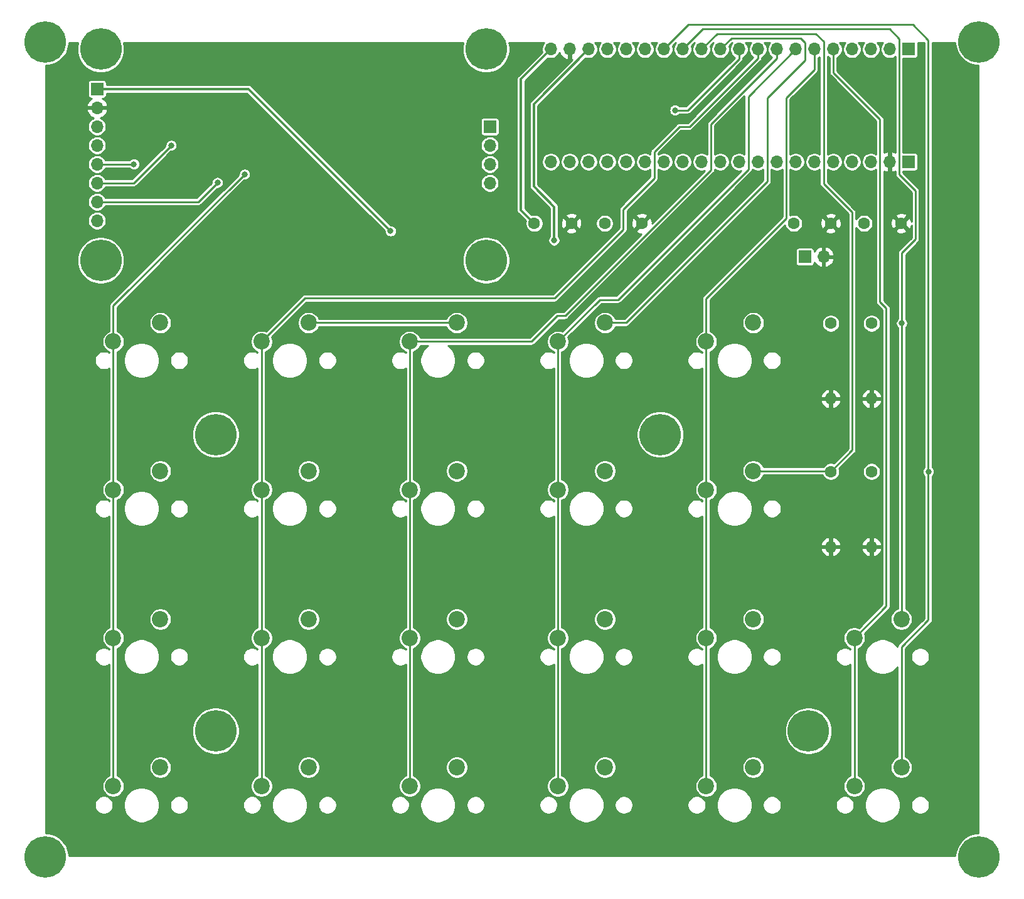
<source format=gbr>
%TF.GenerationSoftware,KiCad,Pcbnew,(5.1.6)-1*%
%TF.CreationDate,2021-09-19T20:18:01-07:00*%
%TF.ProjectId,MicroTrainer,4d696372-6f54-4726-9169-6e65722e6b69,rev?*%
%TF.SameCoordinates,Original*%
%TF.FileFunction,Copper,L2,Bot*%
%TF.FilePolarity,Positive*%
%FSLAX46Y46*%
G04 Gerber Fmt 4.6, Leading zero omitted, Abs format (unit mm)*
G04 Created by KiCad (PCBNEW (5.1.6)-1) date 2021-09-19 20:18:01*
%MOMM*%
%LPD*%
G01*
G04 APERTURE LIST*
%TA.AperFunction,ComponentPad*%
%ADD10C,5.600000*%
%TD*%
%TA.AperFunction,ComponentPad*%
%ADD11O,1.700000X1.700000*%
%TD*%
%TA.AperFunction,ComponentPad*%
%ADD12R,1.700000X1.700000*%
%TD*%
%TA.AperFunction,ComponentPad*%
%ADD13C,1.600000*%
%TD*%
%TA.AperFunction,ComponentPad*%
%ADD14C,2.200000*%
%TD*%
%TA.AperFunction,ComponentPad*%
%ADD15O,1.600000X1.600000*%
%TD*%
%TA.AperFunction,ViaPad*%
%ADD16C,0.800000*%
%TD*%
%TA.AperFunction,Conductor*%
%ADD17C,0.250000*%
%TD*%
%TA.AperFunction,Conductor*%
%ADD18C,0.350000*%
%TD*%
%TA.AperFunction,Conductor*%
%ADD19C,0.220000*%
%TD*%
G04 APERTURE END LIST*
D10*
%TO.P,REF##,1*%
%TO.N,N/C*%
X40000000Y-75000000D03*
%TD*%
%TO.P,REF##,1*%
%TO.N,N/C*%
X120000000Y-115000000D03*
%TD*%
%TO.P,REF##,1*%
%TO.N,N/C*%
X40000000Y-115000000D03*
%TD*%
%TO.P,REF##,1*%
%TO.N,N/C*%
X100000000Y-75000000D03*
%TD*%
D11*
%TO.P,J3,2*%
%TO.N,GND*%
X122050000Y-51010000D03*
D12*
%TO.P,J3,1*%
%TO.N,+5V*%
X119510000Y-51010000D03*
%TD*%
D11*
%TO.P,J5,8*%
%TO.N,+3V3*%
X24000000Y-46140000D03*
%TO.P,J5,7*%
%TO.N,/PB13SCK*%
X24000000Y-43600000D03*
%TO.P,J5,6*%
%TO.N,/PB15MOSI*%
X24000000Y-41060000D03*
%TO.P,J5,5*%
%TO.N,/PC14LCDA0*%
X24000000Y-38520000D03*
%TO.P,J5,4*%
%TO.N,/PC15LCDRST*%
X24000000Y-35980000D03*
%TO.P,J5,3*%
%TO.N,/PB9LCDCS*%
X24000000Y-33440000D03*
%TO.P,J5,2*%
%TO.N,GND*%
X24000000Y-30900000D03*
D12*
%TO.P,J5,1*%
%TO.N,+5V*%
X24000000Y-28360000D03*
%TD*%
D11*
%TO.P,J4,4*%
%TO.N,/PB13SCK*%
X77000000Y-41060000D03*
%TO.P,J4,3*%
%TO.N,/PB14MISO*%
X77000000Y-38520000D03*
%TO.P,J4,2*%
%TO.N,/PB15MOSI*%
X77000000Y-35980000D03*
D12*
%TO.P,J4,1*%
%TO.N,/PB12SDCS*%
X77000000Y-33440000D03*
%TD*%
D11*
%TO.P,J2,20*%
%TO.N,/MVB*%
X85240000Y-38200000D03*
%TO.P,J2,19*%
%TO.N,/PC13*%
X87780000Y-38200000D03*
%TO.P,J2,18*%
%TO.N,/PC14LCDA0*%
X90320000Y-38200000D03*
%TO.P,J2,17*%
%TO.N,/PC15LCDRST*%
X92860000Y-38200000D03*
%TO.P,J2,16*%
%TO.N,/NRST*%
X95400000Y-38200000D03*
%TO.P,J2,15*%
%TO.N,/PA0*%
X97940000Y-38200000D03*
%TO.P,J2,14*%
%TO.N,/PA1*%
X100480000Y-38200000D03*
%TO.P,J2,13*%
%TO.N,/PA2*%
X103020000Y-38200000D03*
%TO.P,J2,12*%
%TO.N,/PA3*%
X105560000Y-38200000D03*
%TO.P,J2,11*%
%TO.N,/PA4*%
X108100000Y-38200000D03*
%TO.P,J2,10*%
%TO.N,/PA5*%
X110640000Y-38200000D03*
%TO.P,J2,9*%
%TO.N,/PA6*%
X113180000Y-38200000D03*
%TO.P,J2,8*%
%TO.N,/PA7*%
X115720000Y-38200000D03*
%TO.P,J2,7*%
%TO.N,/PB0*%
X118260000Y-38200000D03*
%TO.P,J2,6*%
%TO.N,/PB1*%
X120800000Y-38200000D03*
%TO.P,J2,5*%
%TO.N,/PB2*%
X123340000Y-38200000D03*
%TO.P,J2,4*%
%TO.N,/PB10*%
X125880000Y-38200000D03*
%TO.P,J2,3*%
%TO.N,+3V3*%
X128420000Y-38200000D03*
%TO.P,J2,2*%
%TO.N,GND*%
X130960000Y-38200000D03*
D12*
%TO.P,J2,1*%
%TO.N,+5V*%
X133500000Y-38200000D03*
%TD*%
D11*
%TO.P,J1,20*%
%TO.N,+3V3*%
X85240000Y-23000000D03*
%TO.P,J1,19*%
%TO.N,GND*%
X87780000Y-23000000D03*
%TO.P,J1,18*%
%TO.N,+5V*%
X90320000Y-23000000D03*
%TO.P,J1,17*%
%TO.N,/PB9LCDCS*%
X92860000Y-23000000D03*
%TO.P,J1,16*%
%TO.N,/PB8*%
X95400000Y-23000000D03*
%TO.P,J1,15*%
%TO.N,/PB7*%
X97940000Y-23000000D03*
%TO.P,J1,14*%
%TO.N,/PB6*%
X100480000Y-23000000D03*
%TO.P,J1,13*%
%TO.N,/PB5*%
X103020000Y-23000000D03*
%TO.P,J1,12*%
%TO.N,/PB4*%
X105560000Y-23000000D03*
%TO.P,J1,11*%
%TO.N,/PB3*%
X108100000Y-23000000D03*
%TO.P,J1,10*%
%TO.N,/PA15*%
X110640000Y-23000000D03*
%TO.P,J1,9*%
%TO.N,/PA12*%
X113180000Y-23000000D03*
%TO.P,J1,8*%
%TO.N,/PA11*%
X115720000Y-23000000D03*
%TO.P,J1,7*%
%TO.N,/PA10*%
X118260000Y-23000000D03*
%TO.P,J1,6*%
%TO.N,/PA9*%
X120800000Y-23000000D03*
%TO.P,J1,5*%
%TO.N,/PA8*%
X123340000Y-23000000D03*
%TO.P,J1,4*%
%TO.N,/PB15MOSI*%
X125880000Y-23000000D03*
%TO.P,J1,3*%
%TO.N,/PB14MISO*%
X128420000Y-23000000D03*
%TO.P,J1,2*%
%TO.N,/PB13SCK*%
X130960000Y-23000000D03*
D12*
%TO.P,J1,1*%
%TO.N,/PB12SDCS*%
X133500000Y-23000000D03*
%TD*%
D10*
%TO.P,REF\u002A\u002A,1*%
%TO.N,N/C*%
X24500000Y-51500000D03*
%TD*%
%TO.P,REF\u002A\u002A,1*%
%TO.N,N/C*%
X76500000Y-51500000D03*
%TD*%
%TO.P,REF\u002A\u002A,1*%
%TO.N,N/C*%
X76500000Y-23000000D03*
%TD*%
%TO.P,REF\u002A\u002A,1*%
%TO.N,N/C*%
X24500000Y-23000000D03*
%TD*%
%TO.P,REF\u002A\u002A,1*%
%TO.N,N/C*%
X17000000Y-22000000D03*
%TD*%
%TO.P,REF\u002A\u002A,1*%
%TO.N,N/C*%
X143000000Y-22000000D03*
%TD*%
%TO.P,REF\u002A\u002A,1*%
%TO.N,N/C*%
X143000000Y-132000000D03*
%TD*%
%TO.P,REF##,1*%
%TO.N,N/C*%
X17000000Y-132000000D03*
%TD*%
D13*
%TO.P,C4,2*%
%TO.N,GND*%
X88000000Y-46500000D03*
%TO.P,C4,1*%
%TO.N,+3V3*%
X83000000Y-46500000D03*
%TD*%
%TO.P,C3,2*%
%TO.N,GND*%
X97500000Y-46500000D03*
%TO.P,C3,1*%
%TO.N,+3V3*%
X92500000Y-46500000D03*
%TD*%
%TO.P,C2,2*%
%TO.N,GND*%
X123000000Y-46500000D03*
%TO.P,C2,1*%
%TO.N,+5V*%
X118000000Y-46500000D03*
%TD*%
%TO.P,C1,2*%
%TO.N,GND*%
X132500000Y-46500000D03*
%TO.P,C1,1*%
%TO.N,+5V*%
X127500000Y-46500000D03*
%TD*%
D14*
%TO.P,SW24,2*%
%TO.N,/PA8*%
X126190000Y-122460000D03*
%TO.P,SW24,1*%
%TO.N,/PB6*%
X132540000Y-119920000D03*
%TD*%
%TO.P,SW23,2*%
%TO.N,/PA9*%
X106190000Y-122460000D03*
%TO.P,SW23,1*%
%TO.N,/PB6*%
X112540000Y-119920000D03*
%TD*%
%TO.P,SW22,2*%
%TO.N,/PA10*%
X86190000Y-122460000D03*
%TO.P,SW22,1*%
%TO.N,/PB6*%
X92540000Y-119920000D03*
%TD*%
%TO.P,SW21,2*%
%TO.N,/PA11*%
X66190000Y-122460000D03*
%TO.P,SW21,1*%
%TO.N,/PB6*%
X72540000Y-119920000D03*
%TD*%
%TO.P,SW20,2*%
%TO.N,/PA12*%
X46190000Y-122460000D03*
%TO.P,SW20,1*%
%TO.N,/PB6*%
X52540000Y-119920000D03*
%TD*%
%TO.P,SW19,2*%
%TO.N,/PA15*%
X26190000Y-122460000D03*
%TO.P,SW19,1*%
%TO.N,/PB6*%
X32540000Y-119920000D03*
%TD*%
%TO.P,SW18,2*%
%TO.N,/PA8*%
X126190000Y-102460000D03*
%TO.P,SW18,1*%
%TO.N,/PB5*%
X132540000Y-99920000D03*
%TD*%
%TO.P,SW17,2*%
%TO.N,/PA9*%
X106190000Y-102460000D03*
%TO.P,SW17,1*%
%TO.N,/PB5*%
X112540000Y-99920000D03*
%TD*%
%TO.P,SW16,2*%
%TO.N,/PA10*%
X86190000Y-102460000D03*
%TO.P,SW16,1*%
%TO.N,/PB5*%
X92540000Y-99920000D03*
%TD*%
%TO.P,SW15,2*%
%TO.N,/PA11*%
X66190000Y-102460000D03*
%TO.P,SW15,1*%
%TO.N,/PB5*%
X72540000Y-99920000D03*
%TD*%
%TO.P,SW14,2*%
%TO.N,/PA12*%
X46190000Y-102460000D03*
%TO.P,SW14,1*%
%TO.N,/PB5*%
X52540000Y-99920000D03*
%TD*%
%TO.P,SW13,2*%
%TO.N,/PA15*%
X26190000Y-102460000D03*
%TO.P,SW13,1*%
%TO.N,/PB5*%
X32540000Y-99920000D03*
%TD*%
%TO.P,SW11,2*%
%TO.N,/PA9*%
X106190000Y-82460000D03*
%TO.P,SW11,1*%
%TO.N,/PB4*%
X112540000Y-79920000D03*
%TD*%
%TO.P,SW10,2*%
%TO.N,/PA10*%
X86190000Y-82460000D03*
%TO.P,SW10,1*%
%TO.N,/PB4*%
X92540000Y-79920000D03*
%TD*%
%TO.P,SW9,2*%
%TO.N,/PA11*%
X66190000Y-82460000D03*
%TO.P,SW9,1*%
%TO.N,/PB4*%
X72540000Y-79920000D03*
%TD*%
%TO.P,SW8,2*%
%TO.N,/PA12*%
X46190000Y-82460000D03*
%TO.P,SW8,1*%
%TO.N,/PB4*%
X52540000Y-79920000D03*
%TD*%
%TO.P,SW7,2*%
%TO.N,/PA15*%
X26190000Y-82460000D03*
%TO.P,SW7,1*%
%TO.N,/PB4*%
X32540000Y-79920000D03*
%TD*%
%TO.P,SW5,2*%
%TO.N,/PA9*%
X106190000Y-62460000D03*
%TO.P,SW5,1*%
%TO.N,/PB3*%
X112540000Y-59920000D03*
%TD*%
%TO.P,SW4,2*%
%TO.N,/PA10*%
X86190000Y-62460000D03*
%TO.P,SW4,1*%
%TO.N,/PB3*%
X92540000Y-59920000D03*
%TD*%
%TO.P,SW3,2*%
%TO.N,/PA11*%
X66190000Y-62460000D03*
%TO.P,SW3,1*%
%TO.N,/PB3*%
X72540000Y-59920000D03*
%TD*%
%TO.P,SW2,2*%
%TO.N,/PA12*%
X46190000Y-62460000D03*
%TO.P,SW2,1*%
%TO.N,/PB3*%
X52540000Y-59920000D03*
%TD*%
%TO.P,SW1,2*%
%TO.N,/PA15*%
X26190000Y-62460000D03*
%TO.P,SW1,1*%
%TO.N,/PB3*%
X32540000Y-59920000D03*
%TD*%
D15*
%TO.P,R4,2*%
%TO.N,GND*%
X128500000Y-90160000D03*
D13*
%TO.P,R4,1*%
%TO.N,/PB6*%
X128500000Y-80000000D03*
%TD*%
D15*
%TO.P,R3,2*%
%TO.N,GND*%
X128500000Y-70160000D03*
D13*
%TO.P,R3,1*%
%TO.N,/PB5*%
X128500000Y-60000000D03*
%TD*%
D15*
%TO.P,R2,2*%
%TO.N,GND*%
X123000000Y-90160000D03*
D13*
%TO.P,R2,1*%
%TO.N,/PB4*%
X123000000Y-80000000D03*
%TD*%
D15*
%TO.P,R1,2*%
%TO.N,GND*%
X123000000Y-70160000D03*
D13*
%TO.P,R1,1*%
%TO.N,/PB3*%
X123000000Y-60000000D03*
%TD*%
D16*
%TO.N,GND*%
X97800000Y-26225000D03*
X95675000Y-34875000D03*
X81250000Y-25450000D03*
X126225000Y-34050000D03*
X139750000Y-30100000D03*
X113050000Y-45375000D03*
X102000000Y-45325000D03*
X96850000Y-51150000D03*
X106500000Y-51725000D03*
X109350000Y-43860000D03*
X101170000Y-52000000D03*
X75500000Y-90925000D03*
X95525000Y-90825000D03*
X56275000Y-90925000D03*
X36525000Y-90950000D03*
X38354000Y-32258000D03*
X57912000Y-31750000D03*
X67564000Y-37846000D03*
X48006000Y-37846000D03*
X54610000Y-24638000D03*
X49250000Y-45000000D03*
X68150000Y-44620000D03*
X79290000Y-44650000D03*
X119380000Y-34798000D03*
X109474000Y-34798000D03*
X104670000Y-35300000D03*
X75500000Y-110000000D03*
X75500000Y-70500000D03*
X54000000Y-128500000D03*
X91500000Y-128500000D03*
X115600000Y-40160000D03*
X80850000Y-46670000D03*
X87760000Y-35580000D03*
X74760000Y-128460000D03*
X134260000Y-30130000D03*
X134440000Y-56830000D03*
X134370000Y-91020000D03*
X129520000Y-113030000D03*
X137990000Y-113110000D03*
X140040000Y-91060000D03*
X139980000Y-56790000D03*
X127750000Y-56840000D03*
X118930000Y-56860000D03*
X31180000Y-47080000D03*
X27540000Y-42340000D03*
%TO.N,+5V*%
X85670000Y-48790000D03*
X63610000Y-47530000D03*
%TO.N,/PB6*%
X136180000Y-80000000D03*
%TO.N,/PB5*%
X132580000Y-60000000D03*
%TO.N,/PA15*%
X102000000Y-31225000D03*
X43910000Y-39880002D03*
%TO.N,/PB15MOSI*%
X34000000Y-36000000D03*
%TO.N,/PB13SCK*%
X40250000Y-41000000D03*
%TO.N,/PC14LCDA0*%
X28980000Y-38520000D03*
%TD*%
D17*
%TO.N,GND*%
X101025000Y-51050000D02*
X101025000Y-51335000D01*
D18*
%TO.N,+5V*%
X24000000Y-28360000D02*
X44435000Y-28360000D01*
X44435000Y-28360000D02*
X63500000Y-47425000D01*
X85670000Y-44270000D02*
X85670000Y-48790000D01*
X82920000Y-41520000D02*
X85670000Y-44270000D01*
X90320000Y-23000000D02*
X82920000Y-30400000D01*
X82920000Y-30400000D02*
X82920000Y-41520000D01*
%TO.N,+3V3*%
X81200000Y-44700000D02*
X83000000Y-46500000D01*
X85240000Y-23000000D02*
X81200000Y-27040000D01*
X81200000Y-27040000D02*
X81200000Y-44700000D01*
D17*
%TO.N,/PB6*%
X132540000Y-103669000D02*
X132540000Y-119920000D01*
X134060000Y-19700000D02*
X136160000Y-21800000D01*
X100480000Y-23000000D02*
X103780000Y-19700000D01*
X103780000Y-19700000D02*
X134060000Y-19700000D01*
X136160000Y-100049000D02*
X132540000Y-103669000D01*
X136160000Y-79980000D02*
X136180000Y-80000000D01*
X136160000Y-79980000D02*
X136160000Y-100049000D01*
X136160000Y-21800000D02*
X136160000Y-79980000D01*
%TO.N,/PB5*%
X128625001Y-59874999D02*
X128500000Y-60000000D01*
X132600000Y-50475000D02*
X132600000Y-99860000D01*
X132600000Y-99860000D02*
X132540000Y-99920000D01*
X134430000Y-48645000D02*
X132600000Y-50475000D01*
X105720000Y-20300000D02*
X130950000Y-20300000D01*
X103020000Y-23000000D02*
X105720000Y-20300000D01*
X134430000Y-42100000D02*
X134430000Y-48645000D01*
X130950000Y-20300000D02*
X132240000Y-21590000D01*
X132240000Y-21590000D02*
X132240000Y-39910000D01*
X132240000Y-39910000D02*
X134430000Y-42100000D01*
%TO.N,/PB4*%
X112540000Y-79920000D02*
X122920000Y-79920000D01*
X125900000Y-77100000D02*
X123000000Y-80000000D01*
X125900000Y-45000000D02*
X125900000Y-77100000D01*
X107660000Y-20900000D02*
X121010000Y-20900000D01*
X122050000Y-21940000D02*
X122050000Y-41150000D01*
X121010000Y-20900000D02*
X122050000Y-21940000D01*
X105560000Y-23000000D02*
X107660000Y-20900000D01*
X122050000Y-41150000D02*
X125900000Y-45000000D01*
%TO.N,/PB3*%
X52540000Y-59920000D02*
X72540000Y-59920000D01*
X114440000Y-40860000D02*
X95380000Y-59920000D01*
X114440000Y-29560000D02*
X114440000Y-40860000D01*
X109600000Y-21500000D02*
X118930000Y-21500000D01*
X108100000Y-23000000D02*
X109600000Y-21500000D01*
X95380000Y-59920000D02*
X92540000Y-59920000D01*
X118930000Y-21500000D02*
X119530000Y-22100000D01*
X119530000Y-24470000D02*
X114440000Y-29560000D01*
X119530000Y-22100000D02*
X119530000Y-24470000D01*
%TO.N,/PA8*%
X126190000Y-122460000D02*
X126190000Y-102460000D01*
%TO.N,/PA9*%
X106190000Y-122460000D02*
X106190000Y-62460000D01*
%TO.N,/PA11*%
X66190000Y-122460000D02*
X66190000Y-62460000D01*
%TO.N,/PA12*%
X46190000Y-122460000D02*
X46190000Y-62460000D01*
%TO.N,/PA15*%
X26190000Y-122460000D02*
X26190000Y-62460000D01*
X43910000Y-39890000D02*
X43910000Y-39880002D01*
X26190000Y-62460000D02*
X26190000Y-57610000D01*
X26190000Y-57610000D02*
X43910000Y-39890000D01*
X110640000Y-23000000D02*
X110640000Y-24290000D01*
X103705000Y-31225000D02*
X102000000Y-31225000D01*
X110640000Y-24290000D02*
X103705000Y-31225000D01*
%TO.N,/PA12*%
X52040000Y-56610000D02*
X46190000Y-62460000D01*
X85730000Y-56610000D02*
X52040000Y-56610000D01*
X95000000Y-47340000D02*
X85730000Y-56610000D01*
X113180000Y-24220000D02*
X103940000Y-33460000D01*
X99200000Y-36840000D02*
X99200000Y-40400000D01*
X113180000Y-23000000D02*
X113180000Y-24220000D01*
X103940000Y-33460000D02*
X102580000Y-33460000D01*
X95000000Y-44600000D02*
X95000000Y-47340000D01*
X99200000Y-40400000D02*
X95000000Y-44600000D01*
X102580000Y-33460000D02*
X99200000Y-36840000D01*
%TO.N,/PA11*%
X115720000Y-24220000D02*
X115720000Y-23000000D01*
X86100000Y-58970000D02*
X87170000Y-58970000D01*
X82610000Y-62460000D02*
X86100000Y-58970000D01*
X66190000Y-62460000D02*
X82610000Y-62460000D01*
X106850000Y-33090000D02*
X115720000Y-24220000D01*
X87170000Y-58970000D02*
X106850000Y-39290000D01*
X106850000Y-39290000D02*
X106850000Y-33090000D01*
%TO.N,/PA10*%
X86190000Y-122460000D02*
X86190000Y-62460000D01*
X91850000Y-56800000D02*
X86190000Y-62460000D01*
X94300000Y-56800000D02*
X91850000Y-56800000D01*
X111900000Y-39200000D02*
X94300000Y-56800000D01*
X118260000Y-23000000D02*
X111900000Y-29360000D01*
X111900000Y-29360000D02*
X111900000Y-39200000D01*
%TO.N,/PA9*%
X106190000Y-56644998D02*
X106190000Y-62460000D01*
X117000000Y-29550000D02*
X117000000Y-45834998D01*
X117000000Y-45834998D02*
X106190000Y-56644998D01*
X120800000Y-23000000D02*
X120800000Y-25750000D01*
X120800000Y-25750000D02*
X117000000Y-29550000D01*
%TO.N,/PA8*%
X130500000Y-98150000D02*
X126190000Y-102460000D01*
X123340000Y-26165000D02*
X129650000Y-32475000D01*
X123340000Y-23000000D02*
X123340000Y-26165000D01*
X129650000Y-32475000D02*
X129650000Y-57125000D01*
X130500000Y-57975000D02*
X130500000Y-98150000D01*
X129650000Y-57125000D02*
X130500000Y-57975000D01*
%TO.N,/PB15MOSI*%
X24000000Y-41060000D02*
X28940000Y-41060000D01*
X28940000Y-41060000D02*
X34000000Y-36000000D01*
%TO.N,/PB13SCK*%
X24000000Y-43600000D02*
X37650000Y-43600000D01*
X37650000Y-43600000D02*
X40250000Y-41000000D01*
%TO.N,/PC14LCDA0*%
X24000000Y-38520000D02*
X28980000Y-38520000D01*
X28980000Y-38520000D02*
X29000000Y-38500000D01*
%TD*%
D19*
%TO.N,GND*%
G36*
X21290000Y-22683843D02*
G01*
X21290000Y-23316157D01*
X21413358Y-23936323D01*
X21655335Y-24520505D01*
X22006630Y-25046256D01*
X22453744Y-25493370D01*
X22979495Y-25844665D01*
X23563677Y-26086642D01*
X24183843Y-26210000D01*
X24816157Y-26210000D01*
X25436323Y-26086642D01*
X26020505Y-25844665D01*
X26546256Y-25493370D01*
X26993370Y-25046256D01*
X27344665Y-24520505D01*
X27586642Y-23936323D01*
X27710000Y-23316157D01*
X27710000Y-22683843D01*
X27595856Y-22110000D01*
X73404144Y-22110000D01*
X73290000Y-22683843D01*
X73290000Y-23316157D01*
X73413358Y-23936323D01*
X73655335Y-24520505D01*
X74006630Y-25046256D01*
X74453744Y-25493370D01*
X74979495Y-25844665D01*
X75563677Y-26086642D01*
X76183843Y-26210000D01*
X76816157Y-26210000D01*
X77436323Y-26086642D01*
X78020505Y-25844665D01*
X78546256Y-25493370D01*
X78993370Y-25046256D01*
X79344665Y-24520505D01*
X79586642Y-23936323D01*
X79710000Y-23316157D01*
X79710000Y-22683843D01*
X79595856Y-22110000D01*
X84348091Y-22110000D01*
X84261294Y-22196797D01*
X84123402Y-22403166D01*
X84028421Y-22632471D01*
X83980000Y-22875901D01*
X83980000Y-23124099D01*
X84028421Y-23367529D01*
X84033323Y-23379363D01*
X80806669Y-26606017D01*
X80784341Y-26624341D01*
X80711237Y-26713420D01*
X80656917Y-26815047D01*
X80656916Y-26815048D01*
X80623465Y-26925321D01*
X80612170Y-27040000D01*
X80615000Y-27068733D01*
X80615001Y-44671257D01*
X80612170Y-44700000D01*
X80623465Y-44814679D01*
X80656916Y-44924952D01*
X80682202Y-44972259D01*
X80711238Y-45026581D01*
X80784342Y-45115659D01*
X80806664Y-45133978D01*
X81833719Y-46161033D01*
X81790000Y-46380825D01*
X81790000Y-46619175D01*
X81836499Y-46852944D01*
X81927712Y-47073150D01*
X82060131Y-47271330D01*
X82228670Y-47439869D01*
X82426850Y-47572288D01*
X82647056Y-47663501D01*
X82880825Y-47710000D01*
X83119175Y-47710000D01*
X83352944Y-47663501D01*
X83573150Y-47572288D01*
X83771330Y-47439869D01*
X83939869Y-47271330D01*
X84072288Y-47073150D01*
X84163501Y-46852944D01*
X84210000Y-46619175D01*
X84210000Y-46380825D01*
X84163501Y-46147056D01*
X84072288Y-45926850D01*
X83939869Y-45728670D01*
X83771330Y-45560131D01*
X83573150Y-45427712D01*
X83352944Y-45336499D01*
X83119175Y-45290000D01*
X82880825Y-45290000D01*
X82661033Y-45333719D01*
X81785000Y-44457686D01*
X81785000Y-27282314D01*
X84860637Y-24206677D01*
X84872471Y-24211579D01*
X85115901Y-24260000D01*
X85364099Y-24260000D01*
X85607529Y-24211579D01*
X85836834Y-24116598D01*
X86043203Y-23978706D01*
X86218706Y-23803203D01*
X86356598Y-23596834D01*
X86402296Y-23486508D01*
X86459213Y-23640751D01*
X86609596Y-23886112D01*
X86804957Y-24097420D01*
X87037788Y-24266555D01*
X87299142Y-24387017D01*
X87409235Y-24420407D01*
X87636000Y-24305583D01*
X87636000Y-23144000D01*
X87616000Y-23144000D01*
X87616000Y-22856000D01*
X87636000Y-22856000D01*
X87636000Y-22836000D01*
X87924000Y-22836000D01*
X87924000Y-22856000D01*
X87944000Y-22856000D01*
X87944000Y-23144000D01*
X87924000Y-23144000D01*
X87924000Y-24305583D01*
X88098661Y-24394024D01*
X82526669Y-29966017D01*
X82504341Y-29984341D01*
X82431237Y-30073420D01*
X82423665Y-30087587D01*
X82376916Y-30175048D01*
X82343465Y-30285321D01*
X82332170Y-30400000D01*
X82335000Y-30428733D01*
X82335001Y-41491257D01*
X82332170Y-41520000D01*
X82343465Y-41634679D01*
X82376916Y-41744952D01*
X82376917Y-41744953D01*
X82431238Y-41846581D01*
X82504342Y-41935659D01*
X82526664Y-41953978D01*
X85085000Y-44512315D01*
X85085001Y-48229486D01*
X85040832Y-48273655D01*
X84952188Y-48406321D01*
X84891128Y-48553732D01*
X84860000Y-48710222D01*
X84860000Y-48869778D01*
X84891128Y-49026268D01*
X84952188Y-49173679D01*
X85040832Y-49306345D01*
X85153655Y-49419168D01*
X85286321Y-49507812D01*
X85433732Y-49568872D01*
X85590222Y-49600000D01*
X85749778Y-49600000D01*
X85906268Y-49568872D01*
X86053679Y-49507812D01*
X86186345Y-49419168D01*
X86299168Y-49306345D01*
X86387812Y-49173679D01*
X86448872Y-49026268D01*
X86480000Y-48869778D01*
X86480000Y-48710222D01*
X86448872Y-48553732D01*
X86387812Y-48406321D01*
X86299168Y-48273655D01*
X86255000Y-48229487D01*
X86255000Y-47494314D01*
X87209332Y-47494314D01*
X87283274Y-47731476D01*
X87537295Y-47847639D01*
X87809097Y-47912014D01*
X88088236Y-47922126D01*
X88363983Y-47877587D01*
X88625744Y-47780107D01*
X88716726Y-47731476D01*
X88790668Y-47494314D01*
X88000000Y-46703647D01*
X87209332Y-47494314D01*
X86255000Y-47494314D01*
X86255000Y-46588236D01*
X86577874Y-46588236D01*
X86622413Y-46863983D01*
X86719893Y-47125744D01*
X86768524Y-47216726D01*
X87005686Y-47290668D01*
X87796353Y-46500000D01*
X88203647Y-46500000D01*
X88994314Y-47290668D01*
X89231476Y-47216726D01*
X89347639Y-46962705D01*
X89412014Y-46690903D01*
X89422126Y-46411764D01*
X89417129Y-46380825D01*
X91290000Y-46380825D01*
X91290000Y-46619175D01*
X91336499Y-46852944D01*
X91427712Y-47073150D01*
X91560131Y-47271330D01*
X91728670Y-47439869D01*
X91926850Y-47572288D01*
X92147056Y-47663501D01*
X92380825Y-47710000D01*
X92619175Y-47710000D01*
X92852944Y-47663501D01*
X93073150Y-47572288D01*
X93271330Y-47439869D01*
X93439869Y-47271330D01*
X93572288Y-47073150D01*
X93663501Y-46852944D01*
X93710000Y-46619175D01*
X93710000Y-46380825D01*
X93663501Y-46147056D01*
X93572288Y-45926850D01*
X93439869Y-45728670D01*
X93271330Y-45560131D01*
X93073150Y-45427712D01*
X92852944Y-45336499D01*
X92619175Y-45290000D01*
X92380825Y-45290000D01*
X92147056Y-45336499D01*
X91926850Y-45427712D01*
X91728670Y-45560131D01*
X91560131Y-45728670D01*
X91427712Y-45926850D01*
X91336499Y-46147056D01*
X91290000Y-46380825D01*
X89417129Y-46380825D01*
X89377587Y-46136017D01*
X89280107Y-45874256D01*
X89231476Y-45783274D01*
X88994314Y-45709332D01*
X88203647Y-46500000D01*
X87796353Y-46500000D01*
X87005686Y-45709332D01*
X86768524Y-45783274D01*
X86652361Y-46037295D01*
X86587986Y-46309097D01*
X86577874Y-46588236D01*
X86255000Y-46588236D01*
X86255000Y-45505686D01*
X87209332Y-45505686D01*
X88000000Y-46296353D01*
X88790668Y-45505686D01*
X88716726Y-45268524D01*
X88462705Y-45152361D01*
X88190903Y-45087986D01*
X87911764Y-45077874D01*
X87636017Y-45122413D01*
X87374256Y-45219893D01*
X87283274Y-45268524D01*
X87209332Y-45505686D01*
X86255000Y-45505686D01*
X86255000Y-44298732D01*
X86257830Y-44269999D01*
X86246535Y-44155319D01*
X86236872Y-44123465D01*
X86213084Y-44045047D01*
X86158763Y-43943419D01*
X86085659Y-43854341D01*
X86063338Y-43836023D01*
X83505000Y-41277686D01*
X83505000Y-38075901D01*
X83980000Y-38075901D01*
X83980000Y-38324099D01*
X84028421Y-38567529D01*
X84123402Y-38796834D01*
X84261294Y-39003203D01*
X84436797Y-39178706D01*
X84643166Y-39316598D01*
X84872471Y-39411579D01*
X85115901Y-39460000D01*
X85364099Y-39460000D01*
X85607529Y-39411579D01*
X85836834Y-39316598D01*
X86043203Y-39178706D01*
X86218706Y-39003203D01*
X86356598Y-38796834D01*
X86451579Y-38567529D01*
X86500000Y-38324099D01*
X86500000Y-38075901D01*
X86520000Y-38075901D01*
X86520000Y-38324099D01*
X86568421Y-38567529D01*
X86663402Y-38796834D01*
X86801294Y-39003203D01*
X86976797Y-39178706D01*
X87183166Y-39316598D01*
X87412471Y-39411579D01*
X87655901Y-39460000D01*
X87904099Y-39460000D01*
X88147529Y-39411579D01*
X88376834Y-39316598D01*
X88583203Y-39178706D01*
X88758706Y-39003203D01*
X88896598Y-38796834D01*
X88991579Y-38567529D01*
X89040000Y-38324099D01*
X89040000Y-38075901D01*
X89060000Y-38075901D01*
X89060000Y-38324099D01*
X89108421Y-38567529D01*
X89203402Y-38796834D01*
X89341294Y-39003203D01*
X89516797Y-39178706D01*
X89723166Y-39316598D01*
X89952471Y-39411579D01*
X90195901Y-39460000D01*
X90444099Y-39460000D01*
X90687529Y-39411579D01*
X90916834Y-39316598D01*
X91123203Y-39178706D01*
X91298706Y-39003203D01*
X91436598Y-38796834D01*
X91531579Y-38567529D01*
X91580000Y-38324099D01*
X91580000Y-38075901D01*
X91600000Y-38075901D01*
X91600000Y-38324099D01*
X91648421Y-38567529D01*
X91743402Y-38796834D01*
X91881294Y-39003203D01*
X92056797Y-39178706D01*
X92263166Y-39316598D01*
X92492471Y-39411579D01*
X92735901Y-39460000D01*
X92984099Y-39460000D01*
X93227529Y-39411579D01*
X93456834Y-39316598D01*
X93663203Y-39178706D01*
X93838706Y-39003203D01*
X93976598Y-38796834D01*
X94071579Y-38567529D01*
X94120000Y-38324099D01*
X94120000Y-38075901D01*
X94140000Y-38075901D01*
X94140000Y-38324099D01*
X94188421Y-38567529D01*
X94283402Y-38796834D01*
X94421294Y-39003203D01*
X94596797Y-39178706D01*
X94803166Y-39316598D01*
X95032471Y-39411579D01*
X95275901Y-39460000D01*
X95524099Y-39460000D01*
X95767529Y-39411579D01*
X95996834Y-39316598D01*
X96203203Y-39178706D01*
X96378706Y-39003203D01*
X96516598Y-38796834D01*
X96611579Y-38567529D01*
X96660000Y-38324099D01*
X96660000Y-38075901D01*
X96611579Y-37832471D01*
X96516598Y-37603166D01*
X96378706Y-37396797D01*
X96203203Y-37221294D01*
X95996834Y-37083402D01*
X95767529Y-36988421D01*
X95524099Y-36940000D01*
X95275901Y-36940000D01*
X95032471Y-36988421D01*
X94803166Y-37083402D01*
X94596797Y-37221294D01*
X94421294Y-37396797D01*
X94283402Y-37603166D01*
X94188421Y-37832471D01*
X94140000Y-38075901D01*
X94120000Y-38075901D01*
X94071579Y-37832471D01*
X93976598Y-37603166D01*
X93838706Y-37396797D01*
X93663203Y-37221294D01*
X93456834Y-37083402D01*
X93227529Y-36988421D01*
X92984099Y-36940000D01*
X92735901Y-36940000D01*
X92492471Y-36988421D01*
X92263166Y-37083402D01*
X92056797Y-37221294D01*
X91881294Y-37396797D01*
X91743402Y-37603166D01*
X91648421Y-37832471D01*
X91600000Y-38075901D01*
X91580000Y-38075901D01*
X91531579Y-37832471D01*
X91436598Y-37603166D01*
X91298706Y-37396797D01*
X91123203Y-37221294D01*
X90916834Y-37083402D01*
X90687529Y-36988421D01*
X90444099Y-36940000D01*
X90195901Y-36940000D01*
X89952471Y-36988421D01*
X89723166Y-37083402D01*
X89516797Y-37221294D01*
X89341294Y-37396797D01*
X89203402Y-37603166D01*
X89108421Y-37832471D01*
X89060000Y-38075901D01*
X89040000Y-38075901D01*
X88991579Y-37832471D01*
X88896598Y-37603166D01*
X88758706Y-37396797D01*
X88583203Y-37221294D01*
X88376834Y-37083402D01*
X88147529Y-36988421D01*
X87904099Y-36940000D01*
X87655901Y-36940000D01*
X87412471Y-36988421D01*
X87183166Y-37083402D01*
X86976797Y-37221294D01*
X86801294Y-37396797D01*
X86663402Y-37603166D01*
X86568421Y-37832471D01*
X86520000Y-38075901D01*
X86500000Y-38075901D01*
X86451579Y-37832471D01*
X86356598Y-37603166D01*
X86218706Y-37396797D01*
X86043203Y-37221294D01*
X85836834Y-37083402D01*
X85607529Y-36988421D01*
X85364099Y-36940000D01*
X85115901Y-36940000D01*
X84872471Y-36988421D01*
X84643166Y-37083402D01*
X84436797Y-37221294D01*
X84261294Y-37396797D01*
X84123402Y-37603166D01*
X84028421Y-37832471D01*
X83980000Y-38075901D01*
X83505000Y-38075901D01*
X83505000Y-30642314D01*
X89940637Y-24206677D01*
X89952471Y-24211579D01*
X90195901Y-24260000D01*
X90444099Y-24260000D01*
X90687529Y-24211579D01*
X90916834Y-24116598D01*
X91123203Y-23978706D01*
X91298706Y-23803203D01*
X91436598Y-23596834D01*
X91531579Y-23367529D01*
X91580000Y-23124099D01*
X91580000Y-22875901D01*
X91531579Y-22632471D01*
X91436598Y-22403166D01*
X91298706Y-22196797D01*
X91211909Y-22110000D01*
X91968091Y-22110000D01*
X91881294Y-22196797D01*
X91743402Y-22403166D01*
X91648421Y-22632471D01*
X91600000Y-22875901D01*
X91600000Y-23124099D01*
X91648421Y-23367529D01*
X91743402Y-23596834D01*
X91881294Y-23803203D01*
X92056797Y-23978706D01*
X92263166Y-24116598D01*
X92492471Y-24211579D01*
X92735901Y-24260000D01*
X92984099Y-24260000D01*
X93227529Y-24211579D01*
X93456834Y-24116598D01*
X93663203Y-23978706D01*
X93838706Y-23803203D01*
X93976598Y-23596834D01*
X94071579Y-23367529D01*
X94120000Y-23124099D01*
X94120000Y-22875901D01*
X94071579Y-22632471D01*
X93976598Y-22403166D01*
X93838706Y-22196797D01*
X93751909Y-22110000D01*
X94508091Y-22110000D01*
X94421294Y-22196797D01*
X94283402Y-22403166D01*
X94188421Y-22632471D01*
X94140000Y-22875901D01*
X94140000Y-23124099D01*
X94188421Y-23367529D01*
X94283402Y-23596834D01*
X94421294Y-23803203D01*
X94596797Y-23978706D01*
X94803166Y-24116598D01*
X95032471Y-24211579D01*
X95275901Y-24260000D01*
X95524099Y-24260000D01*
X95767529Y-24211579D01*
X95996834Y-24116598D01*
X96203203Y-23978706D01*
X96378706Y-23803203D01*
X96516598Y-23596834D01*
X96611579Y-23367529D01*
X96660000Y-23124099D01*
X96660000Y-22875901D01*
X96611579Y-22632471D01*
X96516598Y-22403166D01*
X96378706Y-22196797D01*
X96291909Y-22110000D01*
X97048091Y-22110000D01*
X96961294Y-22196797D01*
X96823402Y-22403166D01*
X96728421Y-22632471D01*
X96680000Y-22875901D01*
X96680000Y-23124099D01*
X96728421Y-23367529D01*
X96823402Y-23596834D01*
X96961294Y-23803203D01*
X97136797Y-23978706D01*
X97343166Y-24116598D01*
X97572471Y-24211579D01*
X97815901Y-24260000D01*
X98064099Y-24260000D01*
X98307529Y-24211579D01*
X98536834Y-24116598D01*
X98743203Y-23978706D01*
X98918706Y-23803203D01*
X99056598Y-23596834D01*
X99151579Y-23367529D01*
X99200000Y-23124099D01*
X99200000Y-22875901D01*
X99151579Y-22632471D01*
X99056598Y-22403166D01*
X98918706Y-22196797D01*
X98831909Y-22110000D01*
X99588091Y-22110000D01*
X99501294Y-22196797D01*
X99363402Y-22403166D01*
X99268421Y-22632471D01*
X99220000Y-22875901D01*
X99220000Y-23124099D01*
X99268421Y-23367529D01*
X99363402Y-23596834D01*
X99501294Y-23803203D01*
X99676797Y-23978706D01*
X99883166Y-24116598D01*
X100112471Y-24211579D01*
X100355901Y-24260000D01*
X100604099Y-24260000D01*
X100847529Y-24211579D01*
X101076834Y-24116598D01*
X101283203Y-23978706D01*
X101458706Y-23803203D01*
X101596598Y-23596834D01*
X101691579Y-23367529D01*
X101740000Y-23124099D01*
X101740000Y-22875901D01*
X101691579Y-22632471D01*
X101665966Y-22570637D01*
X102126603Y-22110000D01*
X102128091Y-22110000D01*
X102041294Y-22196797D01*
X101903402Y-22403166D01*
X101808421Y-22632471D01*
X101760000Y-22875901D01*
X101760000Y-23124099D01*
X101808421Y-23367529D01*
X101903402Y-23596834D01*
X102041294Y-23803203D01*
X102216797Y-23978706D01*
X102423166Y-24116598D01*
X102652471Y-24211579D01*
X102895901Y-24260000D01*
X103144099Y-24260000D01*
X103387529Y-24211579D01*
X103616834Y-24116598D01*
X103823203Y-23978706D01*
X103998706Y-23803203D01*
X104136598Y-23596834D01*
X104231579Y-23367529D01*
X104280000Y-23124099D01*
X104280000Y-22875901D01*
X104231579Y-22632471D01*
X104205967Y-22570637D01*
X104666604Y-22110000D01*
X104668091Y-22110000D01*
X104581294Y-22196797D01*
X104443402Y-22403166D01*
X104348421Y-22632471D01*
X104300000Y-22875901D01*
X104300000Y-23124099D01*
X104348421Y-23367529D01*
X104443402Y-23596834D01*
X104581294Y-23803203D01*
X104756797Y-23978706D01*
X104963166Y-24116598D01*
X105192471Y-24211579D01*
X105435901Y-24260000D01*
X105684099Y-24260000D01*
X105927529Y-24211579D01*
X106156834Y-24116598D01*
X106363203Y-23978706D01*
X106538706Y-23803203D01*
X106676598Y-23596834D01*
X106771579Y-23367529D01*
X106820000Y-23124099D01*
X106820000Y-22875901D01*
X106771579Y-22632471D01*
X106745967Y-22570637D01*
X107206604Y-22110000D01*
X107208091Y-22110000D01*
X107121294Y-22196797D01*
X106983402Y-22403166D01*
X106888421Y-22632471D01*
X106840000Y-22875901D01*
X106840000Y-23124099D01*
X106888421Y-23367529D01*
X106983402Y-23596834D01*
X107121294Y-23803203D01*
X107296797Y-23978706D01*
X107503166Y-24116598D01*
X107732471Y-24211579D01*
X107975901Y-24260000D01*
X108224099Y-24260000D01*
X108467529Y-24211579D01*
X108696834Y-24116598D01*
X108903203Y-23978706D01*
X109078706Y-23803203D01*
X109216598Y-23596834D01*
X109311579Y-23367529D01*
X109360000Y-23124099D01*
X109360000Y-22875901D01*
X109311579Y-22632471D01*
X109285967Y-22570637D01*
X109746605Y-22110000D01*
X109748091Y-22110000D01*
X109661294Y-22196797D01*
X109523402Y-22403166D01*
X109428421Y-22632471D01*
X109380000Y-22875901D01*
X109380000Y-23124099D01*
X109428421Y-23367529D01*
X109523402Y-23596834D01*
X109661294Y-23803203D01*
X109836797Y-23978706D01*
X110043166Y-24116598D01*
X110052805Y-24120591D01*
X103483397Y-30690000D01*
X102610513Y-30690000D01*
X102516345Y-30595832D01*
X102383679Y-30507188D01*
X102236268Y-30446128D01*
X102079778Y-30415000D01*
X101920222Y-30415000D01*
X101763732Y-30446128D01*
X101616321Y-30507188D01*
X101483655Y-30595832D01*
X101370832Y-30708655D01*
X101282188Y-30841321D01*
X101221128Y-30988732D01*
X101190000Y-31145222D01*
X101190000Y-31304778D01*
X101221128Y-31461268D01*
X101282188Y-31608679D01*
X101370832Y-31741345D01*
X101483655Y-31854168D01*
X101616321Y-31942812D01*
X101763732Y-32003872D01*
X101920222Y-32035000D01*
X102079778Y-32035000D01*
X102236268Y-32003872D01*
X102383679Y-31942812D01*
X102516345Y-31854168D01*
X102610513Y-31760000D01*
X103678732Y-31760000D01*
X103705000Y-31762587D01*
X103731268Y-31760000D01*
X103731275Y-31760000D01*
X103809878Y-31752258D01*
X103910726Y-31721667D01*
X104003668Y-31671988D01*
X104085132Y-31605132D01*
X104101887Y-31584716D01*
X110999721Y-24686883D01*
X111020132Y-24670132D01*
X111086988Y-24588668D01*
X111136667Y-24495726D01*
X111167258Y-24394878D01*
X111175000Y-24316275D01*
X111175000Y-24316269D01*
X111177587Y-24290001D01*
X111175000Y-24263733D01*
X111175000Y-24142210D01*
X111236834Y-24116598D01*
X111443203Y-23978706D01*
X111618706Y-23803203D01*
X111756598Y-23596834D01*
X111851579Y-23367529D01*
X111900000Y-23124099D01*
X111900000Y-22875901D01*
X111851579Y-22632471D01*
X111756598Y-22403166D01*
X111618706Y-22196797D01*
X111531909Y-22110000D01*
X112288091Y-22110000D01*
X112201294Y-22196797D01*
X112063402Y-22403166D01*
X111968421Y-22632471D01*
X111920000Y-22875901D01*
X111920000Y-23124099D01*
X111968421Y-23367529D01*
X112063402Y-23596834D01*
X112201294Y-23803203D01*
X112376797Y-23978706D01*
X112549375Y-24094020D01*
X103718397Y-32925000D01*
X102606268Y-32925000D01*
X102580000Y-32922413D01*
X102553732Y-32925000D01*
X102553725Y-32925000D01*
X102475122Y-32932742D01*
X102374274Y-32963333D01*
X102281332Y-33013012D01*
X102199868Y-33079868D01*
X102183118Y-33100278D01*
X98840284Y-36443113D01*
X98819868Y-36459868D01*
X98753012Y-36541332D01*
X98703333Y-36634275D01*
X98672742Y-36735123D01*
X98665000Y-36813726D01*
X98665000Y-36813732D01*
X98662413Y-36840000D01*
X98665000Y-36866268D01*
X98665000Y-37169040D01*
X98536834Y-37083402D01*
X98307529Y-36988421D01*
X98064099Y-36940000D01*
X97815901Y-36940000D01*
X97572471Y-36988421D01*
X97343166Y-37083402D01*
X97136797Y-37221294D01*
X96961294Y-37396797D01*
X96823402Y-37603166D01*
X96728421Y-37832471D01*
X96680000Y-38075901D01*
X96680000Y-38324099D01*
X96728421Y-38567529D01*
X96823402Y-38796834D01*
X96961294Y-39003203D01*
X97136797Y-39178706D01*
X97343166Y-39316598D01*
X97572471Y-39411579D01*
X97815901Y-39460000D01*
X98064099Y-39460000D01*
X98307529Y-39411579D01*
X98536834Y-39316598D01*
X98665001Y-39230959D01*
X98665001Y-40178395D01*
X94640284Y-44203113D01*
X94619868Y-44219868D01*
X94553012Y-44301332D01*
X94503333Y-44394275D01*
X94482022Y-44464531D01*
X94478832Y-44475048D01*
X94472742Y-44495123D01*
X94465000Y-44573726D01*
X94465000Y-44573732D01*
X94462413Y-44600000D01*
X94465000Y-44626268D01*
X94465001Y-47118395D01*
X85508397Y-56075000D01*
X52066267Y-56075000D01*
X52039999Y-56072413D01*
X52013731Y-56075000D01*
X52013725Y-56075000D01*
X51945934Y-56081677D01*
X51935121Y-56082742D01*
X51904530Y-56092022D01*
X51834274Y-56113333D01*
X51741332Y-56163012D01*
X51741330Y-56163013D01*
X51741331Y-56163013D01*
X51680276Y-56213119D01*
X51680273Y-56213122D01*
X51659868Y-56229868D01*
X51643122Y-56250273D01*
X46810704Y-61082692D01*
X46630451Y-61008029D01*
X46338722Y-60950000D01*
X46041278Y-60950000D01*
X45749549Y-61008029D01*
X45474747Y-61121856D01*
X45227431Y-61287107D01*
X45017107Y-61497431D01*
X44851856Y-61744747D01*
X44738029Y-62019549D01*
X44680000Y-62311278D01*
X44680000Y-62608722D01*
X44738029Y-62900451D01*
X44851856Y-63175253D01*
X45017107Y-63422569D01*
X45227431Y-63632893D01*
X45474747Y-63798144D01*
X45655001Y-63872808D01*
X45655001Y-63975723D01*
X45516834Y-63883402D01*
X45287529Y-63788421D01*
X45044099Y-63740000D01*
X44795901Y-63740000D01*
X44552471Y-63788421D01*
X44323166Y-63883402D01*
X44116797Y-64021294D01*
X43941294Y-64196797D01*
X43803402Y-64403166D01*
X43708421Y-64632471D01*
X43660000Y-64875901D01*
X43660000Y-65124099D01*
X43708421Y-65367529D01*
X43803402Y-65596834D01*
X43941294Y-65803203D01*
X44116797Y-65978706D01*
X44323166Y-66116598D01*
X44552471Y-66211579D01*
X44795901Y-66260000D01*
X45044099Y-66260000D01*
X45287529Y-66211579D01*
X45516834Y-66116598D01*
X45655001Y-66024277D01*
X45655001Y-81047192D01*
X45474747Y-81121856D01*
X45227431Y-81287107D01*
X45017107Y-81497431D01*
X44851856Y-81744747D01*
X44738029Y-82019549D01*
X44680000Y-82311278D01*
X44680000Y-82608722D01*
X44738029Y-82900451D01*
X44851856Y-83175253D01*
X45017107Y-83422569D01*
X45227431Y-83632893D01*
X45474747Y-83798144D01*
X45655001Y-83872808D01*
X45655001Y-83975722D01*
X45516834Y-83883402D01*
X45287529Y-83788421D01*
X45044099Y-83740000D01*
X44795901Y-83740000D01*
X44552471Y-83788421D01*
X44323166Y-83883402D01*
X44116797Y-84021294D01*
X43941294Y-84196797D01*
X43803402Y-84403166D01*
X43708421Y-84632471D01*
X43660000Y-84875901D01*
X43660000Y-85124099D01*
X43708421Y-85367529D01*
X43803402Y-85596834D01*
X43941294Y-85803203D01*
X44116797Y-85978706D01*
X44323166Y-86116598D01*
X44552471Y-86211579D01*
X44795901Y-86260000D01*
X45044099Y-86260000D01*
X45287529Y-86211579D01*
X45516834Y-86116598D01*
X45655001Y-86024278D01*
X45655000Y-101047192D01*
X45474747Y-101121856D01*
X45227431Y-101287107D01*
X45017107Y-101497431D01*
X44851856Y-101744747D01*
X44738029Y-102019549D01*
X44680000Y-102311278D01*
X44680000Y-102608722D01*
X44738029Y-102900451D01*
X44851856Y-103175253D01*
X45017107Y-103422569D01*
X45227431Y-103632893D01*
X45474747Y-103798144D01*
X45655000Y-103872808D01*
X45655000Y-103975722D01*
X45516834Y-103883402D01*
X45287529Y-103788421D01*
X45044099Y-103740000D01*
X44795901Y-103740000D01*
X44552471Y-103788421D01*
X44323166Y-103883402D01*
X44116797Y-104021294D01*
X43941294Y-104196797D01*
X43803402Y-104403166D01*
X43708421Y-104632471D01*
X43660000Y-104875901D01*
X43660000Y-105124099D01*
X43708421Y-105367529D01*
X43803402Y-105596834D01*
X43941294Y-105803203D01*
X44116797Y-105978706D01*
X44323166Y-106116598D01*
X44552471Y-106211579D01*
X44795901Y-106260000D01*
X45044099Y-106260000D01*
X45287529Y-106211579D01*
X45516834Y-106116598D01*
X45655000Y-106024278D01*
X45655000Y-121047193D01*
X45474747Y-121121856D01*
X45227431Y-121287107D01*
X45017107Y-121497431D01*
X44851856Y-121744747D01*
X44738029Y-122019549D01*
X44680000Y-122311278D01*
X44680000Y-122608722D01*
X44738029Y-122900451D01*
X44851856Y-123175253D01*
X45017107Y-123422569D01*
X45227431Y-123632893D01*
X45474747Y-123798144D01*
X45749549Y-123911971D01*
X46041278Y-123970000D01*
X46338722Y-123970000D01*
X46630451Y-123911971D01*
X46905253Y-123798144D01*
X47152569Y-123632893D01*
X47362893Y-123422569D01*
X47528144Y-123175253D01*
X47641971Y-122900451D01*
X47700000Y-122608722D01*
X47700000Y-122311278D01*
X47641971Y-122019549D01*
X47528144Y-121744747D01*
X47362893Y-121497431D01*
X47152569Y-121287107D01*
X46905253Y-121121856D01*
X46725000Y-121047193D01*
X46725000Y-119771278D01*
X51030000Y-119771278D01*
X51030000Y-120068722D01*
X51088029Y-120360451D01*
X51201856Y-120635253D01*
X51367107Y-120882569D01*
X51577431Y-121092893D01*
X51824747Y-121258144D01*
X52099549Y-121371971D01*
X52391278Y-121430000D01*
X52688722Y-121430000D01*
X52980451Y-121371971D01*
X53255253Y-121258144D01*
X53502569Y-121092893D01*
X53712893Y-120882569D01*
X53878144Y-120635253D01*
X53991971Y-120360451D01*
X54050000Y-120068722D01*
X54050000Y-119771278D01*
X53991971Y-119479549D01*
X53878144Y-119204747D01*
X53712893Y-118957431D01*
X53502569Y-118747107D01*
X53255253Y-118581856D01*
X52980451Y-118468029D01*
X52688722Y-118410000D01*
X52391278Y-118410000D01*
X52099549Y-118468029D01*
X51824747Y-118581856D01*
X51577431Y-118747107D01*
X51367107Y-118957431D01*
X51201856Y-119204747D01*
X51088029Y-119479549D01*
X51030000Y-119771278D01*
X46725000Y-119771278D01*
X46725000Y-104762636D01*
X47590000Y-104762636D01*
X47590000Y-105237364D01*
X47682615Y-105702971D01*
X47864286Y-106141563D01*
X48128031Y-106536285D01*
X48463715Y-106871969D01*
X48858437Y-107135714D01*
X49297029Y-107317385D01*
X49762636Y-107410000D01*
X50237364Y-107410000D01*
X50702971Y-107317385D01*
X51141563Y-107135714D01*
X51536285Y-106871969D01*
X51871969Y-106536285D01*
X52135714Y-106141563D01*
X52317385Y-105702971D01*
X52410000Y-105237364D01*
X52410000Y-104875901D01*
X53820000Y-104875901D01*
X53820000Y-105124099D01*
X53868421Y-105367529D01*
X53963402Y-105596834D01*
X54101294Y-105803203D01*
X54276797Y-105978706D01*
X54483166Y-106116598D01*
X54712471Y-106211579D01*
X54955901Y-106260000D01*
X55204099Y-106260000D01*
X55447529Y-106211579D01*
X55676834Y-106116598D01*
X55883203Y-105978706D01*
X56058706Y-105803203D01*
X56196598Y-105596834D01*
X56291579Y-105367529D01*
X56340000Y-105124099D01*
X56340000Y-104875901D01*
X56291579Y-104632471D01*
X56196598Y-104403166D01*
X56058706Y-104196797D01*
X55883203Y-104021294D01*
X55676834Y-103883402D01*
X55447529Y-103788421D01*
X55204099Y-103740000D01*
X54955901Y-103740000D01*
X54712471Y-103788421D01*
X54483166Y-103883402D01*
X54276797Y-104021294D01*
X54101294Y-104196797D01*
X53963402Y-104403166D01*
X53868421Y-104632471D01*
X53820000Y-104875901D01*
X52410000Y-104875901D01*
X52410000Y-104762636D01*
X52317385Y-104297029D01*
X52135714Y-103858437D01*
X51871969Y-103463715D01*
X51536285Y-103128031D01*
X51141563Y-102864286D01*
X50702971Y-102682615D01*
X50237364Y-102590000D01*
X49762636Y-102590000D01*
X49297029Y-102682615D01*
X48858437Y-102864286D01*
X48463715Y-103128031D01*
X48128031Y-103463715D01*
X47864286Y-103858437D01*
X47682615Y-104297029D01*
X47590000Y-104762636D01*
X46725000Y-104762636D01*
X46725000Y-103872807D01*
X46905253Y-103798144D01*
X47152569Y-103632893D01*
X47362893Y-103422569D01*
X47528144Y-103175253D01*
X47641971Y-102900451D01*
X47700000Y-102608722D01*
X47700000Y-102311278D01*
X47641971Y-102019549D01*
X47528144Y-101744747D01*
X47362893Y-101497431D01*
X47152569Y-101287107D01*
X46905253Y-101121856D01*
X46725000Y-101047193D01*
X46725000Y-99771278D01*
X51030000Y-99771278D01*
X51030000Y-100068722D01*
X51088029Y-100360451D01*
X51201856Y-100635253D01*
X51367107Y-100882569D01*
X51577431Y-101092893D01*
X51824747Y-101258144D01*
X52099549Y-101371971D01*
X52391278Y-101430000D01*
X52688722Y-101430000D01*
X52980451Y-101371971D01*
X53255253Y-101258144D01*
X53502569Y-101092893D01*
X53712893Y-100882569D01*
X53878144Y-100635253D01*
X53991971Y-100360451D01*
X54050000Y-100068722D01*
X54050000Y-99771278D01*
X53991971Y-99479549D01*
X53878144Y-99204747D01*
X53712893Y-98957431D01*
X53502569Y-98747107D01*
X53255253Y-98581856D01*
X52980451Y-98468029D01*
X52688722Y-98410000D01*
X52391278Y-98410000D01*
X52099549Y-98468029D01*
X51824747Y-98581856D01*
X51577431Y-98747107D01*
X51367107Y-98957431D01*
X51201856Y-99204747D01*
X51088029Y-99479549D01*
X51030000Y-99771278D01*
X46725000Y-99771278D01*
X46725000Y-84762636D01*
X47590000Y-84762636D01*
X47590000Y-85237364D01*
X47682615Y-85702971D01*
X47864286Y-86141563D01*
X48128031Y-86536285D01*
X48463715Y-86871969D01*
X48858437Y-87135714D01*
X49297029Y-87317385D01*
X49762636Y-87410000D01*
X50237364Y-87410000D01*
X50702971Y-87317385D01*
X51141563Y-87135714D01*
X51536285Y-86871969D01*
X51871969Y-86536285D01*
X52135714Y-86141563D01*
X52317385Y-85702971D01*
X52410000Y-85237364D01*
X52410000Y-84875901D01*
X53820000Y-84875901D01*
X53820000Y-85124099D01*
X53868421Y-85367529D01*
X53963402Y-85596834D01*
X54101294Y-85803203D01*
X54276797Y-85978706D01*
X54483166Y-86116598D01*
X54712471Y-86211579D01*
X54955901Y-86260000D01*
X55204099Y-86260000D01*
X55447529Y-86211579D01*
X55676834Y-86116598D01*
X55883203Y-85978706D01*
X56058706Y-85803203D01*
X56196598Y-85596834D01*
X56291579Y-85367529D01*
X56340000Y-85124099D01*
X56340000Y-84875901D01*
X56291579Y-84632471D01*
X56196598Y-84403166D01*
X56058706Y-84196797D01*
X55883203Y-84021294D01*
X55676834Y-83883402D01*
X55447529Y-83788421D01*
X55204099Y-83740000D01*
X54955901Y-83740000D01*
X54712471Y-83788421D01*
X54483166Y-83883402D01*
X54276797Y-84021294D01*
X54101294Y-84196797D01*
X53963402Y-84403166D01*
X53868421Y-84632471D01*
X53820000Y-84875901D01*
X52410000Y-84875901D01*
X52410000Y-84762636D01*
X52317385Y-84297029D01*
X52135714Y-83858437D01*
X51871969Y-83463715D01*
X51536285Y-83128031D01*
X51141563Y-82864286D01*
X50702971Y-82682615D01*
X50237364Y-82590000D01*
X49762636Y-82590000D01*
X49297029Y-82682615D01*
X48858437Y-82864286D01*
X48463715Y-83128031D01*
X48128031Y-83463715D01*
X47864286Y-83858437D01*
X47682615Y-84297029D01*
X47590000Y-84762636D01*
X46725000Y-84762636D01*
X46725000Y-83872807D01*
X46905253Y-83798144D01*
X47152569Y-83632893D01*
X47362893Y-83422569D01*
X47528144Y-83175253D01*
X47641971Y-82900451D01*
X47700000Y-82608722D01*
X47700000Y-82311278D01*
X47641971Y-82019549D01*
X47528144Y-81744747D01*
X47362893Y-81497431D01*
X47152569Y-81287107D01*
X46905253Y-81121856D01*
X46725000Y-81047193D01*
X46725000Y-79771278D01*
X51030000Y-79771278D01*
X51030000Y-80068722D01*
X51088029Y-80360451D01*
X51201856Y-80635253D01*
X51367107Y-80882569D01*
X51577431Y-81092893D01*
X51824747Y-81258144D01*
X52099549Y-81371971D01*
X52391278Y-81430000D01*
X52688722Y-81430000D01*
X52980451Y-81371971D01*
X53255253Y-81258144D01*
X53502569Y-81092893D01*
X53712893Y-80882569D01*
X53878144Y-80635253D01*
X53991971Y-80360451D01*
X54050000Y-80068722D01*
X54050000Y-79771278D01*
X53991971Y-79479549D01*
X53878144Y-79204747D01*
X53712893Y-78957431D01*
X53502569Y-78747107D01*
X53255253Y-78581856D01*
X52980451Y-78468029D01*
X52688722Y-78410000D01*
X52391278Y-78410000D01*
X52099549Y-78468029D01*
X51824747Y-78581856D01*
X51577431Y-78747107D01*
X51367107Y-78957431D01*
X51201856Y-79204747D01*
X51088029Y-79479549D01*
X51030000Y-79771278D01*
X46725000Y-79771278D01*
X46725000Y-64762636D01*
X47590000Y-64762636D01*
X47590000Y-65237364D01*
X47682615Y-65702971D01*
X47864286Y-66141563D01*
X48128031Y-66536285D01*
X48463715Y-66871969D01*
X48858437Y-67135714D01*
X49297029Y-67317385D01*
X49762636Y-67410000D01*
X50237364Y-67410000D01*
X50702971Y-67317385D01*
X51141563Y-67135714D01*
X51536285Y-66871969D01*
X51871969Y-66536285D01*
X52135714Y-66141563D01*
X52317385Y-65702971D01*
X52410000Y-65237364D01*
X52410000Y-64875901D01*
X53820000Y-64875901D01*
X53820000Y-65124099D01*
X53868421Y-65367529D01*
X53963402Y-65596834D01*
X54101294Y-65803203D01*
X54276797Y-65978706D01*
X54483166Y-66116598D01*
X54712471Y-66211579D01*
X54955901Y-66260000D01*
X55204099Y-66260000D01*
X55447529Y-66211579D01*
X55676834Y-66116598D01*
X55883203Y-65978706D01*
X56058706Y-65803203D01*
X56196598Y-65596834D01*
X56291579Y-65367529D01*
X56340000Y-65124099D01*
X56340000Y-64875901D01*
X56291579Y-64632471D01*
X56196598Y-64403166D01*
X56058706Y-64196797D01*
X55883203Y-64021294D01*
X55676834Y-63883402D01*
X55447529Y-63788421D01*
X55204099Y-63740000D01*
X54955901Y-63740000D01*
X54712471Y-63788421D01*
X54483166Y-63883402D01*
X54276797Y-64021294D01*
X54101294Y-64196797D01*
X53963402Y-64403166D01*
X53868421Y-64632471D01*
X53820000Y-64875901D01*
X52410000Y-64875901D01*
X52410000Y-64762636D01*
X52317385Y-64297029D01*
X52135714Y-63858437D01*
X51871969Y-63463715D01*
X51536285Y-63128031D01*
X51141563Y-62864286D01*
X50702971Y-62682615D01*
X50237364Y-62590000D01*
X49762636Y-62590000D01*
X49297029Y-62682615D01*
X48858437Y-62864286D01*
X48463715Y-63128031D01*
X48128031Y-63463715D01*
X47864286Y-63858437D01*
X47682615Y-64297029D01*
X47590000Y-64762636D01*
X46725000Y-64762636D01*
X46725000Y-63872807D01*
X46905253Y-63798144D01*
X47152569Y-63632893D01*
X47362893Y-63422569D01*
X47528144Y-63175253D01*
X47641971Y-62900451D01*
X47700000Y-62608722D01*
X47700000Y-62311278D01*
X47641971Y-62019549D01*
X47567308Y-61839296D01*
X49635326Y-59771278D01*
X51030000Y-59771278D01*
X51030000Y-60068722D01*
X51088029Y-60360451D01*
X51201856Y-60635253D01*
X51367107Y-60882569D01*
X51577431Y-61092893D01*
X51824747Y-61258144D01*
X52099549Y-61371971D01*
X52391278Y-61430000D01*
X52688722Y-61430000D01*
X52980451Y-61371971D01*
X53255253Y-61258144D01*
X53502569Y-61092893D01*
X53712893Y-60882569D01*
X53878144Y-60635253D01*
X53952807Y-60455000D01*
X71127193Y-60455000D01*
X71201856Y-60635253D01*
X71367107Y-60882569D01*
X71577431Y-61092893D01*
X71824747Y-61258144D01*
X72099549Y-61371971D01*
X72391278Y-61430000D01*
X72688722Y-61430000D01*
X72980451Y-61371971D01*
X73255253Y-61258144D01*
X73502569Y-61092893D01*
X73712893Y-60882569D01*
X73878144Y-60635253D01*
X73991971Y-60360451D01*
X74050000Y-60068722D01*
X74050000Y-59771278D01*
X73991971Y-59479549D01*
X73878144Y-59204747D01*
X73712893Y-58957431D01*
X73502569Y-58747107D01*
X73255253Y-58581856D01*
X72980451Y-58468029D01*
X72688722Y-58410000D01*
X72391278Y-58410000D01*
X72099549Y-58468029D01*
X71824747Y-58581856D01*
X71577431Y-58747107D01*
X71367107Y-58957431D01*
X71201856Y-59204747D01*
X71127193Y-59385000D01*
X53952807Y-59385000D01*
X53878144Y-59204747D01*
X53712893Y-58957431D01*
X53502569Y-58747107D01*
X53255253Y-58581856D01*
X52980451Y-58468029D01*
X52688722Y-58410000D01*
X52391278Y-58410000D01*
X52099549Y-58468029D01*
X51824747Y-58581856D01*
X51577431Y-58747107D01*
X51367107Y-58957431D01*
X51201856Y-59204747D01*
X51088029Y-59479549D01*
X51030000Y-59771278D01*
X49635326Y-59771278D01*
X52261605Y-57145000D01*
X85703732Y-57145000D01*
X85730000Y-57147587D01*
X85756268Y-57145000D01*
X85756275Y-57145000D01*
X85834878Y-57137258D01*
X85935726Y-57106667D01*
X86028668Y-57056988D01*
X86110132Y-56990132D01*
X86126887Y-56969716D01*
X95359721Y-47736883D01*
X95380132Y-47720132D01*
X95446988Y-47638668D01*
X95482469Y-47572288D01*
X95496667Y-47545727D01*
X95527258Y-47444878D01*
X95537588Y-47340000D01*
X95535000Y-47313725D01*
X95535000Y-46588236D01*
X96077874Y-46588236D01*
X96122413Y-46863983D01*
X96219893Y-47125744D01*
X96268524Y-47216726D01*
X96505686Y-47290668D01*
X97296353Y-46500000D01*
X96505686Y-45709332D01*
X96268524Y-45783274D01*
X96152361Y-46037295D01*
X96087986Y-46309097D01*
X96077874Y-46588236D01*
X95535000Y-46588236D01*
X95535000Y-45505686D01*
X96709332Y-45505686D01*
X97500000Y-46296353D01*
X98290668Y-45505686D01*
X98216726Y-45268524D01*
X97962705Y-45152361D01*
X97690903Y-45087986D01*
X97411764Y-45077874D01*
X97136017Y-45122413D01*
X96874256Y-45219893D01*
X96783274Y-45268524D01*
X96709332Y-45505686D01*
X95535000Y-45505686D01*
X95535000Y-44821603D01*
X99559721Y-40796883D01*
X99580132Y-40780132D01*
X99646988Y-40698668D01*
X99696667Y-40605726D01*
X99727258Y-40504878D01*
X99735000Y-40426275D01*
X99735000Y-40426268D01*
X99737587Y-40400000D01*
X99735000Y-40373732D01*
X99735000Y-39217596D01*
X99883166Y-39316598D01*
X100112471Y-39411579D01*
X100355901Y-39460000D01*
X100604099Y-39460000D01*
X100847529Y-39411579D01*
X101076834Y-39316598D01*
X101283203Y-39178706D01*
X101458706Y-39003203D01*
X101596598Y-38796834D01*
X101691579Y-38567529D01*
X101740000Y-38324099D01*
X101740000Y-38075901D01*
X101760000Y-38075901D01*
X101760000Y-38324099D01*
X101808421Y-38567529D01*
X101903402Y-38796834D01*
X102041294Y-39003203D01*
X102216797Y-39178706D01*
X102423166Y-39316598D01*
X102652471Y-39411579D01*
X102895901Y-39460000D01*
X103144099Y-39460000D01*
X103387529Y-39411579D01*
X103616834Y-39316598D01*
X103823203Y-39178706D01*
X103998706Y-39003203D01*
X104136598Y-38796834D01*
X104231579Y-38567529D01*
X104280000Y-38324099D01*
X104280000Y-38075901D01*
X104231579Y-37832471D01*
X104136598Y-37603166D01*
X103998706Y-37396797D01*
X103823203Y-37221294D01*
X103616834Y-37083402D01*
X103387529Y-36988421D01*
X103144099Y-36940000D01*
X102895901Y-36940000D01*
X102652471Y-36988421D01*
X102423166Y-37083402D01*
X102216797Y-37221294D01*
X102041294Y-37396797D01*
X101903402Y-37603166D01*
X101808421Y-37832471D01*
X101760000Y-38075901D01*
X101740000Y-38075901D01*
X101691579Y-37832471D01*
X101596598Y-37603166D01*
X101458706Y-37396797D01*
X101283203Y-37221294D01*
X101076834Y-37083402D01*
X100847529Y-36988421D01*
X100604099Y-36940000D01*
X100355901Y-36940000D01*
X100112471Y-36988421D01*
X99883166Y-37083402D01*
X99735000Y-37182404D01*
X99735000Y-37061603D01*
X102801604Y-33995000D01*
X103913732Y-33995000D01*
X103940000Y-33997587D01*
X103966268Y-33995000D01*
X103966275Y-33995000D01*
X104044878Y-33987258D01*
X104145726Y-33956667D01*
X104238668Y-33906988D01*
X104320132Y-33840132D01*
X104336887Y-33819716D01*
X113539727Y-24616878D01*
X113560132Y-24600132D01*
X113576878Y-24579727D01*
X113576881Y-24579724D01*
X113594267Y-24558538D01*
X113626988Y-24518668D01*
X113676667Y-24425726D01*
X113707258Y-24324878D01*
X113715000Y-24246275D01*
X113715000Y-24246269D01*
X113717587Y-24220001D01*
X113715000Y-24193733D01*
X113715000Y-24142210D01*
X113776834Y-24116598D01*
X113983203Y-23978706D01*
X114158706Y-23803203D01*
X114296598Y-23596834D01*
X114391579Y-23367529D01*
X114440000Y-23124099D01*
X114440000Y-22875901D01*
X114391579Y-22632471D01*
X114296598Y-22403166D01*
X114158706Y-22196797D01*
X114071909Y-22110000D01*
X114828091Y-22110000D01*
X114741294Y-22196797D01*
X114603402Y-22403166D01*
X114508421Y-22632471D01*
X114460000Y-22875901D01*
X114460000Y-23124099D01*
X114508421Y-23367529D01*
X114603402Y-23596834D01*
X114741294Y-23803203D01*
X114916797Y-23978706D01*
X115089375Y-24094020D01*
X106490280Y-32693117D01*
X106469869Y-32709868D01*
X106403013Y-32791332D01*
X106375307Y-32843166D01*
X106353334Y-32884274D01*
X106322742Y-32985122D01*
X106312413Y-33090000D01*
X106315001Y-33116278D01*
X106315000Y-37189086D01*
X106156834Y-37083402D01*
X105927529Y-36988421D01*
X105684099Y-36940000D01*
X105435901Y-36940000D01*
X105192471Y-36988421D01*
X104963166Y-37083402D01*
X104756797Y-37221294D01*
X104581294Y-37396797D01*
X104443402Y-37603166D01*
X104348421Y-37832471D01*
X104300000Y-38075901D01*
X104300000Y-38324099D01*
X104348421Y-38567529D01*
X104443402Y-38796834D01*
X104581294Y-39003203D01*
X104756797Y-39178706D01*
X104963166Y-39316598D01*
X105192471Y-39411579D01*
X105435901Y-39460000D01*
X105684099Y-39460000D01*
X105927529Y-39411579D01*
X106003133Y-39380263D01*
X98920265Y-46463131D01*
X98922126Y-46411764D01*
X98877587Y-46136017D01*
X98780107Y-45874256D01*
X98731476Y-45783274D01*
X98494314Y-45709332D01*
X97703647Y-46500000D01*
X97717789Y-46514142D01*
X97514142Y-46717789D01*
X97500000Y-46703647D01*
X96709332Y-47494314D01*
X96783274Y-47731476D01*
X97037295Y-47847639D01*
X97309097Y-47912014D01*
X97465709Y-47917687D01*
X86948397Y-58435000D01*
X86126267Y-58435000D01*
X86099999Y-58432413D01*
X86073731Y-58435000D01*
X86073725Y-58435000D01*
X86005934Y-58441677D01*
X85995121Y-58442742D01*
X85964530Y-58452022D01*
X85894274Y-58473333D01*
X85801332Y-58523012D01*
X85761462Y-58555733D01*
X85740276Y-58573119D01*
X85740273Y-58573122D01*
X85719868Y-58589868D01*
X85703122Y-58610273D01*
X82388397Y-61925000D01*
X67602807Y-61925000D01*
X67528144Y-61744747D01*
X67362893Y-61497431D01*
X67152569Y-61287107D01*
X66905253Y-61121856D01*
X66630451Y-61008029D01*
X66338722Y-60950000D01*
X66041278Y-60950000D01*
X65749549Y-61008029D01*
X65474747Y-61121856D01*
X65227431Y-61287107D01*
X65017107Y-61497431D01*
X64851856Y-61744747D01*
X64738029Y-62019549D01*
X64680000Y-62311278D01*
X64680000Y-62608722D01*
X64738029Y-62900451D01*
X64851856Y-63175253D01*
X65017107Y-63422569D01*
X65227431Y-63632893D01*
X65474747Y-63798144D01*
X65655001Y-63872808D01*
X65655001Y-63975723D01*
X65516834Y-63883402D01*
X65287529Y-63788421D01*
X65044099Y-63740000D01*
X64795901Y-63740000D01*
X64552471Y-63788421D01*
X64323166Y-63883402D01*
X64116797Y-64021294D01*
X63941294Y-64196797D01*
X63803402Y-64403166D01*
X63708421Y-64632471D01*
X63660000Y-64875901D01*
X63660000Y-65124099D01*
X63708421Y-65367529D01*
X63803402Y-65596834D01*
X63941294Y-65803203D01*
X64116797Y-65978706D01*
X64323166Y-66116598D01*
X64552471Y-66211579D01*
X64795901Y-66260000D01*
X65044099Y-66260000D01*
X65287529Y-66211579D01*
X65516834Y-66116598D01*
X65655001Y-66024277D01*
X65655001Y-81047192D01*
X65474747Y-81121856D01*
X65227431Y-81287107D01*
X65017107Y-81497431D01*
X64851856Y-81744747D01*
X64738029Y-82019549D01*
X64680000Y-82311278D01*
X64680000Y-82608722D01*
X64738029Y-82900451D01*
X64851856Y-83175253D01*
X65017107Y-83422569D01*
X65227431Y-83632893D01*
X65474747Y-83798144D01*
X65655001Y-83872808D01*
X65655001Y-83975722D01*
X65516834Y-83883402D01*
X65287529Y-83788421D01*
X65044099Y-83740000D01*
X64795901Y-83740000D01*
X64552471Y-83788421D01*
X64323166Y-83883402D01*
X64116797Y-84021294D01*
X63941294Y-84196797D01*
X63803402Y-84403166D01*
X63708421Y-84632471D01*
X63660000Y-84875901D01*
X63660000Y-85124099D01*
X63708421Y-85367529D01*
X63803402Y-85596834D01*
X63941294Y-85803203D01*
X64116797Y-85978706D01*
X64323166Y-86116598D01*
X64552471Y-86211579D01*
X64795901Y-86260000D01*
X65044099Y-86260000D01*
X65287529Y-86211579D01*
X65516834Y-86116598D01*
X65655001Y-86024278D01*
X65655000Y-101047192D01*
X65474747Y-101121856D01*
X65227431Y-101287107D01*
X65017107Y-101497431D01*
X64851856Y-101744747D01*
X64738029Y-102019549D01*
X64680000Y-102311278D01*
X64680000Y-102608722D01*
X64738029Y-102900451D01*
X64851856Y-103175253D01*
X65017107Y-103422569D01*
X65227431Y-103632893D01*
X65474747Y-103798144D01*
X65655000Y-103872808D01*
X65655000Y-103975722D01*
X65516834Y-103883402D01*
X65287529Y-103788421D01*
X65044099Y-103740000D01*
X64795901Y-103740000D01*
X64552471Y-103788421D01*
X64323166Y-103883402D01*
X64116797Y-104021294D01*
X63941294Y-104196797D01*
X63803402Y-104403166D01*
X63708421Y-104632471D01*
X63660000Y-104875901D01*
X63660000Y-105124099D01*
X63708421Y-105367529D01*
X63803402Y-105596834D01*
X63941294Y-105803203D01*
X64116797Y-105978706D01*
X64323166Y-106116598D01*
X64552471Y-106211579D01*
X64795901Y-106260000D01*
X65044099Y-106260000D01*
X65287529Y-106211579D01*
X65516834Y-106116598D01*
X65655000Y-106024278D01*
X65655000Y-121047193D01*
X65474747Y-121121856D01*
X65227431Y-121287107D01*
X65017107Y-121497431D01*
X64851856Y-121744747D01*
X64738029Y-122019549D01*
X64680000Y-122311278D01*
X64680000Y-122608722D01*
X64738029Y-122900451D01*
X64851856Y-123175253D01*
X65017107Y-123422569D01*
X65227431Y-123632893D01*
X65474747Y-123798144D01*
X65749549Y-123911971D01*
X66041278Y-123970000D01*
X66338722Y-123970000D01*
X66630451Y-123911971D01*
X66905253Y-123798144D01*
X67152569Y-123632893D01*
X67362893Y-123422569D01*
X67528144Y-123175253D01*
X67641971Y-122900451D01*
X67700000Y-122608722D01*
X67700000Y-122311278D01*
X67641971Y-122019549D01*
X67528144Y-121744747D01*
X67362893Y-121497431D01*
X67152569Y-121287107D01*
X66905253Y-121121856D01*
X66725000Y-121047193D01*
X66725000Y-119771278D01*
X71030000Y-119771278D01*
X71030000Y-120068722D01*
X71088029Y-120360451D01*
X71201856Y-120635253D01*
X71367107Y-120882569D01*
X71577431Y-121092893D01*
X71824747Y-121258144D01*
X72099549Y-121371971D01*
X72391278Y-121430000D01*
X72688722Y-121430000D01*
X72980451Y-121371971D01*
X73255253Y-121258144D01*
X73502569Y-121092893D01*
X73712893Y-120882569D01*
X73878144Y-120635253D01*
X73991971Y-120360451D01*
X74050000Y-120068722D01*
X74050000Y-119771278D01*
X73991971Y-119479549D01*
X73878144Y-119204747D01*
X73712893Y-118957431D01*
X73502569Y-118747107D01*
X73255253Y-118581856D01*
X72980451Y-118468029D01*
X72688722Y-118410000D01*
X72391278Y-118410000D01*
X72099549Y-118468029D01*
X71824747Y-118581856D01*
X71577431Y-118747107D01*
X71367107Y-118957431D01*
X71201856Y-119204747D01*
X71088029Y-119479549D01*
X71030000Y-119771278D01*
X66725000Y-119771278D01*
X66725000Y-104762636D01*
X67590000Y-104762636D01*
X67590000Y-105237364D01*
X67682615Y-105702971D01*
X67864286Y-106141563D01*
X68128031Y-106536285D01*
X68463715Y-106871969D01*
X68858437Y-107135714D01*
X69297029Y-107317385D01*
X69762636Y-107410000D01*
X70237364Y-107410000D01*
X70702971Y-107317385D01*
X71141563Y-107135714D01*
X71536285Y-106871969D01*
X71871969Y-106536285D01*
X72135714Y-106141563D01*
X72317385Y-105702971D01*
X72410000Y-105237364D01*
X72410000Y-104875901D01*
X73820000Y-104875901D01*
X73820000Y-105124099D01*
X73868421Y-105367529D01*
X73963402Y-105596834D01*
X74101294Y-105803203D01*
X74276797Y-105978706D01*
X74483166Y-106116598D01*
X74712471Y-106211579D01*
X74955901Y-106260000D01*
X75204099Y-106260000D01*
X75447529Y-106211579D01*
X75676834Y-106116598D01*
X75883203Y-105978706D01*
X76058706Y-105803203D01*
X76196598Y-105596834D01*
X76291579Y-105367529D01*
X76340000Y-105124099D01*
X76340000Y-104875901D01*
X76291579Y-104632471D01*
X76196598Y-104403166D01*
X76058706Y-104196797D01*
X75883203Y-104021294D01*
X75676834Y-103883402D01*
X75447529Y-103788421D01*
X75204099Y-103740000D01*
X74955901Y-103740000D01*
X74712471Y-103788421D01*
X74483166Y-103883402D01*
X74276797Y-104021294D01*
X74101294Y-104196797D01*
X73963402Y-104403166D01*
X73868421Y-104632471D01*
X73820000Y-104875901D01*
X72410000Y-104875901D01*
X72410000Y-104762636D01*
X72317385Y-104297029D01*
X72135714Y-103858437D01*
X71871969Y-103463715D01*
X71536285Y-103128031D01*
X71141563Y-102864286D01*
X70702971Y-102682615D01*
X70237364Y-102590000D01*
X69762636Y-102590000D01*
X69297029Y-102682615D01*
X68858437Y-102864286D01*
X68463715Y-103128031D01*
X68128031Y-103463715D01*
X67864286Y-103858437D01*
X67682615Y-104297029D01*
X67590000Y-104762636D01*
X66725000Y-104762636D01*
X66725000Y-103872807D01*
X66905253Y-103798144D01*
X67152569Y-103632893D01*
X67362893Y-103422569D01*
X67528144Y-103175253D01*
X67641971Y-102900451D01*
X67700000Y-102608722D01*
X67700000Y-102311278D01*
X67641971Y-102019549D01*
X67528144Y-101744747D01*
X67362893Y-101497431D01*
X67152569Y-101287107D01*
X66905253Y-101121856D01*
X66725000Y-101047193D01*
X66725000Y-99771278D01*
X71030000Y-99771278D01*
X71030000Y-100068722D01*
X71088029Y-100360451D01*
X71201856Y-100635253D01*
X71367107Y-100882569D01*
X71577431Y-101092893D01*
X71824747Y-101258144D01*
X72099549Y-101371971D01*
X72391278Y-101430000D01*
X72688722Y-101430000D01*
X72980451Y-101371971D01*
X73255253Y-101258144D01*
X73502569Y-101092893D01*
X73712893Y-100882569D01*
X73878144Y-100635253D01*
X73991971Y-100360451D01*
X74050000Y-100068722D01*
X74050000Y-99771278D01*
X73991971Y-99479549D01*
X73878144Y-99204747D01*
X73712893Y-98957431D01*
X73502569Y-98747107D01*
X73255253Y-98581856D01*
X72980451Y-98468029D01*
X72688722Y-98410000D01*
X72391278Y-98410000D01*
X72099549Y-98468029D01*
X71824747Y-98581856D01*
X71577431Y-98747107D01*
X71367107Y-98957431D01*
X71201856Y-99204747D01*
X71088029Y-99479549D01*
X71030000Y-99771278D01*
X66725000Y-99771278D01*
X66725000Y-84762636D01*
X67590000Y-84762636D01*
X67590000Y-85237364D01*
X67682615Y-85702971D01*
X67864286Y-86141563D01*
X68128031Y-86536285D01*
X68463715Y-86871969D01*
X68858437Y-87135714D01*
X69297029Y-87317385D01*
X69762636Y-87410000D01*
X70237364Y-87410000D01*
X70702971Y-87317385D01*
X71141563Y-87135714D01*
X71536285Y-86871969D01*
X71871969Y-86536285D01*
X72135714Y-86141563D01*
X72317385Y-85702971D01*
X72410000Y-85237364D01*
X72410000Y-84875901D01*
X73820000Y-84875901D01*
X73820000Y-85124099D01*
X73868421Y-85367529D01*
X73963402Y-85596834D01*
X74101294Y-85803203D01*
X74276797Y-85978706D01*
X74483166Y-86116598D01*
X74712471Y-86211579D01*
X74955901Y-86260000D01*
X75204099Y-86260000D01*
X75447529Y-86211579D01*
X75676834Y-86116598D01*
X75883203Y-85978706D01*
X76058706Y-85803203D01*
X76196598Y-85596834D01*
X76291579Y-85367529D01*
X76340000Y-85124099D01*
X76340000Y-84875901D01*
X76291579Y-84632471D01*
X76196598Y-84403166D01*
X76058706Y-84196797D01*
X75883203Y-84021294D01*
X75676834Y-83883402D01*
X75447529Y-83788421D01*
X75204099Y-83740000D01*
X74955901Y-83740000D01*
X74712471Y-83788421D01*
X74483166Y-83883402D01*
X74276797Y-84021294D01*
X74101294Y-84196797D01*
X73963402Y-84403166D01*
X73868421Y-84632471D01*
X73820000Y-84875901D01*
X72410000Y-84875901D01*
X72410000Y-84762636D01*
X72317385Y-84297029D01*
X72135714Y-83858437D01*
X71871969Y-83463715D01*
X71536285Y-83128031D01*
X71141563Y-82864286D01*
X70702971Y-82682615D01*
X70237364Y-82590000D01*
X69762636Y-82590000D01*
X69297029Y-82682615D01*
X68858437Y-82864286D01*
X68463715Y-83128031D01*
X68128031Y-83463715D01*
X67864286Y-83858437D01*
X67682615Y-84297029D01*
X67590000Y-84762636D01*
X66725000Y-84762636D01*
X66725000Y-83872807D01*
X66905253Y-83798144D01*
X67152569Y-83632893D01*
X67362893Y-83422569D01*
X67528144Y-83175253D01*
X67641971Y-82900451D01*
X67700000Y-82608722D01*
X67700000Y-82311278D01*
X67641971Y-82019549D01*
X67528144Y-81744747D01*
X67362893Y-81497431D01*
X67152569Y-81287107D01*
X66905253Y-81121856D01*
X66725000Y-81047193D01*
X66725000Y-79771278D01*
X71030000Y-79771278D01*
X71030000Y-80068722D01*
X71088029Y-80360451D01*
X71201856Y-80635253D01*
X71367107Y-80882569D01*
X71577431Y-81092893D01*
X71824747Y-81258144D01*
X72099549Y-81371971D01*
X72391278Y-81430000D01*
X72688722Y-81430000D01*
X72980451Y-81371971D01*
X73255253Y-81258144D01*
X73502569Y-81092893D01*
X73712893Y-80882569D01*
X73878144Y-80635253D01*
X73991971Y-80360451D01*
X74050000Y-80068722D01*
X74050000Y-79771278D01*
X73991971Y-79479549D01*
X73878144Y-79204747D01*
X73712893Y-78957431D01*
X73502569Y-78747107D01*
X73255253Y-78581856D01*
X72980451Y-78468029D01*
X72688722Y-78410000D01*
X72391278Y-78410000D01*
X72099549Y-78468029D01*
X71824747Y-78581856D01*
X71577431Y-78747107D01*
X71367107Y-78957431D01*
X71201856Y-79204747D01*
X71088029Y-79479549D01*
X71030000Y-79771278D01*
X66725000Y-79771278D01*
X66725000Y-63872807D01*
X66905253Y-63798144D01*
X67152569Y-63632893D01*
X67362893Y-63422569D01*
X67528144Y-63175253D01*
X67602807Y-62995000D01*
X68662810Y-62995000D01*
X68463715Y-63128031D01*
X68128031Y-63463715D01*
X67864286Y-63858437D01*
X67682615Y-64297029D01*
X67590000Y-64762636D01*
X67590000Y-65237364D01*
X67682615Y-65702971D01*
X67864286Y-66141563D01*
X68128031Y-66536285D01*
X68463715Y-66871969D01*
X68858437Y-67135714D01*
X69297029Y-67317385D01*
X69762636Y-67410000D01*
X70237364Y-67410000D01*
X70702971Y-67317385D01*
X71141563Y-67135714D01*
X71536285Y-66871969D01*
X71871969Y-66536285D01*
X72135714Y-66141563D01*
X72317385Y-65702971D01*
X72410000Y-65237364D01*
X72410000Y-64875901D01*
X73820000Y-64875901D01*
X73820000Y-65124099D01*
X73868421Y-65367529D01*
X73963402Y-65596834D01*
X74101294Y-65803203D01*
X74276797Y-65978706D01*
X74483166Y-66116598D01*
X74712471Y-66211579D01*
X74955901Y-66260000D01*
X75204099Y-66260000D01*
X75447529Y-66211579D01*
X75676834Y-66116598D01*
X75883203Y-65978706D01*
X76058706Y-65803203D01*
X76196598Y-65596834D01*
X76291579Y-65367529D01*
X76340000Y-65124099D01*
X76340000Y-64875901D01*
X76291579Y-64632471D01*
X76196598Y-64403166D01*
X76058706Y-64196797D01*
X75883203Y-64021294D01*
X75676834Y-63883402D01*
X75447529Y-63788421D01*
X75204099Y-63740000D01*
X74955901Y-63740000D01*
X74712471Y-63788421D01*
X74483166Y-63883402D01*
X74276797Y-64021294D01*
X74101294Y-64196797D01*
X73963402Y-64403166D01*
X73868421Y-64632471D01*
X73820000Y-64875901D01*
X72410000Y-64875901D01*
X72410000Y-64762636D01*
X72317385Y-64297029D01*
X72135714Y-63858437D01*
X71871969Y-63463715D01*
X71536285Y-63128031D01*
X71337190Y-62995000D01*
X82583732Y-62995000D01*
X82610000Y-62997587D01*
X82636268Y-62995000D01*
X82636275Y-62995000D01*
X82714878Y-62987258D01*
X82815726Y-62956667D01*
X82908668Y-62906988D01*
X82990132Y-62840132D01*
X83006887Y-62819716D01*
X86321605Y-59505000D01*
X87143732Y-59505000D01*
X87170000Y-59507587D01*
X87196268Y-59505000D01*
X87196275Y-59505000D01*
X87274878Y-59497258D01*
X87375726Y-59466667D01*
X87468668Y-59416988D01*
X87550132Y-59350132D01*
X87566887Y-59329716D01*
X107209721Y-39686883D01*
X107230132Y-39670132D01*
X107296988Y-39588668D01*
X107346667Y-39495726D01*
X107373967Y-39405727D01*
X107377258Y-39394879D01*
X107381408Y-39352744D01*
X107385000Y-39316275D01*
X107385000Y-39316268D01*
X107387587Y-39290000D01*
X107385000Y-39263732D01*
X107385000Y-39237642D01*
X107503166Y-39316598D01*
X107732471Y-39411579D01*
X107975901Y-39460000D01*
X108224099Y-39460000D01*
X108467529Y-39411579D01*
X108696834Y-39316598D01*
X108903203Y-39178706D01*
X109078706Y-39003203D01*
X109216598Y-38796834D01*
X109311579Y-38567529D01*
X109360000Y-38324099D01*
X109360000Y-38075901D01*
X109311579Y-37832471D01*
X109216598Y-37603166D01*
X109078706Y-37396797D01*
X108903203Y-37221294D01*
X108696834Y-37083402D01*
X108467529Y-36988421D01*
X108224099Y-36940000D01*
X107975901Y-36940000D01*
X107732471Y-36988421D01*
X107503166Y-37083402D01*
X107385000Y-37162358D01*
X107385000Y-33311603D01*
X111365232Y-29331372D01*
X111365000Y-29333726D01*
X111365000Y-29333732D01*
X111362413Y-29360000D01*
X111365000Y-29386268D01*
X111365001Y-37169041D01*
X111236834Y-37083402D01*
X111007529Y-36988421D01*
X110764099Y-36940000D01*
X110515901Y-36940000D01*
X110272471Y-36988421D01*
X110043166Y-37083402D01*
X109836797Y-37221294D01*
X109661294Y-37396797D01*
X109523402Y-37603166D01*
X109428421Y-37832471D01*
X109380000Y-38075901D01*
X109380000Y-38324099D01*
X109428421Y-38567529D01*
X109523402Y-38796834D01*
X109661294Y-39003203D01*
X109836797Y-39178706D01*
X110043166Y-39316598D01*
X110272471Y-39411579D01*
X110515901Y-39460000D01*
X110764099Y-39460000D01*
X110913018Y-39430378D01*
X94078397Y-56265000D01*
X91876268Y-56265000D01*
X91850000Y-56262413D01*
X91823732Y-56265000D01*
X91823725Y-56265000D01*
X91745122Y-56272742D01*
X91644273Y-56303333D01*
X91629309Y-56311332D01*
X91551332Y-56353012D01*
X91469868Y-56419868D01*
X91453118Y-56440278D01*
X86810704Y-61082693D01*
X86630451Y-61008029D01*
X86338722Y-60950000D01*
X86041278Y-60950000D01*
X85749549Y-61008029D01*
X85474747Y-61121856D01*
X85227431Y-61287107D01*
X85017107Y-61497431D01*
X84851856Y-61744747D01*
X84738029Y-62019549D01*
X84680000Y-62311278D01*
X84680000Y-62608722D01*
X84738029Y-62900451D01*
X84851856Y-63175253D01*
X85017107Y-63422569D01*
X85227431Y-63632893D01*
X85474747Y-63798144D01*
X85655001Y-63872808D01*
X85655001Y-63975723D01*
X85516834Y-63883402D01*
X85287529Y-63788421D01*
X85044099Y-63740000D01*
X84795901Y-63740000D01*
X84552471Y-63788421D01*
X84323166Y-63883402D01*
X84116797Y-64021294D01*
X83941294Y-64196797D01*
X83803402Y-64403166D01*
X83708421Y-64632471D01*
X83660000Y-64875901D01*
X83660000Y-65124099D01*
X83708421Y-65367529D01*
X83803402Y-65596834D01*
X83941294Y-65803203D01*
X84116797Y-65978706D01*
X84323166Y-66116598D01*
X84552471Y-66211579D01*
X84795901Y-66260000D01*
X85044099Y-66260000D01*
X85287529Y-66211579D01*
X85516834Y-66116598D01*
X85655001Y-66024277D01*
X85655001Y-81047192D01*
X85474747Y-81121856D01*
X85227431Y-81287107D01*
X85017107Y-81497431D01*
X84851856Y-81744747D01*
X84738029Y-82019549D01*
X84680000Y-82311278D01*
X84680000Y-82608722D01*
X84738029Y-82900451D01*
X84851856Y-83175253D01*
X85017107Y-83422569D01*
X85227431Y-83632893D01*
X85474747Y-83798144D01*
X85655001Y-83872808D01*
X85655001Y-83975722D01*
X85516834Y-83883402D01*
X85287529Y-83788421D01*
X85044099Y-83740000D01*
X84795901Y-83740000D01*
X84552471Y-83788421D01*
X84323166Y-83883402D01*
X84116797Y-84021294D01*
X83941294Y-84196797D01*
X83803402Y-84403166D01*
X83708421Y-84632471D01*
X83660000Y-84875901D01*
X83660000Y-85124099D01*
X83708421Y-85367529D01*
X83803402Y-85596834D01*
X83941294Y-85803203D01*
X84116797Y-85978706D01*
X84323166Y-86116598D01*
X84552471Y-86211579D01*
X84795901Y-86260000D01*
X85044099Y-86260000D01*
X85287529Y-86211579D01*
X85516834Y-86116598D01*
X85655001Y-86024278D01*
X85655000Y-101047192D01*
X85474747Y-101121856D01*
X85227431Y-101287107D01*
X85017107Y-101497431D01*
X84851856Y-101744747D01*
X84738029Y-102019549D01*
X84680000Y-102311278D01*
X84680000Y-102608722D01*
X84738029Y-102900451D01*
X84851856Y-103175253D01*
X85017107Y-103422569D01*
X85227431Y-103632893D01*
X85474747Y-103798144D01*
X85655000Y-103872808D01*
X85655000Y-103975722D01*
X85516834Y-103883402D01*
X85287529Y-103788421D01*
X85044099Y-103740000D01*
X84795901Y-103740000D01*
X84552471Y-103788421D01*
X84323166Y-103883402D01*
X84116797Y-104021294D01*
X83941294Y-104196797D01*
X83803402Y-104403166D01*
X83708421Y-104632471D01*
X83660000Y-104875901D01*
X83660000Y-105124099D01*
X83708421Y-105367529D01*
X83803402Y-105596834D01*
X83941294Y-105803203D01*
X84116797Y-105978706D01*
X84323166Y-106116598D01*
X84552471Y-106211579D01*
X84795901Y-106260000D01*
X85044099Y-106260000D01*
X85287529Y-106211579D01*
X85516834Y-106116598D01*
X85655000Y-106024278D01*
X85655000Y-121047193D01*
X85474747Y-121121856D01*
X85227431Y-121287107D01*
X85017107Y-121497431D01*
X84851856Y-121744747D01*
X84738029Y-122019549D01*
X84680000Y-122311278D01*
X84680000Y-122608722D01*
X84738029Y-122900451D01*
X84851856Y-123175253D01*
X85017107Y-123422569D01*
X85227431Y-123632893D01*
X85474747Y-123798144D01*
X85749549Y-123911971D01*
X86041278Y-123970000D01*
X86338722Y-123970000D01*
X86630451Y-123911971D01*
X86905253Y-123798144D01*
X87152569Y-123632893D01*
X87362893Y-123422569D01*
X87528144Y-123175253D01*
X87641971Y-122900451D01*
X87700000Y-122608722D01*
X87700000Y-122311278D01*
X87641971Y-122019549D01*
X87528144Y-121744747D01*
X87362893Y-121497431D01*
X87152569Y-121287107D01*
X86905253Y-121121856D01*
X86725000Y-121047193D01*
X86725000Y-119771278D01*
X91030000Y-119771278D01*
X91030000Y-120068722D01*
X91088029Y-120360451D01*
X91201856Y-120635253D01*
X91367107Y-120882569D01*
X91577431Y-121092893D01*
X91824747Y-121258144D01*
X92099549Y-121371971D01*
X92391278Y-121430000D01*
X92688722Y-121430000D01*
X92980451Y-121371971D01*
X93255253Y-121258144D01*
X93502569Y-121092893D01*
X93712893Y-120882569D01*
X93878144Y-120635253D01*
X93991971Y-120360451D01*
X94050000Y-120068722D01*
X94050000Y-119771278D01*
X93991971Y-119479549D01*
X93878144Y-119204747D01*
X93712893Y-118957431D01*
X93502569Y-118747107D01*
X93255253Y-118581856D01*
X92980451Y-118468029D01*
X92688722Y-118410000D01*
X92391278Y-118410000D01*
X92099549Y-118468029D01*
X91824747Y-118581856D01*
X91577431Y-118747107D01*
X91367107Y-118957431D01*
X91201856Y-119204747D01*
X91088029Y-119479549D01*
X91030000Y-119771278D01*
X86725000Y-119771278D01*
X86725000Y-104762636D01*
X87590000Y-104762636D01*
X87590000Y-105237364D01*
X87682615Y-105702971D01*
X87864286Y-106141563D01*
X88128031Y-106536285D01*
X88463715Y-106871969D01*
X88858437Y-107135714D01*
X89297029Y-107317385D01*
X89762636Y-107410000D01*
X90237364Y-107410000D01*
X90702971Y-107317385D01*
X91141563Y-107135714D01*
X91536285Y-106871969D01*
X91871969Y-106536285D01*
X92135714Y-106141563D01*
X92317385Y-105702971D01*
X92410000Y-105237364D01*
X92410000Y-104875901D01*
X93820000Y-104875901D01*
X93820000Y-105124099D01*
X93868421Y-105367529D01*
X93963402Y-105596834D01*
X94101294Y-105803203D01*
X94276797Y-105978706D01*
X94483166Y-106116598D01*
X94712471Y-106211579D01*
X94955901Y-106260000D01*
X95204099Y-106260000D01*
X95447529Y-106211579D01*
X95676834Y-106116598D01*
X95883203Y-105978706D01*
X96058706Y-105803203D01*
X96196598Y-105596834D01*
X96291579Y-105367529D01*
X96340000Y-105124099D01*
X96340000Y-104875901D01*
X96291579Y-104632471D01*
X96196598Y-104403166D01*
X96058706Y-104196797D01*
X95883203Y-104021294D01*
X95676834Y-103883402D01*
X95447529Y-103788421D01*
X95204099Y-103740000D01*
X94955901Y-103740000D01*
X94712471Y-103788421D01*
X94483166Y-103883402D01*
X94276797Y-104021294D01*
X94101294Y-104196797D01*
X93963402Y-104403166D01*
X93868421Y-104632471D01*
X93820000Y-104875901D01*
X92410000Y-104875901D01*
X92410000Y-104762636D01*
X92317385Y-104297029D01*
X92135714Y-103858437D01*
X91871969Y-103463715D01*
X91536285Y-103128031D01*
X91141563Y-102864286D01*
X90702971Y-102682615D01*
X90237364Y-102590000D01*
X89762636Y-102590000D01*
X89297029Y-102682615D01*
X88858437Y-102864286D01*
X88463715Y-103128031D01*
X88128031Y-103463715D01*
X87864286Y-103858437D01*
X87682615Y-104297029D01*
X87590000Y-104762636D01*
X86725000Y-104762636D01*
X86725000Y-103872807D01*
X86905253Y-103798144D01*
X87152569Y-103632893D01*
X87362893Y-103422569D01*
X87528144Y-103175253D01*
X87641971Y-102900451D01*
X87700000Y-102608722D01*
X87700000Y-102311278D01*
X87641971Y-102019549D01*
X87528144Y-101744747D01*
X87362893Y-101497431D01*
X87152569Y-101287107D01*
X86905253Y-101121856D01*
X86725000Y-101047193D01*
X86725000Y-99771278D01*
X91030000Y-99771278D01*
X91030000Y-100068722D01*
X91088029Y-100360451D01*
X91201856Y-100635253D01*
X91367107Y-100882569D01*
X91577431Y-101092893D01*
X91824747Y-101258144D01*
X92099549Y-101371971D01*
X92391278Y-101430000D01*
X92688722Y-101430000D01*
X92980451Y-101371971D01*
X93255253Y-101258144D01*
X93502569Y-101092893D01*
X93712893Y-100882569D01*
X93878144Y-100635253D01*
X93991971Y-100360451D01*
X94050000Y-100068722D01*
X94050000Y-99771278D01*
X93991971Y-99479549D01*
X93878144Y-99204747D01*
X93712893Y-98957431D01*
X93502569Y-98747107D01*
X93255253Y-98581856D01*
X92980451Y-98468029D01*
X92688722Y-98410000D01*
X92391278Y-98410000D01*
X92099549Y-98468029D01*
X91824747Y-98581856D01*
X91577431Y-98747107D01*
X91367107Y-98957431D01*
X91201856Y-99204747D01*
X91088029Y-99479549D01*
X91030000Y-99771278D01*
X86725000Y-99771278D01*
X86725000Y-84762636D01*
X87590000Y-84762636D01*
X87590000Y-85237364D01*
X87682615Y-85702971D01*
X87864286Y-86141563D01*
X88128031Y-86536285D01*
X88463715Y-86871969D01*
X88858437Y-87135714D01*
X89297029Y-87317385D01*
X89762636Y-87410000D01*
X90237364Y-87410000D01*
X90702971Y-87317385D01*
X91141563Y-87135714D01*
X91536285Y-86871969D01*
X91871969Y-86536285D01*
X92135714Y-86141563D01*
X92317385Y-85702971D01*
X92410000Y-85237364D01*
X92410000Y-84875901D01*
X93820000Y-84875901D01*
X93820000Y-85124099D01*
X93868421Y-85367529D01*
X93963402Y-85596834D01*
X94101294Y-85803203D01*
X94276797Y-85978706D01*
X94483166Y-86116598D01*
X94712471Y-86211579D01*
X94955901Y-86260000D01*
X95204099Y-86260000D01*
X95447529Y-86211579D01*
X95676834Y-86116598D01*
X95883203Y-85978706D01*
X96058706Y-85803203D01*
X96196598Y-85596834D01*
X96291579Y-85367529D01*
X96340000Y-85124099D01*
X96340000Y-84875901D01*
X96291579Y-84632471D01*
X96196598Y-84403166D01*
X96058706Y-84196797D01*
X95883203Y-84021294D01*
X95676834Y-83883402D01*
X95447529Y-83788421D01*
X95204099Y-83740000D01*
X94955901Y-83740000D01*
X94712471Y-83788421D01*
X94483166Y-83883402D01*
X94276797Y-84021294D01*
X94101294Y-84196797D01*
X93963402Y-84403166D01*
X93868421Y-84632471D01*
X93820000Y-84875901D01*
X92410000Y-84875901D01*
X92410000Y-84762636D01*
X92317385Y-84297029D01*
X92135714Y-83858437D01*
X91871969Y-83463715D01*
X91536285Y-83128031D01*
X91141563Y-82864286D01*
X90702971Y-82682615D01*
X90237364Y-82590000D01*
X89762636Y-82590000D01*
X89297029Y-82682615D01*
X88858437Y-82864286D01*
X88463715Y-83128031D01*
X88128031Y-83463715D01*
X87864286Y-83858437D01*
X87682615Y-84297029D01*
X87590000Y-84762636D01*
X86725000Y-84762636D01*
X86725000Y-83872807D01*
X86905253Y-83798144D01*
X87152569Y-83632893D01*
X87362893Y-83422569D01*
X87528144Y-83175253D01*
X87641971Y-82900451D01*
X87700000Y-82608722D01*
X87700000Y-82311278D01*
X87641971Y-82019549D01*
X87528144Y-81744747D01*
X87362893Y-81497431D01*
X87152569Y-81287107D01*
X86905253Y-81121856D01*
X86725000Y-81047193D01*
X86725000Y-79771278D01*
X91030000Y-79771278D01*
X91030000Y-80068722D01*
X91088029Y-80360451D01*
X91201856Y-80635253D01*
X91367107Y-80882569D01*
X91577431Y-81092893D01*
X91824747Y-81258144D01*
X92099549Y-81371971D01*
X92391278Y-81430000D01*
X92688722Y-81430000D01*
X92980451Y-81371971D01*
X93255253Y-81258144D01*
X93502569Y-81092893D01*
X93712893Y-80882569D01*
X93878144Y-80635253D01*
X93991971Y-80360451D01*
X94050000Y-80068722D01*
X94050000Y-79771278D01*
X93991971Y-79479549D01*
X93878144Y-79204747D01*
X93712893Y-78957431D01*
X93502569Y-78747107D01*
X93255253Y-78581856D01*
X92980451Y-78468029D01*
X92688722Y-78410000D01*
X92391278Y-78410000D01*
X92099549Y-78468029D01*
X91824747Y-78581856D01*
X91577431Y-78747107D01*
X91367107Y-78957431D01*
X91201856Y-79204747D01*
X91088029Y-79479549D01*
X91030000Y-79771278D01*
X86725000Y-79771278D01*
X86725000Y-74683843D01*
X96790000Y-74683843D01*
X96790000Y-75316157D01*
X96913358Y-75936323D01*
X97155335Y-76520505D01*
X97506630Y-77046256D01*
X97953744Y-77493370D01*
X98479495Y-77844665D01*
X99063677Y-78086642D01*
X99683843Y-78210000D01*
X100316157Y-78210000D01*
X100936323Y-78086642D01*
X101520505Y-77844665D01*
X102046256Y-77493370D01*
X102493370Y-77046256D01*
X102844665Y-76520505D01*
X103086642Y-75936323D01*
X103210000Y-75316157D01*
X103210000Y-74683843D01*
X103086642Y-74063677D01*
X102844665Y-73479495D01*
X102493370Y-72953744D01*
X102046256Y-72506630D01*
X101520505Y-72155335D01*
X100936323Y-71913358D01*
X100316157Y-71790000D01*
X99683843Y-71790000D01*
X99063677Y-71913358D01*
X98479495Y-72155335D01*
X97953744Y-72506630D01*
X97506630Y-72953744D01*
X97155335Y-73479495D01*
X96913358Y-74063677D01*
X96790000Y-74683843D01*
X86725000Y-74683843D01*
X86725000Y-64762636D01*
X87590000Y-64762636D01*
X87590000Y-65237364D01*
X87682615Y-65702971D01*
X87864286Y-66141563D01*
X88128031Y-66536285D01*
X88463715Y-66871969D01*
X88858437Y-67135714D01*
X89297029Y-67317385D01*
X89762636Y-67410000D01*
X90237364Y-67410000D01*
X90702971Y-67317385D01*
X91141563Y-67135714D01*
X91536285Y-66871969D01*
X91871969Y-66536285D01*
X92135714Y-66141563D01*
X92317385Y-65702971D01*
X92410000Y-65237364D01*
X92410000Y-64875901D01*
X93820000Y-64875901D01*
X93820000Y-65124099D01*
X93868421Y-65367529D01*
X93963402Y-65596834D01*
X94101294Y-65803203D01*
X94276797Y-65978706D01*
X94483166Y-66116598D01*
X94712471Y-66211579D01*
X94955901Y-66260000D01*
X95204099Y-66260000D01*
X95447529Y-66211579D01*
X95676834Y-66116598D01*
X95883203Y-65978706D01*
X96058706Y-65803203D01*
X96196598Y-65596834D01*
X96291579Y-65367529D01*
X96340000Y-65124099D01*
X96340000Y-64875901D01*
X96291579Y-64632471D01*
X96196598Y-64403166D01*
X96058706Y-64196797D01*
X95883203Y-64021294D01*
X95676834Y-63883402D01*
X95447529Y-63788421D01*
X95204099Y-63740000D01*
X94955901Y-63740000D01*
X94712471Y-63788421D01*
X94483166Y-63883402D01*
X94276797Y-64021294D01*
X94101294Y-64196797D01*
X93963402Y-64403166D01*
X93868421Y-64632471D01*
X93820000Y-64875901D01*
X92410000Y-64875901D01*
X92410000Y-64762636D01*
X92317385Y-64297029D01*
X92135714Y-63858437D01*
X91871969Y-63463715D01*
X91536285Y-63128031D01*
X91141563Y-62864286D01*
X90702971Y-62682615D01*
X90237364Y-62590000D01*
X89762636Y-62590000D01*
X89297029Y-62682615D01*
X88858437Y-62864286D01*
X88463715Y-63128031D01*
X88128031Y-63463715D01*
X87864286Y-63858437D01*
X87682615Y-64297029D01*
X87590000Y-64762636D01*
X86725000Y-64762636D01*
X86725000Y-63872807D01*
X86905253Y-63798144D01*
X87152569Y-63632893D01*
X87362893Y-63422569D01*
X87528144Y-63175253D01*
X87641971Y-62900451D01*
X87700000Y-62608722D01*
X87700000Y-62311278D01*
X87641971Y-62019549D01*
X87567307Y-61839296D01*
X92071604Y-57335000D01*
X94273732Y-57335000D01*
X94300000Y-57337587D01*
X94326268Y-57335000D01*
X94326275Y-57335000D01*
X94404878Y-57327258D01*
X94505726Y-57296667D01*
X94598668Y-57246988D01*
X94680132Y-57180132D01*
X94696887Y-57159716D01*
X112259721Y-39596883D01*
X112280132Y-39580132D01*
X112346988Y-39498668D01*
X112383359Y-39430623D01*
X112396667Y-39405727D01*
X112427258Y-39304878D01*
X112435802Y-39218132D01*
X112583166Y-39316598D01*
X112812471Y-39411579D01*
X113055901Y-39460000D01*
X113304099Y-39460000D01*
X113547529Y-39411579D01*
X113776834Y-39316598D01*
X113905001Y-39230959D01*
X113905001Y-40638394D01*
X95158397Y-59385000D01*
X93952807Y-59385000D01*
X93878144Y-59204747D01*
X93712893Y-58957431D01*
X93502569Y-58747107D01*
X93255253Y-58581856D01*
X92980451Y-58468029D01*
X92688722Y-58410000D01*
X92391278Y-58410000D01*
X92099549Y-58468029D01*
X91824747Y-58581856D01*
X91577431Y-58747107D01*
X91367107Y-58957431D01*
X91201856Y-59204747D01*
X91088029Y-59479549D01*
X91030000Y-59771278D01*
X91030000Y-60068722D01*
X91088029Y-60360451D01*
X91201856Y-60635253D01*
X91367107Y-60882569D01*
X91577431Y-61092893D01*
X91824747Y-61258144D01*
X92099549Y-61371971D01*
X92391278Y-61430000D01*
X92688722Y-61430000D01*
X92980451Y-61371971D01*
X93255253Y-61258144D01*
X93502569Y-61092893D01*
X93712893Y-60882569D01*
X93878144Y-60635253D01*
X93952807Y-60455000D01*
X95353732Y-60455000D01*
X95380000Y-60457587D01*
X95406268Y-60455000D01*
X95406275Y-60455000D01*
X95484878Y-60447258D01*
X95585726Y-60416667D01*
X95678668Y-60366988D01*
X95760132Y-60300132D01*
X95776887Y-60279716D01*
X114799727Y-41256878D01*
X114820132Y-41240132D01*
X114836878Y-41219727D01*
X114836881Y-41219724D01*
X114874345Y-41174074D01*
X114886988Y-41158668D01*
X114936667Y-41065726D01*
X114957978Y-40995470D01*
X114967258Y-40964879D01*
X114970112Y-40935901D01*
X114975000Y-40886275D01*
X114975000Y-40886269D01*
X114977587Y-40860001D01*
X114975000Y-40833733D01*
X114975000Y-39217596D01*
X115123166Y-39316598D01*
X115352471Y-39411579D01*
X115595901Y-39460000D01*
X115844099Y-39460000D01*
X116087529Y-39411579D01*
X116316834Y-39316598D01*
X116465001Y-39217596D01*
X116465001Y-45613393D01*
X105830284Y-56248111D01*
X105809868Y-56264866D01*
X105743012Y-56346330D01*
X105693333Y-56439273D01*
X105662742Y-56540121D01*
X105655000Y-56618724D01*
X105655000Y-56618730D01*
X105652413Y-56644998D01*
X105655000Y-56671266D01*
X105655001Y-61047192D01*
X105474747Y-61121856D01*
X105227431Y-61287107D01*
X105017107Y-61497431D01*
X104851856Y-61744747D01*
X104738029Y-62019549D01*
X104680000Y-62311278D01*
X104680000Y-62608722D01*
X104738029Y-62900451D01*
X104851856Y-63175253D01*
X105017107Y-63422569D01*
X105227431Y-63632893D01*
X105474747Y-63798144D01*
X105655001Y-63872808D01*
X105655001Y-63975723D01*
X105516834Y-63883402D01*
X105287529Y-63788421D01*
X105044099Y-63740000D01*
X104795901Y-63740000D01*
X104552471Y-63788421D01*
X104323166Y-63883402D01*
X104116797Y-64021294D01*
X103941294Y-64196797D01*
X103803402Y-64403166D01*
X103708421Y-64632471D01*
X103660000Y-64875901D01*
X103660000Y-65124099D01*
X103708421Y-65367529D01*
X103803402Y-65596834D01*
X103941294Y-65803203D01*
X104116797Y-65978706D01*
X104323166Y-66116598D01*
X104552471Y-66211579D01*
X104795901Y-66260000D01*
X105044099Y-66260000D01*
X105287529Y-66211579D01*
X105516834Y-66116598D01*
X105655001Y-66024277D01*
X105655001Y-81047192D01*
X105474747Y-81121856D01*
X105227431Y-81287107D01*
X105017107Y-81497431D01*
X104851856Y-81744747D01*
X104738029Y-82019549D01*
X104680000Y-82311278D01*
X104680000Y-82608722D01*
X104738029Y-82900451D01*
X104851856Y-83175253D01*
X105017107Y-83422569D01*
X105227431Y-83632893D01*
X105474747Y-83798144D01*
X105655001Y-83872808D01*
X105655001Y-83975722D01*
X105516834Y-83883402D01*
X105287529Y-83788421D01*
X105044099Y-83740000D01*
X104795901Y-83740000D01*
X104552471Y-83788421D01*
X104323166Y-83883402D01*
X104116797Y-84021294D01*
X103941294Y-84196797D01*
X103803402Y-84403166D01*
X103708421Y-84632471D01*
X103660000Y-84875901D01*
X103660000Y-85124099D01*
X103708421Y-85367529D01*
X103803402Y-85596834D01*
X103941294Y-85803203D01*
X104116797Y-85978706D01*
X104323166Y-86116598D01*
X104552471Y-86211579D01*
X104795901Y-86260000D01*
X105044099Y-86260000D01*
X105287529Y-86211579D01*
X105516834Y-86116598D01*
X105655001Y-86024278D01*
X105655000Y-101047192D01*
X105474747Y-101121856D01*
X105227431Y-101287107D01*
X105017107Y-101497431D01*
X104851856Y-101744747D01*
X104738029Y-102019549D01*
X104680000Y-102311278D01*
X104680000Y-102608722D01*
X104738029Y-102900451D01*
X104851856Y-103175253D01*
X105017107Y-103422569D01*
X105227431Y-103632893D01*
X105474747Y-103798144D01*
X105655000Y-103872808D01*
X105655000Y-103975722D01*
X105516834Y-103883402D01*
X105287529Y-103788421D01*
X105044099Y-103740000D01*
X104795901Y-103740000D01*
X104552471Y-103788421D01*
X104323166Y-103883402D01*
X104116797Y-104021294D01*
X103941294Y-104196797D01*
X103803402Y-104403166D01*
X103708421Y-104632471D01*
X103660000Y-104875901D01*
X103660000Y-105124099D01*
X103708421Y-105367529D01*
X103803402Y-105596834D01*
X103941294Y-105803203D01*
X104116797Y-105978706D01*
X104323166Y-106116598D01*
X104552471Y-106211579D01*
X104795901Y-106260000D01*
X105044099Y-106260000D01*
X105287529Y-106211579D01*
X105516834Y-106116598D01*
X105655000Y-106024278D01*
X105655000Y-121047193D01*
X105474747Y-121121856D01*
X105227431Y-121287107D01*
X105017107Y-121497431D01*
X104851856Y-121744747D01*
X104738029Y-122019549D01*
X104680000Y-122311278D01*
X104680000Y-122608722D01*
X104738029Y-122900451D01*
X104851856Y-123175253D01*
X105017107Y-123422569D01*
X105227431Y-123632893D01*
X105474747Y-123798144D01*
X105749549Y-123911971D01*
X106041278Y-123970000D01*
X106338722Y-123970000D01*
X106630451Y-123911971D01*
X106905253Y-123798144D01*
X107152569Y-123632893D01*
X107362893Y-123422569D01*
X107528144Y-123175253D01*
X107641971Y-122900451D01*
X107700000Y-122608722D01*
X107700000Y-122311278D01*
X107641971Y-122019549D01*
X107528144Y-121744747D01*
X107362893Y-121497431D01*
X107152569Y-121287107D01*
X106905253Y-121121856D01*
X106725000Y-121047193D01*
X106725000Y-119771278D01*
X111030000Y-119771278D01*
X111030000Y-120068722D01*
X111088029Y-120360451D01*
X111201856Y-120635253D01*
X111367107Y-120882569D01*
X111577431Y-121092893D01*
X111824747Y-121258144D01*
X112099549Y-121371971D01*
X112391278Y-121430000D01*
X112688722Y-121430000D01*
X112980451Y-121371971D01*
X113255253Y-121258144D01*
X113502569Y-121092893D01*
X113712893Y-120882569D01*
X113878144Y-120635253D01*
X113991971Y-120360451D01*
X114050000Y-120068722D01*
X114050000Y-119771278D01*
X113991971Y-119479549D01*
X113878144Y-119204747D01*
X113712893Y-118957431D01*
X113502569Y-118747107D01*
X113255253Y-118581856D01*
X112980451Y-118468029D01*
X112688722Y-118410000D01*
X112391278Y-118410000D01*
X112099549Y-118468029D01*
X111824747Y-118581856D01*
X111577431Y-118747107D01*
X111367107Y-118957431D01*
X111201856Y-119204747D01*
X111088029Y-119479549D01*
X111030000Y-119771278D01*
X106725000Y-119771278D01*
X106725000Y-114683843D01*
X116790000Y-114683843D01*
X116790000Y-115316157D01*
X116913358Y-115936323D01*
X117155335Y-116520505D01*
X117506630Y-117046256D01*
X117953744Y-117493370D01*
X118479495Y-117844665D01*
X119063677Y-118086642D01*
X119683843Y-118210000D01*
X120316157Y-118210000D01*
X120936323Y-118086642D01*
X121520505Y-117844665D01*
X122046256Y-117493370D01*
X122493370Y-117046256D01*
X122844665Y-116520505D01*
X123086642Y-115936323D01*
X123210000Y-115316157D01*
X123210000Y-114683843D01*
X123086642Y-114063677D01*
X122844665Y-113479495D01*
X122493370Y-112953744D01*
X122046256Y-112506630D01*
X121520505Y-112155335D01*
X120936323Y-111913358D01*
X120316157Y-111790000D01*
X119683843Y-111790000D01*
X119063677Y-111913358D01*
X118479495Y-112155335D01*
X117953744Y-112506630D01*
X117506630Y-112953744D01*
X117155335Y-113479495D01*
X116913358Y-114063677D01*
X116790000Y-114683843D01*
X106725000Y-114683843D01*
X106725000Y-104762636D01*
X107590000Y-104762636D01*
X107590000Y-105237364D01*
X107682615Y-105702971D01*
X107864286Y-106141563D01*
X108128031Y-106536285D01*
X108463715Y-106871969D01*
X108858437Y-107135714D01*
X109297029Y-107317385D01*
X109762636Y-107410000D01*
X110237364Y-107410000D01*
X110702971Y-107317385D01*
X111141563Y-107135714D01*
X111536285Y-106871969D01*
X111871969Y-106536285D01*
X112135714Y-106141563D01*
X112317385Y-105702971D01*
X112410000Y-105237364D01*
X112410000Y-104875901D01*
X113820000Y-104875901D01*
X113820000Y-105124099D01*
X113868421Y-105367529D01*
X113963402Y-105596834D01*
X114101294Y-105803203D01*
X114276797Y-105978706D01*
X114483166Y-106116598D01*
X114712471Y-106211579D01*
X114955901Y-106260000D01*
X115204099Y-106260000D01*
X115447529Y-106211579D01*
X115676834Y-106116598D01*
X115883203Y-105978706D01*
X116058706Y-105803203D01*
X116196598Y-105596834D01*
X116291579Y-105367529D01*
X116340000Y-105124099D01*
X116340000Y-104875901D01*
X116291579Y-104632471D01*
X116196598Y-104403166D01*
X116058706Y-104196797D01*
X115883203Y-104021294D01*
X115676834Y-103883402D01*
X115447529Y-103788421D01*
X115204099Y-103740000D01*
X114955901Y-103740000D01*
X114712471Y-103788421D01*
X114483166Y-103883402D01*
X114276797Y-104021294D01*
X114101294Y-104196797D01*
X113963402Y-104403166D01*
X113868421Y-104632471D01*
X113820000Y-104875901D01*
X112410000Y-104875901D01*
X112410000Y-104762636D01*
X112317385Y-104297029D01*
X112135714Y-103858437D01*
X111871969Y-103463715D01*
X111536285Y-103128031D01*
X111141563Y-102864286D01*
X110702971Y-102682615D01*
X110237364Y-102590000D01*
X109762636Y-102590000D01*
X109297029Y-102682615D01*
X108858437Y-102864286D01*
X108463715Y-103128031D01*
X108128031Y-103463715D01*
X107864286Y-103858437D01*
X107682615Y-104297029D01*
X107590000Y-104762636D01*
X106725000Y-104762636D01*
X106725000Y-103872807D01*
X106905253Y-103798144D01*
X107152569Y-103632893D01*
X107362893Y-103422569D01*
X107528144Y-103175253D01*
X107641971Y-102900451D01*
X107700000Y-102608722D01*
X107700000Y-102311278D01*
X107641971Y-102019549D01*
X107528144Y-101744747D01*
X107362893Y-101497431D01*
X107152569Y-101287107D01*
X106905253Y-101121856D01*
X106725000Y-101047193D01*
X106725000Y-99771278D01*
X111030000Y-99771278D01*
X111030000Y-100068722D01*
X111088029Y-100360451D01*
X111201856Y-100635253D01*
X111367107Y-100882569D01*
X111577431Y-101092893D01*
X111824747Y-101258144D01*
X112099549Y-101371971D01*
X112391278Y-101430000D01*
X112688722Y-101430000D01*
X112980451Y-101371971D01*
X113255253Y-101258144D01*
X113502569Y-101092893D01*
X113712893Y-100882569D01*
X113878144Y-100635253D01*
X113991971Y-100360451D01*
X114050000Y-100068722D01*
X114050000Y-99771278D01*
X113991971Y-99479549D01*
X113878144Y-99204747D01*
X113712893Y-98957431D01*
X113502569Y-98747107D01*
X113255253Y-98581856D01*
X112980451Y-98468029D01*
X112688722Y-98410000D01*
X112391278Y-98410000D01*
X112099549Y-98468029D01*
X111824747Y-98581856D01*
X111577431Y-98747107D01*
X111367107Y-98957431D01*
X111201856Y-99204747D01*
X111088029Y-99479549D01*
X111030000Y-99771278D01*
X106725000Y-99771278D01*
X106725000Y-90522905D01*
X121629219Y-90522905D01*
X121726357Y-90783358D01*
X121872441Y-91019856D01*
X122061856Y-91223310D01*
X122287324Y-91385902D01*
X122540179Y-91501383D01*
X122637096Y-91530775D01*
X122856000Y-91415267D01*
X122856000Y-90304000D01*
X123144000Y-90304000D01*
X123144000Y-91415267D01*
X123362904Y-91530775D01*
X123459821Y-91501383D01*
X123712676Y-91385902D01*
X123938144Y-91223310D01*
X124127559Y-91019856D01*
X124273643Y-90783358D01*
X124370781Y-90522905D01*
X127129219Y-90522905D01*
X127226357Y-90783358D01*
X127372441Y-91019856D01*
X127561856Y-91223310D01*
X127787324Y-91385902D01*
X128040179Y-91501383D01*
X128137096Y-91530775D01*
X128356000Y-91415267D01*
X128356000Y-90304000D01*
X128644000Y-90304000D01*
X128644000Y-91415267D01*
X128862904Y-91530775D01*
X128959821Y-91501383D01*
X129212676Y-91385902D01*
X129438144Y-91223310D01*
X129627559Y-91019856D01*
X129773643Y-90783358D01*
X129870781Y-90522905D01*
X129756175Y-90304000D01*
X128644000Y-90304000D01*
X128356000Y-90304000D01*
X127243825Y-90304000D01*
X127129219Y-90522905D01*
X124370781Y-90522905D01*
X124256175Y-90304000D01*
X123144000Y-90304000D01*
X122856000Y-90304000D01*
X121743825Y-90304000D01*
X121629219Y-90522905D01*
X106725000Y-90522905D01*
X106725000Y-89797095D01*
X121629219Y-89797095D01*
X121743825Y-90016000D01*
X122856000Y-90016000D01*
X122856000Y-88904733D01*
X123144000Y-88904733D01*
X123144000Y-90016000D01*
X124256175Y-90016000D01*
X124370781Y-89797095D01*
X127129219Y-89797095D01*
X127243825Y-90016000D01*
X128356000Y-90016000D01*
X128356000Y-88904733D01*
X128644000Y-88904733D01*
X128644000Y-90016000D01*
X129756175Y-90016000D01*
X129870781Y-89797095D01*
X129773643Y-89536642D01*
X129627559Y-89300144D01*
X129438144Y-89096690D01*
X129212676Y-88934098D01*
X128959821Y-88818617D01*
X128862904Y-88789225D01*
X128644000Y-88904733D01*
X128356000Y-88904733D01*
X128137096Y-88789225D01*
X128040179Y-88818617D01*
X127787324Y-88934098D01*
X127561856Y-89096690D01*
X127372441Y-89300144D01*
X127226357Y-89536642D01*
X127129219Y-89797095D01*
X124370781Y-89797095D01*
X124273643Y-89536642D01*
X124127559Y-89300144D01*
X123938144Y-89096690D01*
X123712676Y-88934098D01*
X123459821Y-88818617D01*
X123362904Y-88789225D01*
X123144000Y-88904733D01*
X122856000Y-88904733D01*
X122637096Y-88789225D01*
X122540179Y-88818617D01*
X122287324Y-88934098D01*
X122061856Y-89096690D01*
X121872441Y-89300144D01*
X121726357Y-89536642D01*
X121629219Y-89797095D01*
X106725000Y-89797095D01*
X106725000Y-84762636D01*
X107590000Y-84762636D01*
X107590000Y-85237364D01*
X107682615Y-85702971D01*
X107864286Y-86141563D01*
X108128031Y-86536285D01*
X108463715Y-86871969D01*
X108858437Y-87135714D01*
X109297029Y-87317385D01*
X109762636Y-87410000D01*
X110237364Y-87410000D01*
X110702971Y-87317385D01*
X111141563Y-87135714D01*
X111536285Y-86871969D01*
X111871969Y-86536285D01*
X112135714Y-86141563D01*
X112317385Y-85702971D01*
X112410000Y-85237364D01*
X112410000Y-84875901D01*
X113820000Y-84875901D01*
X113820000Y-85124099D01*
X113868421Y-85367529D01*
X113963402Y-85596834D01*
X114101294Y-85803203D01*
X114276797Y-85978706D01*
X114483166Y-86116598D01*
X114712471Y-86211579D01*
X114955901Y-86260000D01*
X115204099Y-86260000D01*
X115447529Y-86211579D01*
X115676834Y-86116598D01*
X115883203Y-85978706D01*
X116058706Y-85803203D01*
X116196598Y-85596834D01*
X116291579Y-85367529D01*
X116340000Y-85124099D01*
X116340000Y-84875901D01*
X116291579Y-84632471D01*
X116196598Y-84403166D01*
X116058706Y-84196797D01*
X115883203Y-84021294D01*
X115676834Y-83883402D01*
X115447529Y-83788421D01*
X115204099Y-83740000D01*
X114955901Y-83740000D01*
X114712471Y-83788421D01*
X114483166Y-83883402D01*
X114276797Y-84021294D01*
X114101294Y-84196797D01*
X113963402Y-84403166D01*
X113868421Y-84632471D01*
X113820000Y-84875901D01*
X112410000Y-84875901D01*
X112410000Y-84762636D01*
X112317385Y-84297029D01*
X112135714Y-83858437D01*
X111871969Y-83463715D01*
X111536285Y-83128031D01*
X111141563Y-82864286D01*
X110702971Y-82682615D01*
X110237364Y-82590000D01*
X109762636Y-82590000D01*
X109297029Y-82682615D01*
X108858437Y-82864286D01*
X108463715Y-83128031D01*
X108128031Y-83463715D01*
X107864286Y-83858437D01*
X107682615Y-84297029D01*
X107590000Y-84762636D01*
X106725000Y-84762636D01*
X106725000Y-83872807D01*
X106905253Y-83798144D01*
X107152569Y-83632893D01*
X107362893Y-83422569D01*
X107528144Y-83175253D01*
X107641971Y-82900451D01*
X107700000Y-82608722D01*
X107700000Y-82311278D01*
X107641971Y-82019549D01*
X107528144Y-81744747D01*
X107362893Y-81497431D01*
X107152569Y-81287107D01*
X106905253Y-81121856D01*
X106725000Y-81047193D01*
X106725000Y-70522905D01*
X121629219Y-70522905D01*
X121726357Y-70783358D01*
X121872441Y-71019856D01*
X122061856Y-71223310D01*
X122287324Y-71385902D01*
X122540179Y-71501383D01*
X122637096Y-71530775D01*
X122856000Y-71415267D01*
X122856000Y-70304000D01*
X123144000Y-70304000D01*
X123144000Y-71415267D01*
X123362904Y-71530775D01*
X123459821Y-71501383D01*
X123712676Y-71385902D01*
X123938144Y-71223310D01*
X124127559Y-71019856D01*
X124273643Y-70783358D01*
X124370781Y-70522905D01*
X124256175Y-70304000D01*
X123144000Y-70304000D01*
X122856000Y-70304000D01*
X121743825Y-70304000D01*
X121629219Y-70522905D01*
X106725000Y-70522905D01*
X106725000Y-69797095D01*
X121629219Y-69797095D01*
X121743825Y-70016000D01*
X122856000Y-70016000D01*
X122856000Y-68904733D01*
X123144000Y-68904733D01*
X123144000Y-70016000D01*
X124256175Y-70016000D01*
X124370781Y-69797095D01*
X124273643Y-69536642D01*
X124127559Y-69300144D01*
X123938144Y-69096690D01*
X123712676Y-68934098D01*
X123459821Y-68818617D01*
X123362904Y-68789225D01*
X123144000Y-68904733D01*
X122856000Y-68904733D01*
X122637096Y-68789225D01*
X122540179Y-68818617D01*
X122287324Y-68934098D01*
X122061856Y-69096690D01*
X121872441Y-69300144D01*
X121726357Y-69536642D01*
X121629219Y-69797095D01*
X106725000Y-69797095D01*
X106725000Y-64762636D01*
X107590000Y-64762636D01*
X107590000Y-65237364D01*
X107682615Y-65702971D01*
X107864286Y-66141563D01*
X108128031Y-66536285D01*
X108463715Y-66871969D01*
X108858437Y-67135714D01*
X109297029Y-67317385D01*
X109762636Y-67410000D01*
X110237364Y-67410000D01*
X110702971Y-67317385D01*
X111141563Y-67135714D01*
X111536285Y-66871969D01*
X111871969Y-66536285D01*
X112135714Y-66141563D01*
X112317385Y-65702971D01*
X112410000Y-65237364D01*
X112410000Y-64875901D01*
X113820000Y-64875901D01*
X113820000Y-65124099D01*
X113868421Y-65367529D01*
X113963402Y-65596834D01*
X114101294Y-65803203D01*
X114276797Y-65978706D01*
X114483166Y-66116598D01*
X114712471Y-66211579D01*
X114955901Y-66260000D01*
X115204099Y-66260000D01*
X115447529Y-66211579D01*
X115676834Y-66116598D01*
X115883203Y-65978706D01*
X116058706Y-65803203D01*
X116196598Y-65596834D01*
X116291579Y-65367529D01*
X116340000Y-65124099D01*
X116340000Y-64875901D01*
X116291579Y-64632471D01*
X116196598Y-64403166D01*
X116058706Y-64196797D01*
X115883203Y-64021294D01*
X115676834Y-63883402D01*
X115447529Y-63788421D01*
X115204099Y-63740000D01*
X114955901Y-63740000D01*
X114712471Y-63788421D01*
X114483166Y-63883402D01*
X114276797Y-64021294D01*
X114101294Y-64196797D01*
X113963402Y-64403166D01*
X113868421Y-64632471D01*
X113820000Y-64875901D01*
X112410000Y-64875901D01*
X112410000Y-64762636D01*
X112317385Y-64297029D01*
X112135714Y-63858437D01*
X111871969Y-63463715D01*
X111536285Y-63128031D01*
X111141563Y-62864286D01*
X110702971Y-62682615D01*
X110237364Y-62590000D01*
X109762636Y-62590000D01*
X109297029Y-62682615D01*
X108858437Y-62864286D01*
X108463715Y-63128031D01*
X108128031Y-63463715D01*
X107864286Y-63858437D01*
X107682615Y-64297029D01*
X107590000Y-64762636D01*
X106725000Y-64762636D01*
X106725000Y-63872807D01*
X106905253Y-63798144D01*
X107152569Y-63632893D01*
X107362893Y-63422569D01*
X107528144Y-63175253D01*
X107641971Y-62900451D01*
X107700000Y-62608722D01*
X107700000Y-62311278D01*
X107641971Y-62019549D01*
X107528144Y-61744747D01*
X107362893Y-61497431D01*
X107152569Y-61287107D01*
X106905253Y-61121856D01*
X106725000Y-61047193D01*
X106725000Y-59771278D01*
X111030000Y-59771278D01*
X111030000Y-60068722D01*
X111088029Y-60360451D01*
X111201856Y-60635253D01*
X111367107Y-60882569D01*
X111577431Y-61092893D01*
X111824747Y-61258144D01*
X112099549Y-61371971D01*
X112391278Y-61430000D01*
X112688722Y-61430000D01*
X112980451Y-61371971D01*
X113255253Y-61258144D01*
X113502569Y-61092893D01*
X113712893Y-60882569D01*
X113878144Y-60635253D01*
X113991971Y-60360451D01*
X114050000Y-60068722D01*
X114050000Y-59880825D01*
X121790000Y-59880825D01*
X121790000Y-60119175D01*
X121836499Y-60352944D01*
X121927712Y-60573150D01*
X122060131Y-60771330D01*
X122228670Y-60939869D01*
X122426850Y-61072288D01*
X122647056Y-61163501D01*
X122880825Y-61210000D01*
X123119175Y-61210000D01*
X123352944Y-61163501D01*
X123573150Y-61072288D01*
X123771330Y-60939869D01*
X123939869Y-60771330D01*
X124072288Y-60573150D01*
X124163501Y-60352944D01*
X124210000Y-60119175D01*
X124210000Y-59880825D01*
X124163501Y-59647056D01*
X124072288Y-59426850D01*
X123939869Y-59228670D01*
X123771330Y-59060131D01*
X123573150Y-58927712D01*
X123352944Y-58836499D01*
X123119175Y-58790000D01*
X122880825Y-58790000D01*
X122647056Y-58836499D01*
X122426850Y-58927712D01*
X122228670Y-59060131D01*
X122060131Y-59228670D01*
X121927712Y-59426850D01*
X121836499Y-59647056D01*
X121790000Y-59880825D01*
X114050000Y-59880825D01*
X114050000Y-59771278D01*
X113991971Y-59479549D01*
X113878144Y-59204747D01*
X113712893Y-58957431D01*
X113502569Y-58747107D01*
X113255253Y-58581856D01*
X112980451Y-58468029D01*
X112688722Y-58410000D01*
X112391278Y-58410000D01*
X112099549Y-58468029D01*
X111824747Y-58581856D01*
X111577431Y-58747107D01*
X111367107Y-58957431D01*
X111201856Y-59204747D01*
X111088029Y-59479549D01*
X111030000Y-59771278D01*
X106725000Y-59771278D01*
X106725000Y-56866601D01*
X113431601Y-50160000D01*
X118248017Y-50160000D01*
X118248017Y-51860000D01*
X118255933Y-51940374D01*
X118279377Y-52017659D01*
X118317449Y-52088885D01*
X118368684Y-52151316D01*
X118431115Y-52202551D01*
X118502341Y-52240623D01*
X118579626Y-52264067D01*
X118660000Y-52271983D01*
X120360000Y-52271983D01*
X120440374Y-52264067D01*
X120517659Y-52240623D01*
X120588885Y-52202551D01*
X120651316Y-52151316D01*
X120702551Y-52088885D01*
X120740623Y-52017659D01*
X120764067Y-51940374D01*
X120771983Y-51860000D01*
X120771983Y-51720533D01*
X120879596Y-51896112D01*
X121074957Y-52107420D01*
X121307788Y-52276555D01*
X121569142Y-52397017D01*
X121679235Y-52430407D01*
X121906000Y-52315583D01*
X121906000Y-51154000D01*
X122194000Y-51154000D01*
X122194000Y-52315583D01*
X122420765Y-52430407D01*
X122530858Y-52397017D01*
X122792212Y-52276555D01*
X123025043Y-52107420D01*
X123220404Y-51896112D01*
X123370787Y-51650751D01*
X123470413Y-51380766D01*
X123356426Y-51154000D01*
X122194000Y-51154000D01*
X121906000Y-51154000D01*
X121886000Y-51154000D01*
X121886000Y-50866000D01*
X121906000Y-50866000D01*
X121906000Y-49704417D01*
X122194000Y-49704417D01*
X122194000Y-50866000D01*
X123356426Y-50866000D01*
X123470413Y-50639234D01*
X123370787Y-50369249D01*
X123220404Y-50123888D01*
X123025043Y-49912580D01*
X122792212Y-49743445D01*
X122530858Y-49622983D01*
X122420765Y-49589593D01*
X122194000Y-49704417D01*
X121906000Y-49704417D01*
X121679235Y-49589593D01*
X121569142Y-49622983D01*
X121307788Y-49743445D01*
X121074957Y-49912580D01*
X120879596Y-50123888D01*
X120771983Y-50299467D01*
X120771983Y-50160000D01*
X120764067Y-50079626D01*
X120740623Y-50002341D01*
X120702551Y-49931115D01*
X120651316Y-49868684D01*
X120588885Y-49817449D01*
X120517659Y-49779377D01*
X120440374Y-49755933D01*
X120360000Y-49748017D01*
X118660000Y-49748017D01*
X118579626Y-49755933D01*
X118502341Y-49779377D01*
X118431115Y-49817449D01*
X118368684Y-49868684D01*
X118317449Y-49931115D01*
X118279377Y-50002341D01*
X118255933Y-50079626D01*
X118248017Y-50160000D01*
X113431601Y-50160000D01*
X116820266Y-46771336D01*
X116836499Y-46852944D01*
X116927712Y-47073150D01*
X117060131Y-47271330D01*
X117228670Y-47439869D01*
X117426850Y-47572288D01*
X117647056Y-47663501D01*
X117880825Y-47710000D01*
X118119175Y-47710000D01*
X118352944Y-47663501D01*
X118573150Y-47572288D01*
X118689846Y-47494314D01*
X122209332Y-47494314D01*
X122283274Y-47731476D01*
X122537295Y-47847639D01*
X122809097Y-47912014D01*
X123088236Y-47922126D01*
X123363983Y-47877587D01*
X123625744Y-47780107D01*
X123716726Y-47731476D01*
X123790668Y-47494314D01*
X123000000Y-46703647D01*
X122209332Y-47494314D01*
X118689846Y-47494314D01*
X118771330Y-47439869D01*
X118939869Y-47271330D01*
X119072288Y-47073150D01*
X119163501Y-46852944D01*
X119210000Y-46619175D01*
X119210000Y-46588236D01*
X121577874Y-46588236D01*
X121622413Y-46863983D01*
X121719893Y-47125744D01*
X121768524Y-47216726D01*
X122005686Y-47290668D01*
X122796353Y-46500000D01*
X123203647Y-46500000D01*
X123994314Y-47290668D01*
X124231476Y-47216726D01*
X124347639Y-46962705D01*
X124412014Y-46690903D01*
X124422126Y-46411764D01*
X124377587Y-46136017D01*
X124280107Y-45874256D01*
X124231476Y-45783274D01*
X123994314Y-45709332D01*
X123203647Y-46500000D01*
X122796353Y-46500000D01*
X122005686Y-45709332D01*
X121768524Y-45783274D01*
X121652361Y-46037295D01*
X121587986Y-46309097D01*
X121577874Y-46588236D01*
X119210000Y-46588236D01*
X119210000Y-46380825D01*
X119163501Y-46147056D01*
X119072288Y-45926850D01*
X118939869Y-45728670D01*
X118771330Y-45560131D01*
X118689847Y-45505686D01*
X122209332Y-45505686D01*
X123000000Y-46296353D01*
X123790668Y-45505686D01*
X123716726Y-45268524D01*
X123462705Y-45152361D01*
X123190903Y-45087986D01*
X122911764Y-45077874D01*
X122636017Y-45122413D01*
X122374256Y-45219893D01*
X122283274Y-45268524D01*
X122209332Y-45505686D01*
X118689847Y-45505686D01*
X118573150Y-45427712D01*
X118352944Y-45336499D01*
X118119175Y-45290000D01*
X117880825Y-45290000D01*
X117647056Y-45336499D01*
X117535000Y-45382914D01*
X117535000Y-39230960D01*
X117663166Y-39316598D01*
X117892471Y-39411579D01*
X118135901Y-39460000D01*
X118384099Y-39460000D01*
X118627529Y-39411579D01*
X118856834Y-39316598D01*
X119063203Y-39178706D01*
X119238706Y-39003203D01*
X119376598Y-38796834D01*
X119471579Y-38567529D01*
X119520000Y-38324099D01*
X119520000Y-38075901D01*
X119471579Y-37832471D01*
X119376598Y-37603166D01*
X119238706Y-37396797D01*
X119063203Y-37221294D01*
X118856834Y-37083402D01*
X118627529Y-36988421D01*
X118384099Y-36940000D01*
X118135901Y-36940000D01*
X117892471Y-36988421D01*
X117663166Y-37083402D01*
X117535000Y-37169040D01*
X117535000Y-29771603D01*
X121159721Y-26146883D01*
X121180132Y-26130132D01*
X121246988Y-26048668D01*
X121294771Y-25959274D01*
X121296667Y-25955727D01*
X121327258Y-25854878D01*
X121337588Y-25750000D01*
X121335000Y-25723725D01*
X121335000Y-24142210D01*
X121396834Y-24116598D01*
X121515000Y-24037642D01*
X121515001Y-37162359D01*
X121396834Y-37083402D01*
X121167529Y-36988421D01*
X120924099Y-36940000D01*
X120675901Y-36940000D01*
X120432471Y-36988421D01*
X120203166Y-37083402D01*
X119996797Y-37221294D01*
X119821294Y-37396797D01*
X119683402Y-37603166D01*
X119588421Y-37832471D01*
X119540000Y-38075901D01*
X119540000Y-38324099D01*
X119588421Y-38567529D01*
X119683402Y-38796834D01*
X119821294Y-39003203D01*
X119996797Y-39178706D01*
X120203166Y-39316598D01*
X120432471Y-39411579D01*
X120675901Y-39460000D01*
X120924099Y-39460000D01*
X121167529Y-39411579D01*
X121396834Y-39316598D01*
X121515001Y-39237641D01*
X121515001Y-41123722D01*
X121512413Y-41150000D01*
X121522742Y-41254878D01*
X121553334Y-41355726D01*
X121603013Y-41448668D01*
X121669869Y-41530132D01*
X121690280Y-41546883D01*
X125365000Y-45221605D01*
X125365001Y-76878394D01*
X123391095Y-78852302D01*
X123352944Y-78836499D01*
X123119175Y-78790000D01*
X122880825Y-78790000D01*
X122647056Y-78836499D01*
X122426850Y-78927712D01*
X122228670Y-79060131D01*
X122060131Y-79228670D01*
X121955675Y-79385000D01*
X113952807Y-79385000D01*
X113878144Y-79204747D01*
X113712893Y-78957431D01*
X113502569Y-78747107D01*
X113255253Y-78581856D01*
X112980451Y-78468029D01*
X112688722Y-78410000D01*
X112391278Y-78410000D01*
X112099549Y-78468029D01*
X111824747Y-78581856D01*
X111577431Y-78747107D01*
X111367107Y-78957431D01*
X111201856Y-79204747D01*
X111088029Y-79479549D01*
X111030000Y-79771278D01*
X111030000Y-80068722D01*
X111088029Y-80360451D01*
X111201856Y-80635253D01*
X111367107Y-80882569D01*
X111577431Y-81092893D01*
X111824747Y-81258144D01*
X112099549Y-81371971D01*
X112391278Y-81430000D01*
X112688722Y-81430000D01*
X112980451Y-81371971D01*
X113255253Y-81258144D01*
X113502569Y-81092893D01*
X113712893Y-80882569D01*
X113878144Y-80635253D01*
X113952807Y-80455000D01*
X121878772Y-80455000D01*
X121927712Y-80573150D01*
X122060131Y-80771330D01*
X122228670Y-80939869D01*
X122426850Y-81072288D01*
X122647056Y-81163501D01*
X122880825Y-81210000D01*
X123119175Y-81210000D01*
X123352944Y-81163501D01*
X123573150Y-81072288D01*
X123771330Y-80939869D01*
X123939869Y-80771330D01*
X124072288Y-80573150D01*
X124163501Y-80352944D01*
X124210000Y-80119175D01*
X124210000Y-79880825D01*
X127290000Y-79880825D01*
X127290000Y-80119175D01*
X127336499Y-80352944D01*
X127427712Y-80573150D01*
X127560131Y-80771330D01*
X127728670Y-80939869D01*
X127926850Y-81072288D01*
X128147056Y-81163501D01*
X128380825Y-81210000D01*
X128619175Y-81210000D01*
X128852944Y-81163501D01*
X129073150Y-81072288D01*
X129271330Y-80939869D01*
X129439869Y-80771330D01*
X129572288Y-80573150D01*
X129663501Y-80352944D01*
X129710000Y-80119175D01*
X129710000Y-79880825D01*
X129663501Y-79647056D01*
X129572288Y-79426850D01*
X129439869Y-79228670D01*
X129271330Y-79060131D01*
X129073150Y-78927712D01*
X128852944Y-78836499D01*
X128619175Y-78790000D01*
X128380825Y-78790000D01*
X128147056Y-78836499D01*
X127926850Y-78927712D01*
X127728670Y-79060131D01*
X127560131Y-79228670D01*
X127427712Y-79426850D01*
X127336499Y-79647056D01*
X127290000Y-79880825D01*
X124210000Y-79880825D01*
X124163501Y-79647056D01*
X124147698Y-79608905D01*
X126259727Y-77496878D01*
X126280132Y-77480132D01*
X126296878Y-77459727D01*
X126296881Y-77459724D01*
X126314267Y-77438538D01*
X126346988Y-77398668D01*
X126396667Y-77305726D01*
X126427258Y-77204878D01*
X126435000Y-77126275D01*
X126435000Y-77126269D01*
X126437587Y-77100001D01*
X126435000Y-77073733D01*
X126435000Y-70522905D01*
X127129219Y-70522905D01*
X127226357Y-70783358D01*
X127372441Y-71019856D01*
X127561856Y-71223310D01*
X127787324Y-71385902D01*
X128040179Y-71501383D01*
X128137096Y-71530775D01*
X128356000Y-71415267D01*
X128356000Y-70304000D01*
X128644000Y-70304000D01*
X128644000Y-71415267D01*
X128862904Y-71530775D01*
X128959821Y-71501383D01*
X129212676Y-71385902D01*
X129438144Y-71223310D01*
X129627559Y-71019856D01*
X129773643Y-70783358D01*
X129870781Y-70522905D01*
X129756175Y-70304000D01*
X128644000Y-70304000D01*
X128356000Y-70304000D01*
X127243825Y-70304000D01*
X127129219Y-70522905D01*
X126435000Y-70522905D01*
X126435000Y-69797095D01*
X127129219Y-69797095D01*
X127243825Y-70016000D01*
X128356000Y-70016000D01*
X128356000Y-68904733D01*
X128644000Y-68904733D01*
X128644000Y-70016000D01*
X129756175Y-70016000D01*
X129870781Y-69797095D01*
X129773643Y-69536642D01*
X129627559Y-69300144D01*
X129438144Y-69096690D01*
X129212676Y-68934098D01*
X128959821Y-68818617D01*
X128862904Y-68789225D01*
X128644000Y-68904733D01*
X128356000Y-68904733D01*
X128137096Y-68789225D01*
X128040179Y-68818617D01*
X127787324Y-68934098D01*
X127561856Y-69096690D01*
X127372441Y-69300144D01*
X127226357Y-69536642D01*
X127129219Y-69797095D01*
X126435000Y-69797095D01*
X126435000Y-59880825D01*
X127290000Y-59880825D01*
X127290000Y-60119175D01*
X127336499Y-60352944D01*
X127427712Y-60573150D01*
X127560131Y-60771330D01*
X127728670Y-60939869D01*
X127926850Y-61072288D01*
X128147056Y-61163501D01*
X128380825Y-61210000D01*
X128619175Y-61210000D01*
X128852944Y-61163501D01*
X129073150Y-61072288D01*
X129271330Y-60939869D01*
X129439869Y-60771330D01*
X129572288Y-60573150D01*
X129663501Y-60352944D01*
X129710000Y-60119175D01*
X129710000Y-59880825D01*
X129663501Y-59647056D01*
X129572288Y-59426850D01*
X129439869Y-59228670D01*
X129271330Y-59060131D01*
X129073150Y-58927712D01*
X128852944Y-58836499D01*
X128619175Y-58790000D01*
X128380825Y-58790000D01*
X128147056Y-58836499D01*
X127926850Y-58927712D01*
X127728670Y-59060131D01*
X127560131Y-59228670D01*
X127427712Y-59426850D01*
X127336499Y-59647056D01*
X127290000Y-59880825D01*
X126435000Y-59880825D01*
X126435000Y-47084057D01*
X126560131Y-47271330D01*
X126728670Y-47439869D01*
X126926850Y-47572288D01*
X127147056Y-47663501D01*
X127380825Y-47710000D01*
X127619175Y-47710000D01*
X127852944Y-47663501D01*
X128073150Y-47572288D01*
X128271330Y-47439869D01*
X128439869Y-47271330D01*
X128572288Y-47073150D01*
X128663501Y-46852944D01*
X128710000Y-46619175D01*
X128710000Y-46380825D01*
X128663501Y-46147056D01*
X128572288Y-45926850D01*
X128439869Y-45728670D01*
X128271330Y-45560131D01*
X128073150Y-45427712D01*
X127852944Y-45336499D01*
X127619175Y-45290000D01*
X127380825Y-45290000D01*
X127147056Y-45336499D01*
X126926850Y-45427712D01*
X126728670Y-45560131D01*
X126560131Y-45728670D01*
X126435000Y-45915943D01*
X126435000Y-45026267D01*
X126437587Y-44999999D01*
X126435000Y-44973731D01*
X126435000Y-44973725D01*
X126427258Y-44895122D01*
X126396667Y-44794274D01*
X126346988Y-44701332D01*
X126314267Y-44661462D01*
X126296881Y-44640276D01*
X126296878Y-44640273D01*
X126280132Y-44619868D01*
X126259727Y-44603122D01*
X122585000Y-40928397D01*
X122585000Y-39210914D01*
X122743166Y-39316598D01*
X122972471Y-39411579D01*
X123215901Y-39460000D01*
X123464099Y-39460000D01*
X123707529Y-39411579D01*
X123936834Y-39316598D01*
X124143203Y-39178706D01*
X124318706Y-39003203D01*
X124456598Y-38796834D01*
X124551579Y-38567529D01*
X124600000Y-38324099D01*
X124600000Y-38075901D01*
X124620000Y-38075901D01*
X124620000Y-38324099D01*
X124668421Y-38567529D01*
X124763402Y-38796834D01*
X124901294Y-39003203D01*
X125076797Y-39178706D01*
X125283166Y-39316598D01*
X125512471Y-39411579D01*
X125755901Y-39460000D01*
X126004099Y-39460000D01*
X126247529Y-39411579D01*
X126476834Y-39316598D01*
X126683203Y-39178706D01*
X126858706Y-39003203D01*
X126996598Y-38796834D01*
X127091579Y-38567529D01*
X127140000Y-38324099D01*
X127140000Y-38075901D01*
X127091579Y-37832471D01*
X126996598Y-37603166D01*
X126858706Y-37396797D01*
X126683203Y-37221294D01*
X126476834Y-37083402D01*
X126247529Y-36988421D01*
X126004099Y-36940000D01*
X125755901Y-36940000D01*
X125512471Y-36988421D01*
X125283166Y-37083402D01*
X125076797Y-37221294D01*
X124901294Y-37396797D01*
X124763402Y-37603166D01*
X124668421Y-37832471D01*
X124620000Y-38075901D01*
X124600000Y-38075901D01*
X124551579Y-37832471D01*
X124456598Y-37603166D01*
X124318706Y-37396797D01*
X124143203Y-37221294D01*
X123936834Y-37083402D01*
X123707529Y-36988421D01*
X123464099Y-36940000D01*
X123215901Y-36940000D01*
X122972471Y-36988421D01*
X122743166Y-37083402D01*
X122585000Y-37189086D01*
X122585000Y-24010914D01*
X122743166Y-24116598D01*
X122805000Y-24142211D01*
X122805001Y-26138722D01*
X122802413Y-26165000D01*
X122812742Y-26269878D01*
X122843334Y-26370726D01*
X122893013Y-26463668D01*
X122959869Y-26545132D01*
X122980280Y-26561883D01*
X129115000Y-32696604D01*
X129115000Y-37148995D01*
X129016834Y-37083402D01*
X128787529Y-36988421D01*
X128544099Y-36940000D01*
X128295901Y-36940000D01*
X128052471Y-36988421D01*
X127823166Y-37083402D01*
X127616797Y-37221294D01*
X127441294Y-37396797D01*
X127303402Y-37603166D01*
X127208421Y-37832471D01*
X127160000Y-38075901D01*
X127160000Y-38324099D01*
X127208421Y-38567529D01*
X127303402Y-38796834D01*
X127441294Y-39003203D01*
X127616797Y-39178706D01*
X127823166Y-39316598D01*
X128052471Y-39411579D01*
X128295901Y-39460000D01*
X128544099Y-39460000D01*
X128787529Y-39411579D01*
X129016834Y-39316598D01*
X129115000Y-39251005D01*
X129115001Y-57098722D01*
X129112413Y-57125000D01*
X129122742Y-57229878D01*
X129147451Y-57311332D01*
X129153334Y-57330726D01*
X129203013Y-57423668D01*
X129269869Y-57505132D01*
X129290279Y-57521882D01*
X129965000Y-58196604D01*
X129965001Y-97928394D01*
X126810704Y-101082692D01*
X126630451Y-101008029D01*
X126338722Y-100950000D01*
X126041278Y-100950000D01*
X125749549Y-101008029D01*
X125474747Y-101121856D01*
X125227431Y-101287107D01*
X125017107Y-101497431D01*
X124851856Y-101744747D01*
X124738029Y-102019549D01*
X124680000Y-102311278D01*
X124680000Y-102608722D01*
X124738029Y-102900451D01*
X124851856Y-103175253D01*
X125017107Y-103422569D01*
X125227431Y-103632893D01*
X125474747Y-103798144D01*
X125655001Y-103872808D01*
X125655001Y-103975723D01*
X125516834Y-103883402D01*
X125287529Y-103788421D01*
X125044099Y-103740000D01*
X124795901Y-103740000D01*
X124552471Y-103788421D01*
X124323166Y-103883402D01*
X124116797Y-104021294D01*
X123941294Y-104196797D01*
X123803402Y-104403166D01*
X123708421Y-104632471D01*
X123660000Y-104875901D01*
X123660000Y-105124099D01*
X123708421Y-105367529D01*
X123803402Y-105596834D01*
X123941294Y-105803203D01*
X124116797Y-105978706D01*
X124323166Y-106116598D01*
X124552471Y-106211579D01*
X124795901Y-106260000D01*
X125044099Y-106260000D01*
X125287529Y-106211579D01*
X125516834Y-106116598D01*
X125655001Y-106024277D01*
X125655000Y-121047193D01*
X125474747Y-121121856D01*
X125227431Y-121287107D01*
X125017107Y-121497431D01*
X124851856Y-121744747D01*
X124738029Y-122019549D01*
X124680000Y-122311278D01*
X124680000Y-122608722D01*
X124738029Y-122900451D01*
X124851856Y-123175253D01*
X125017107Y-123422569D01*
X125227431Y-123632893D01*
X125474747Y-123798144D01*
X125749549Y-123911971D01*
X126041278Y-123970000D01*
X126338722Y-123970000D01*
X126630451Y-123911971D01*
X126905253Y-123798144D01*
X127152569Y-123632893D01*
X127362893Y-123422569D01*
X127528144Y-123175253D01*
X127641971Y-122900451D01*
X127700000Y-122608722D01*
X127700000Y-122311278D01*
X127641971Y-122019549D01*
X127528144Y-121744747D01*
X127362893Y-121497431D01*
X127152569Y-121287107D01*
X126905253Y-121121856D01*
X126725000Y-121047193D01*
X126725000Y-103872807D01*
X126905253Y-103798144D01*
X127152569Y-103632893D01*
X127362893Y-103422569D01*
X127528144Y-103175253D01*
X127641971Y-102900451D01*
X127700000Y-102608722D01*
X127700000Y-102311278D01*
X127641971Y-102019549D01*
X127567308Y-101839296D01*
X130859727Y-98546878D01*
X130880132Y-98530132D01*
X130896878Y-98509727D01*
X130896881Y-98509724D01*
X130946987Y-98448669D01*
X130946988Y-98448668D01*
X130996667Y-98355726D01*
X131027258Y-98254878D01*
X131035000Y-98176275D01*
X131035000Y-98176269D01*
X131037587Y-98150001D01*
X131035000Y-98123733D01*
X131035000Y-58001275D01*
X131037588Y-57975000D01*
X131027258Y-57870122D01*
X130996667Y-57769273D01*
X130967591Y-57714878D01*
X130946988Y-57676332D01*
X130880132Y-57594868D01*
X130859721Y-57578117D01*
X130185000Y-56903397D01*
X130185000Y-47494314D01*
X131709332Y-47494314D01*
X131783274Y-47731476D01*
X132037295Y-47847639D01*
X132309097Y-47912014D01*
X132588236Y-47922126D01*
X132863983Y-47877587D01*
X133125744Y-47780107D01*
X133216726Y-47731476D01*
X133290668Y-47494314D01*
X132500000Y-46703647D01*
X131709332Y-47494314D01*
X130185000Y-47494314D01*
X130185000Y-46588236D01*
X131077874Y-46588236D01*
X131122413Y-46863983D01*
X131219893Y-47125744D01*
X131268524Y-47216726D01*
X131505686Y-47290668D01*
X132296353Y-46500000D01*
X131505686Y-45709332D01*
X131268524Y-45783274D01*
X131152361Y-46037295D01*
X131087986Y-46309097D01*
X131077874Y-46588236D01*
X130185000Y-46588236D01*
X130185000Y-45505686D01*
X131709332Y-45505686D01*
X132500000Y-46296353D01*
X133290668Y-45505686D01*
X133216726Y-45268524D01*
X132962705Y-45152361D01*
X132690903Y-45087986D01*
X132411764Y-45077874D01*
X132136017Y-45122413D01*
X131874256Y-45219893D01*
X131783274Y-45268524D01*
X131709332Y-45505686D01*
X130185000Y-45505686D01*
X130185000Y-39442737D01*
X130217788Y-39466555D01*
X130479142Y-39587017D01*
X130589235Y-39620407D01*
X130816000Y-39505583D01*
X130816000Y-38344000D01*
X130796000Y-38344000D01*
X130796000Y-38056000D01*
X130816000Y-38056000D01*
X130816000Y-36894417D01*
X130589235Y-36779593D01*
X130479142Y-36812983D01*
X130217788Y-36933445D01*
X130185000Y-36957263D01*
X130185000Y-32501275D01*
X130187588Y-32475000D01*
X130177258Y-32370122D01*
X130146667Y-32269273D01*
X130114651Y-32209377D01*
X130096988Y-32176332D01*
X130030132Y-32094868D01*
X130009721Y-32078117D01*
X123875000Y-25943397D01*
X123875000Y-24142210D01*
X123936834Y-24116598D01*
X124143203Y-23978706D01*
X124318706Y-23803203D01*
X124456598Y-23596834D01*
X124551579Y-23367529D01*
X124600000Y-23124099D01*
X124600000Y-22875901D01*
X124551579Y-22632471D01*
X124456598Y-22403166D01*
X124318706Y-22196797D01*
X124231909Y-22110000D01*
X124988091Y-22110000D01*
X124901294Y-22196797D01*
X124763402Y-22403166D01*
X124668421Y-22632471D01*
X124620000Y-22875901D01*
X124620000Y-23124099D01*
X124668421Y-23367529D01*
X124763402Y-23596834D01*
X124901294Y-23803203D01*
X125076797Y-23978706D01*
X125283166Y-24116598D01*
X125512471Y-24211579D01*
X125755901Y-24260000D01*
X126004099Y-24260000D01*
X126247529Y-24211579D01*
X126476834Y-24116598D01*
X126683203Y-23978706D01*
X126858706Y-23803203D01*
X126996598Y-23596834D01*
X127091579Y-23367529D01*
X127140000Y-23124099D01*
X127140000Y-22875901D01*
X127091579Y-22632471D01*
X126996598Y-22403166D01*
X126858706Y-22196797D01*
X126771909Y-22110000D01*
X127528091Y-22110000D01*
X127441294Y-22196797D01*
X127303402Y-22403166D01*
X127208421Y-22632471D01*
X127160000Y-22875901D01*
X127160000Y-23124099D01*
X127208421Y-23367529D01*
X127303402Y-23596834D01*
X127441294Y-23803203D01*
X127616797Y-23978706D01*
X127823166Y-24116598D01*
X128052471Y-24211579D01*
X128295901Y-24260000D01*
X128544099Y-24260000D01*
X128787529Y-24211579D01*
X129016834Y-24116598D01*
X129223203Y-23978706D01*
X129398706Y-23803203D01*
X129536598Y-23596834D01*
X129631579Y-23367529D01*
X129680000Y-23124099D01*
X129680000Y-22875901D01*
X129631579Y-22632471D01*
X129536598Y-22403166D01*
X129398706Y-22196797D01*
X129311909Y-22110000D01*
X130068091Y-22110000D01*
X129981294Y-22196797D01*
X129843402Y-22403166D01*
X129748421Y-22632471D01*
X129700000Y-22875901D01*
X129700000Y-23124099D01*
X129748421Y-23367529D01*
X129843402Y-23596834D01*
X129981294Y-23803203D01*
X130156797Y-23978706D01*
X130363166Y-24116598D01*
X130592471Y-24211579D01*
X130835901Y-24260000D01*
X131084099Y-24260000D01*
X131327529Y-24211579D01*
X131556834Y-24116598D01*
X131705000Y-24017596D01*
X131705001Y-36935471D01*
X131702212Y-36933445D01*
X131440858Y-36812983D01*
X131330765Y-36779593D01*
X131104000Y-36894417D01*
X131104000Y-38056000D01*
X131124000Y-38056000D01*
X131124000Y-38344000D01*
X131104000Y-38344000D01*
X131104000Y-39505583D01*
X131330765Y-39620407D01*
X131440858Y-39587017D01*
X131702212Y-39466555D01*
X131705001Y-39464529D01*
X131705001Y-39883722D01*
X131702413Y-39910000D01*
X131712742Y-40014878D01*
X131738968Y-40101333D01*
X131743334Y-40115726D01*
X131793013Y-40208668D01*
X131859869Y-40290132D01*
X131880280Y-40306883D01*
X133895000Y-42321604D01*
X133895001Y-46243827D01*
X133877587Y-46136017D01*
X133780107Y-45874256D01*
X133731476Y-45783274D01*
X133494314Y-45709332D01*
X132703647Y-46500000D01*
X133494314Y-47290668D01*
X133731476Y-47216726D01*
X133847639Y-46962705D01*
X133895001Y-46762736D01*
X133895001Y-48423395D01*
X132240284Y-50078113D01*
X132219868Y-50094868D01*
X132153012Y-50176332D01*
X132103333Y-50269275D01*
X132072742Y-50370123D01*
X132065000Y-50448726D01*
X132065000Y-50448732D01*
X132062413Y-50475000D01*
X132065000Y-50501268D01*
X132065000Y-59369933D01*
X132063655Y-59370832D01*
X131950832Y-59483655D01*
X131862188Y-59616321D01*
X131801128Y-59763732D01*
X131770000Y-59920222D01*
X131770000Y-60079778D01*
X131801128Y-60236268D01*
X131862188Y-60383679D01*
X131950832Y-60516345D01*
X132063655Y-60629168D01*
X132065000Y-60630067D01*
X132065001Y-98482339D01*
X131824747Y-98581856D01*
X131577431Y-98747107D01*
X131367107Y-98957431D01*
X131201856Y-99204747D01*
X131088029Y-99479549D01*
X131030000Y-99771278D01*
X131030000Y-100068722D01*
X131088029Y-100360451D01*
X131201856Y-100635253D01*
X131367107Y-100882569D01*
X131577431Y-101092893D01*
X131824747Y-101258144D01*
X132099549Y-101371971D01*
X132391278Y-101430000D01*
X132688722Y-101430000D01*
X132980451Y-101371971D01*
X133255253Y-101258144D01*
X133502569Y-101092893D01*
X133712893Y-100882569D01*
X133878144Y-100635253D01*
X133991971Y-100360451D01*
X134050000Y-100068722D01*
X134050000Y-99771278D01*
X133991971Y-99479549D01*
X133878144Y-99204747D01*
X133712893Y-98957431D01*
X133502569Y-98747107D01*
X133255253Y-98581856D01*
X133135000Y-98532045D01*
X133135000Y-60590513D01*
X133209168Y-60516345D01*
X133297812Y-60383679D01*
X133358872Y-60236268D01*
X133390000Y-60079778D01*
X133390000Y-59920222D01*
X133358872Y-59763732D01*
X133297812Y-59616321D01*
X133209168Y-59483655D01*
X133135000Y-59409487D01*
X133135000Y-50696603D01*
X134789721Y-49041883D01*
X134810132Y-49025132D01*
X134876988Y-48943668D01*
X134926667Y-48850726D01*
X134957258Y-48749878D01*
X134965000Y-48671275D01*
X134965000Y-48671268D01*
X134967587Y-48645000D01*
X134965000Y-48618732D01*
X134965000Y-42126275D01*
X134967588Y-42100000D01*
X134957258Y-41995122D01*
X134926667Y-41894273D01*
X134901174Y-41846580D01*
X134876988Y-41801332D01*
X134810132Y-41719868D01*
X134789721Y-41703117D01*
X132775000Y-39688397D01*
X132775000Y-39461983D01*
X134350000Y-39461983D01*
X134430374Y-39454067D01*
X134507659Y-39430623D01*
X134578885Y-39392551D01*
X134641316Y-39341316D01*
X134692551Y-39278885D01*
X134730623Y-39207659D01*
X134754067Y-39130374D01*
X134761983Y-39050000D01*
X134761983Y-37350000D01*
X134754067Y-37269626D01*
X134730623Y-37192341D01*
X134692551Y-37121115D01*
X134641316Y-37058684D01*
X134578885Y-37007449D01*
X134507659Y-36969377D01*
X134430374Y-36945933D01*
X134350000Y-36938017D01*
X132775000Y-36938017D01*
X132775000Y-24261983D01*
X134350000Y-24261983D01*
X134430374Y-24254067D01*
X134507659Y-24230623D01*
X134578885Y-24192551D01*
X134641316Y-24141316D01*
X134692551Y-24078885D01*
X134730623Y-24007659D01*
X134754067Y-23930374D01*
X134761983Y-23850000D01*
X134761983Y-22150000D01*
X134758043Y-22110000D01*
X135625000Y-22110000D01*
X135625001Y-79409486D01*
X135550832Y-79483655D01*
X135462188Y-79616321D01*
X135401128Y-79763732D01*
X135370000Y-79920222D01*
X135370000Y-80079778D01*
X135401128Y-80236268D01*
X135462188Y-80383679D01*
X135550832Y-80516345D01*
X135625000Y-80590513D01*
X135625001Y-99827395D01*
X132180284Y-103272113D01*
X132159868Y-103288868D01*
X132093012Y-103370332D01*
X132043333Y-103463275D01*
X132012742Y-103564123D01*
X132005000Y-103642726D01*
X132005000Y-103642732D01*
X132003277Y-103660231D01*
X131871969Y-103463715D01*
X131536285Y-103128031D01*
X131141563Y-102864286D01*
X130702971Y-102682615D01*
X130237364Y-102590000D01*
X129762636Y-102590000D01*
X129297029Y-102682615D01*
X128858437Y-102864286D01*
X128463715Y-103128031D01*
X128128031Y-103463715D01*
X127864286Y-103858437D01*
X127682615Y-104297029D01*
X127590000Y-104762636D01*
X127590000Y-105237364D01*
X127682615Y-105702971D01*
X127864286Y-106141563D01*
X128128031Y-106536285D01*
X128463715Y-106871969D01*
X128858437Y-107135714D01*
X129297029Y-107317385D01*
X129762636Y-107410000D01*
X130237364Y-107410000D01*
X130702971Y-107317385D01*
X131141563Y-107135714D01*
X131536285Y-106871969D01*
X131871969Y-106536285D01*
X132005000Y-106337190D01*
X132005001Y-118507192D01*
X131824747Y-118581856D01*
X131577431Y-118747107D01*
X131367107Y-118957431D01*
X131201856Y-119204747D01*
X131088029Y-119479549D01*
X131030000Y-119771278D01*
X131030000Y-120068722D01*
X131088029Y-120360451D01*
X131201856Y-120635253D01*
X131367107Y-120882569D01*
X131577431Y-121092893D01*
X131824747Y-121258144D01*
X132099549Y-121371971D01*
X132391278Y-121430000D01*
X132688722Y-121430000D01*
X132980451Y-121371971D01*
X133255253Y-121258144D01*
X133502569Y-121092893D01*
X133712893Y-120882569D01*
X133878144Y-120635253D01*
X133991971Y-120360451D01*
X134050000Y-120068722D01*
X134050000Y-119771278D01*
X133991971Y-119479549D01*
X133878144Y-119204747D01*
X133712893Y-118957431D01*
X133502569Y-118747107D01*
X133255253Y-118581856D01*
X133075000Y-118507193D01*
X133075000Y-104875901D01*
X133820000Y-104875901D01*
X133820000Y-105124099D01*
X133868421Y-105367529D01*
X133963402Y-105596834D01*
X134101294Y-105803203D01*
X134276797Y-105978706D01*
X134483166Y-106116598D01*
X134712471Y-106211579D01*
X134955901Y-106260000D01*
X135204099Y-106260000D01*
X135447529Y-106211579D01*
X135676834Y-106116598D01*
X135883203Y-105978706D01*
X136058706Y-105803203D01*
X136196598Y-105596834D01*
X136291579Y-105367529D01*
X136340000Y-105124099D01*
X136340000Y-104875901D01*
X136291579Y-104632471D01*
X136196598Y-104403166D01*
X136058706Y-104196797D01*
X135883203Y-104021294D01*
X135676834Y-103883402D01*
X135447529Y-103788421D01*
X135204099Y-103740000D01*
X134955901Y-103740000D01*
X134712471Y-103788421D01*
X134483166Y-103883402D01*
X134276797Y-104021294D01*
X134101294Y-104196797D01*
X133963402Y-104403166D01*
X133868421Y-104632471D01*
X133820000Y-104875901D01*
X133075000Y-104875901D01*
X133075000Y-103890603D01*
X136519721Y-100445883D01*
X136540132Y-100429132D01*
X136606988Y-100347668D01*
X136656667Y-100254726D01*
X136685805Y-100158668D01*
X136687258Y-100153879D01*
X136690031Y-100125726D01*
X136695000Y-100075275D01*
X136695000Y-100075269D01*
X136697587Y-100049001D01*
X136695000Y-100022733D01*
X136695000Y-80630067D01*
X136696345Y-80629168D01*
X136809168Y-80516345D01*
X136897812Y-80383679D01*
X136958872Y-80236268D01*
X136990000Y-80079778D01*
X136990000Y-79920222D01*
X136958872Y-79763732D01*
X136897812Y-79616321D01*
X136809168Y-79483655D01*
X136696345Y-79370832D01*
X136695000Y-79369933D01*
X136695000Y-22110000D01*
X139790000Y-22110000D01*
X139790000Y-22316157D01*
X139913358Y-22936323D01*
X140155335Y-23520505D01*
X140506630Y-24046256D01*
X140953744Y-24493370D01*
X141479495Y-24844665D01*
X142063677Y-25086642D01*
X142683843Y-25210000D01*
X142890000Y-25210000D01*
X142890000Y-128790000D01*
X142683843Y-128790000D01*
X142063677Y-128913358D01*
X141479495Y-129155335D01*
X140953744Y-129506630D01*
X140506630Y-129953744D01*
X140155335Y-130479495D01*
X139913358Y-131063677D01*
X139790000Y-131683843D01*
X139790000Y-131890000D01*
X20210000Y-131890000D01*
X20210000Y-131683843D01*
X20086642Y-131063677D01*
X19844665Y-130479495D01*
X19493370Y-129953744D01*
X19046256Y-129506630D01*
X18520505Y-129155335D01*
X17936323Y-128913358D01*
X17316157Y-128790000D01*
X17110000Y-128790000D01*
X17110000Y-124875901D01*
X23660000Y-124875901D01*
X23660000Y-125124099D01*
X23708421Y-125367529D01*
X23803402Y-125596834D01*
X23941294Y-125803203D01*
X24116797Y-125978706D01*
X24323166Y-126116598D01*
X24552471Y-126211579D01*
X24795901Y-126260000D01*
X25044099Y-126260000D01*
X25287529Y-126211579D01*
X25516834Y-126116598D01*
X25723203Y-125978706D01*
X25898706Y-125803203D01*
X26036598Y-125596834D01*
X26131579Y-125367529D01*
X26180000Y-125124099D01*
X26180000Y-124875901D01*
X26157471Y-124762636D01*
X27590000Y-124762636D01*
X27590000Y-125237364D01*
X27682615Y-125702971D01*
X27864286Y-126141563D01*
X28128031Y-126536285D01*
X28463715Y-126871969D01*
X28858437Y-127135714D01*
X29297029Y-127317385D01*
X29762636Y-127410000D01*
X30237364Y-127410000D01*
X30702971Y-127317385D01*
X31141563Y-127135714D01*
X31536285Y-126871969D01*
X31871969Y-126536285D01*
X32135714Y-126141563D01*
X32317385Y-125702971D01*
X32410000Y-125237364D01*
X32410000Y-124875901D01*
X33820000Y-124875901D01*
X33820000Y-125124099D01*
X33868421Y-125367529D01*
X33963402Y-125596834D01*
X34101294Y-125803203D01*
X34276797Y-125978706D01*
X34483166Y-126116598D01*
X34712471Y-126211579D01*
X34955901Y-126260000D01*
X35204099Y-126260000D01*
X35447529Y-126211579D01*
X35676834Y-126116598D01*
X35883203Y-125978706D01*
X36058706Y-125803203D01*
X36196598Y-125596834D01*
X36291579Y-125367529D01*
X36340000Y-125124099D01*
X36340000Y-124875901D01*
X43660000Y-124875901D01*
X43660000Y-125124099D01*
X43708421Y-125367529D01*
X43803402Y-125596834D01*
X43941294Y-125803203D01*
X44116797Y-125978706D01*
X44323166Y-126116598D01*
X44552471Y-126211579D01*
X44795901Y-126260000D01*
X45044099Y-126260000D01*
X45287529Y-126211579D01*
X45516834Y-126116598D01*
X45723203Y-125978706D01*
X45898706Y-125803203D01*
X46036598Y-125596834D01*
X46131579Y-125367529D01*
X46180000Y-125124099D01*
X46180000Y-124875901D01*
X46157471Y-124762636D01*
X47590000Y-124762636D01*
X47590000Y-125237364D01*
X47682615Y-125702971D01*
X47864286Y-126141563D01*
X48128031Y-126536285D01*
X48463715Y-126871969D01*
X48858437Y-127135714D01*
X49297029Y-127317385D01*
X49762636Y-127410000D01*
X50237364Y-127410000D01*
X50702971Y-127317385D01*
X51141563Y-127135714D01*
X51536285Y-126871969D01*
X51871969Y-126536285D01*
X52135714Y-126141563D01*
X52317385Y-125702971D01*
X52410000Y-125237364D01*
X52410000Y-124875901D01*
X53820000Y-124875901D01*
X53820000Y-125124099D01*
X53868421Y-125367529D01*
X53963402Y-125596834D01*
X54101294Y-125803203D01*
X54276797Y-125978706D01*
X54483166Y-126116598D01*
X54712471Y-126211579D01*
X54955901Y-126260000D01*
X55204099Y-126260000D01*
X55447529Y-126211579D01*
X55676834Y-126116598D01*
X55883203Y-125978706D01*
X56058706Y-125803203D01*
X56196598Y-125596834D01*
X56291579Y-125367529D01*
X56340000Y-125124099D01*
X56340000Y-124875901D01*
X63660000Y-124875901D01*
X63660000Y-125124099D01*
X63708421Y-125367529D01*
X63803402Y-125596834D01*
X63941294Y-125803203D01*
X64116797Y-125978706D01*
X64323166Y-126116598D01*
X64552471Y-126211579D01*
X64795901Y-126260000D01*
X65044099Y-126260000D01*
X65287529Y-126211579D01*
X65516834Y-126116598D01*
X65723203Y-125978706D01*
X65898706Y-125803203D01*
X66036598Y-125596834D01*
X66131579Y-125367529D01*
X66180000Y-125124099D01*
X66180000Y-124875901D01*
X66157471Y-124762636D01*
X67590000Y-124762636D01*
X67590000Y-125237364D01*
X67682615Y-125702971D01*
X67864286Y-126141563D01*
X68128031Y-126536285D01*
X68463715Y-126871969D01*
X68858437Y-127135714D01*
X69297029Y-127317385D01*
X69762636Y-127410000D01*
X70237364Y-127410000D01*
X70702971Y-127317385D01*
X71141563Y-127135714D01*
X71536285Y-126871969D01*
X71871969Y-126536285D01*
X72135714Y-126141563D01*
X72317385Y-125702971D01*
X72410000Y-125237364D01*
X72410000Y-124875901D01*
X73820000Y-124875901D01*
X73820000Y-125124099D01*
X73868421Y-125367529D01*
X73963402Y-125596834D01*
X74101294Y-125803203D01*
X74276797Y-125978706D01*
X74483166Y-126116598D01*
X74712471Y-126211579D01*
X74955901Y-126260000D01*
X75204099Y-126260000D01*
X75447529Y-126211579D01*
X75676834Y-126116598D01*
X75883203Y-125978706D01*
X76058706Y-125803203D01*
X76196598Y-125596834D01*
X76291579Y-125367529D01*
X76340000Y-125124099D01*
X76340000Y-124875901D01*
X83660000Y-124875901D01*
X83660000Y-125124099D01*
X83708421Y-125367529D01*
X83803402Y-125596834D01*
X83941294Y-125803203D01*
X84116797Y-125978706D01*
X84323166Y-126116598D01*
X84552471Y-126211579D01*
X84795901Y-126260000D01*
X85044099Y-126260000D01*
X85287529Y-126211579D01*
X85516834Y-126116598D01*
X85723203Y-125978706D01*
X85898706Y-125803203D01*
X86036598Y-125596834D01*
X86131579Y-125367529D01*
X86180000Y-125124099D01*
X86180000Y-124875901D01*
X86157471Y-124762636D01*
X87590000Y-124762636D01*
X87590000Y-125237364D01*
X87682615Y-125702971D01*
X87864286Y-126141563D01*
X88128031Y-126536285D01*
X88463715Y-126871969D01*
X88858437Y-127135714D01*
X89297029Y-127317385D01*
X89762636Y-127410000D01*
X90237364Y-127410000D01*
X90702971Y-127317385D01*
X91141563Y-127135714D01*
X91536285Y-126871969D01*
X91871969Y-126536285D01*
X92135714Y-126141563D01*
X92317385Y-125702971D01*
X92410000Y-125237364D01*
X92410000Y-124875901D01*
X93820000Y-124875901D01*
X93820000Y-125124099D01*
X93868421Y-125367529D01*
X93963402Y-125596834D01*
X94101294Y-125803203D01*
X94276797Y-125978706D01*
X94483166Y-126116598D01*
X94712471Y-126211579D01*
X94955901Y-126260000D01*
X95204099Y-126260000D01*
X95447529Y-126211579D01*
X95676834Y-126116598D01*
X95883203Y-125978706D01*
X96058706Y-125803203D01*
X96196598Y-125596834D01*
X96291579Y-125367529D01*
X96340000Y-125124099D01*
X96340000Y-124875901D01*
X103660000Y-124875901D01*
X103660000Y-125124099D01*
X103708421Y-125367529D01*
X103803402Y-125596834D01*
X103941294Y-125803203D01*
X104116797Y-125978706D01*
X104323166Y-126116598D01*
X104552471Y-126211579D01*
X104795901Y-126260000D01*
X105044099Y-126260000D01*
X105287529Y-126211579D01*
X105516834Y-126116598D01*
X105723203Y-125978706D01*
X105898706Y-125803203D01*
X106036598Y-125596834D01*
X106131579Y-125367529D01*
X106180000Y-125124099D01*
X106180000Y-124875901D01*
X106157471Y-124762636D01*
X107590000Y-124762636D01*
X107590000Y-125237364D01*
X107682615Y-125702971D01*
X107864286Y-126141563D01*
X108128031Y-126536285D01*
X108463715Y-126871969D01*
X108858437Y-127135714D01*
X109297029Y-127317385D01*
X109762636Y-127410000D01*
X110237364Y-127410000D01*
X110702971Y-127317385D01*
X111141563Y-127135714D01*
X111536285Y-126871969D01*
X111871969Y-126536285D01*
X112135714Y-126141563D01*
X112317385Y-125702971D01*
X112410000Y-125237364D01*
X112410000Y-124875901D01*
X113820000Y-124875901D01*
X113820000Y-125124099D01*
X113868421Y-125367529D01*
X113963402Y-125596834D01*
X114101294Y-125803203D01*
X114276797Y-125978706D01*
X114483166Y-126116598D01*
X114712471Y-126211579D01*
X114955901Y-126260000D01*
X115204099Y-126260000D01*
X115447529Y-126211579D01*
X115676834Y-126116598D01*
X115883203Y-125978706D01*
X116058706Y-125803203D01*
X116196598Y-125596834D01*
X116291579Y-125367529D01*
X116340000Y-125124099D01*
X116340000Y-124875901D01*
X123660000Y-124875901D01*
X123660000Y-125124099D01*
X123708421Y-125367529D01*
X123803402Y-125596834D01*
X123941294Y-125803203D01*
X124116797Y-125978706D01*
X124323166Y-126116598D01*
X124552471Y-126211579D01*
X124795901Y-126260000D01*
X125044099Y-126260000D01*
X125287529Y-126211579D01*
X125516834Y-126116598D01*
X125723203Y-125978706D01*
X125898706Y-125803203D01*
X126036598Y-125596834D01*
X126131579Y-125367529D01*
X126180000Y-125124099D01*
X126180000Y-124875901D01*
X126157471Y-124762636D01*
X127590000Y-124762636D01*
X127590000Y-125237364D01*
X127682615Y-125702971D01*
X127864286Y-126141563D01*
X128128031Y-126536285D01*
X128463715Y-126871969D01*
X128858437Y-127135714D01*
X129297029Y-127317385D01*
X129762636Y-127410000D01*
X130237364Y-127410000D01*
X130702971Y-127317385D01*
X131141563Y-127135714D01*
X131536285Y-126871969D01*
X131871969Y-126536285D01*
X132135714Y-126141563D01*
X132317385Y-125702971D01*
X132410000Y-125237364D01*
X132410000Y-124875901D01*
X133820000Y-124875901D01*
X133820000Y-125124099D01*
X133868421Y-125367529D01*
X133963402Y-125596834D01*
X134101294Y-125803203D01*
X134276797Y-125978706D01*
X134483166Y-126116598D01*
X134712471Y-126211579D01*
X134955901Y-126260000D01*
X135204099Y-126260000D01*
X135447529Y-126211579D01*
X135676834Y-126116598D01*
X135883203Y-125978706D01*
X136058706Y-125803203D01*
X136196598Y-125596834D01*
X136291579Y-125367529D01*
X136340000Y-125124099D01*
X136340000Y-124875901D01*
X136291579Y-124632471D01*
X136196598Y-124403166D01*
X136058706Y-124196797D01*
X135883203Y-124021294D01*
X135676834Y-123883402D01*
X135447529Y-123788421D01*
X135204099Y-123740000D01*
X134955901Y-123740000D01*
X134712471Y-123788421D01*
X134483166Y-123883402D01*
X134276797Y-124021294D01*
X134101294Y-124196797D01*
X133963402Y-124403166D01*
X133868421Y-124632471D01*
X133820000Y-124875901D01*
X132410000Y-124875901D01*
X132410000Y-124762636D01*
X132317385Y-124297029D01*
X132135714Y-123858437D01*
X131871969Y-123463715D01*
X131536285Y-123128031D01*
X131141563Y-122864286D01*
X130702971Y-122682615D01*
X130237364Y-122590000D01*
X129762636Y-122590000D01*
X129297029Y-122682615D01*
X128858437Y-122864286D01*
X128463715Y-123128031D01*
X128128031Y-123463715D01*
X127864286Y-123858437D01*
X127682615Y-124297029D01*
X127590000Y-124762636D01*
X126157471Y-124762636D01*
X126131579Y-124632471D01*
X126036598Y-124403166D01*
X125898706Y-124196797D01*
X125723203Y-124021294D01*
X125516834Y-123883402D01*
X125287529Y-123788421D01*
X125044099Y-123740000D01*
X124795901Y-123740000D01*
X124552471Y-123788421D01*
X124323166Y-123883402D01*
X124116797Y-124021294D01*
X123941294Y-124196797D01*
X123803402Y-124403166D01*
X123708421Y-124632471D01*
X123660000Y-124875901D01*
X116340000Y-124875901D01*
X116291579Y-124632471D01*
X116196598Y-124403166D01*
X116058706Y-124196797D01*
X115883203Y-124021294D01*
X115676834Y-123883402D01*
X115447529Y-123788421D01*
X115204099Y-123740000D01*
X114955901Y-123740000D01*
X114712471Y-123788421D01*
X114483166Y-123883402D01*
X114276797Y-124021294D01*
X114101294Y-124196797D01*
X113963402Y-124403166D01*
X113868421Y-124632471D01*
X113820000Y-124875901D01*
X112410000Y-124875901D01*
X112410000Y-124762636D01*
X112317385Y-124297029D01*
X112135714Y-123858437D01*
X111871969Y-123463715D01*
X111536285Y-123128031D01*
X111141563Y-122864286D01*
X110702971Y-122682615D01*
X110237364Y-122590000D01*
X109762636Y-122590000D01*
X109297029Y-122682615D01*
X108858437Y-122864286D01*
X108463715Y-123128031D01*
X108128031Y-123463715D01*
X107864286Y-123858437D01*
X107682615Y-124297029D01*
X107590000Y-124762636D01*
X106157471Y-124762636D01*
X106131579Y-124632471D01*
X106036598Y-124403166D01*
X105898706Y-124196797D01*
X105723203Y-124021294D01*
X105516834Y-123883402D01*
X105287529Y-123788421D01*
X105044099Y-123740000D01*
X104795901Y-123740000D01*
X104552471Y-123788421D01*
X104323166Y-123883402D01*
X104116797Y-124021294D01*
X103941294Y-124196797D01*
X103803402Y-124403166D01*
X103708421Y-124632471D01*
X103660000Y-124875901D01*
X96340000Y-124875901D01*
X96291579Y-124632471D01*
X96196598Y-124403166D01*
X96058706Y-124196797D01*
X95883203Y-124021294D01*
X95676834Y-123883402D01*
X95447529Y-123788421D01*
X95204099Y-123740000D01*
X94955901Y-123740000D01*
X94712471Y-123788421D01*
X94483166Y-123883402D01*
X94276797Y-124021294D01*
X94101294Y-124196797D01*
X93963402Y-124403166D01*
X93868421Y-124632471D01*
X93820000Y-124875901D01*
X92410000Y-124875901D01*
X92410000Y-124762636D01*
X92317385Y-124297029D01*
X92135714Y-123858437D01*
X91871969Y-123463715D01*
X91536285Y-123128031D01*
X91141563Y-122864286D01*
X90702971Y-122682615D01*
X90237364Y-122590000D01*
X89762636Y-122590000D01*
X89297029Y-122682615D01*
X88858437Y-122864286D01*
X88463715Y-123128031D01*
X88128031Y-123463715D01*
X87864286Y-123858437D01*
X87682615Y-124297029D01*
X87590000Y-124762636D01*
X86157471Y-124762636D01*
X86131579Y-124632471D01*
X86036598Y-124403166D01*
X85898706Y-124196797D01*
X85723203Y-124021294D01*
X85516834Y-123883402D01*
X85287529Y-123788421D01*
X85044099Y-123740000D01*
X84795901Y-123740000D01*
X84552471Y-123788421D01*
X84323166Y-123883402D01*
X84116797Y-124021294D01*
X83941294Y-124196797D01*
X83803402Y-124403166D01*
X83708421Y-124632471D01*
X83660000Y-124875901D01*
X76340000Y-124875901D01*
X76291579Y-124632471D01*
X76196598Y-124403166D01*
X76058706Y-124196797D01*
X75883203Y-124021294D01*
X75676834Y-123883402D01*
X75447529Y-123788421D01*
X75204099Y-123740000D01*
X74955901Y-123740000D01*
X74712471Y-123788421D01*
X74483166Y-123883402D01*
X74276797Y-124021294D01*
X74101294Y-124196797D01*
X73963402Y-124403166D01*
X73868421Y-124632471D01*
X73820000Y-124875901D01*
X72410000Y-124875901D01*
X72410000Y-124762636D01*
X72317385Y-124297029D01*
X72135714Y-123858437D01*
X71871969Y-123463715D01*
X71536285Y-123128031D01*
X71141563Y-122864286D01*
X70702971Y-122682615D01*
X70237364Y-122590000D01*
X69762636Y-122590000D01*
X69297029Y-122682615D01*
X68858437Y-122864286D01*
X68463715Y-123128031D01*
X68128031Y-123463715D01*
X67864286Y-123858437D01*
X67682615Y-124297029D01*
X67590000Y-124762636D01*
X66157471Y-124762636D01*
X66131579Y-124632471D01*
X66036598Y-124403166D01*
X65898706Y-124196797D01*
X65723203Y-124021294D01*
X65516834Y-123883402D01*
X65287529Y-123788421D01*
X65044099Y-123740000D01*
X64795901Y-123740000D01*
X64552471Y-123788421D01*
X64323166Y-123883402D01*
X64116797Y-124021294D01*
X63941294Y-124196797D01*
X63803402Y-124403166D01*
X63708421Y-124632471D01*
X63660000Y-124875901D01*
X56340000Y-124875901D01*
X56291579Y-124632471D01*
X56196598Y-124403166D01*
X56058706Y-124196797D01*
X55883203Y-124021294D01*
X55676834Y-123883402D01*
X55447529Y-123788421D01*
X55204099Y-123740000D01*
X54955901Y-123740000D01*
X54712471Y-123788421D01*
X54483166Y-123883402D01*
X54276797Y-124021294D01*
X54101294Y-124196797D01*
X53963402Y-124403166D01*
X53868421Y-124632471D01*
X53820000Y-124875901D01*
X52410000Y-124875901D01*
X52410000Y-124762636D01*
X52317385Y-124297029D01*
X52135714Y-123858437D01*
X51871969Y-123463715D01*
X51536285Y-123128031D01*
X51141563Y-122864286D01*
X50702971Y-122682615D01*
X50237364Y-122590000D01*
X49762636Y-122590000D01*
X49297029Y-122682615D01*
X48858437Y-122864286D01*
X48463715Y-123128031D01*
X48128031Y-123463715D01*
X47864286Y-123858437D01*
X47682615Y-124297029D01*
X47590000Y-124762636D01*
X46157471Y-124762636D01*
X46131579Y-124632471D01*
X46036598Y-124403166D01*
X45898706Y-124196797D01*
X45723203Y-124021294D01*
X45516834Y-123883402D01*
X45287529Y-123788421D01*
X45044099Y-123740000D01*
X44795901Y-123740000D01*
X44552471Y-123788421D01*
X44323166Y-123883402D01*
X44116797Y-124021294D01*
X43941294Y-124196797D01*
X43803402Y-124403166D01*
X43708421Y-124632471D01*
X43660000Y-124875901D01*
X36340000Y-124875901D01*
X36291579Y-124632471D01*
X36196598Y-124403166D01*
X36058706Y-124196797D01*
X35883203Y-124021294D01*
X35676834Y-123883402D01*
X35447529Y-123788421D01*
X35204099Y-123740000D01*
X34955901Y-123740000D01*
X34712471Y-123788421D01*
X34483166Y-123883402D01*
X34276797Y-124021294D01*
X34101294Y-124196797D01*
X33963402Y-124403166D01*
X33868421Y-124632471D01*
X33820000Y-124875901D01*
X32410000Y-124875901D01*
X32410000Y-124762636D01*
X32317385Y-124297029D01*
X32135714Y-123858437D01*
X31871969Y-123463715D01*
X31536285Y-123128031D01*
X31141563Y-122864286D01*
X30702971Y-122682615D01*
X30237364Y-122590000D01*
X29762636Y-122590000D01*
X29297029Y-122682615D01*
X28858437Y-122864286D01*
X28463715Y-123128031D01*
X28128031Y-123463715D01*
X27864286Y-123858437D01*
X27682615Y-124297029D01*
X27590000Y-124762636D01*
X26157471Y-124762636D01*
X26131579Y-124632471D01*
X26036598Y-124403166D01*
X25898706Y-124196797D01*
X25723203Y-124021294D01*
X25516834Y-123883402D01*
X25287529Y-123788421D01*
X25044099Y-123740000D01*
X24795901Y-123740000D01*
X24552471Y-123788421D01*
X24323166Y-123883402D01*
X24116797Y-124021294D01*
X23941294Y-124196797D01*
X23803402Y-124403166D01*
X23708421Y-124632471D01*
X23660000Y-124875901D01*
X17110000Y-124875901D01*
X17110000Y-64875901D01*
X23660000Y-64875901D01*
X23660000Y-65124099D01*
X23708421Y-65367529D01*
X23803402Y-65596834D01*
X23941294Y-65803203D01*
X24116797Y-65978706D01*
X24323166Y-66116598D01*
X24552471Y-66211579D01*
X24795901Y-66260000D01*
X25044099Y-66260000D01*
X25287529Y-66211579D01*
X25516834Y-66116598D01*
X25655001Y-66024277D01*
X25655001Y-81047192D01*
X25474747Y-81121856D01*
X25227431Y-81287107D01*
X25017107Y-81497431D01*
X24851856Y-81744747D01*
X24738029Y-82019549D01*
X24680000Y-82311278D01*
X24680000Y-82608722D01*
X24738029Y-82900451D01*
X24851856Y-83175253D01*
X25017107Y-83422569D01*
X25227431Y-83632893D01*
X25474747Y-83798144D01*
X25655001Y-83872808D01*
X25655001Y-83975722D01*
X25516834Y-83883402D01*
X25287529Y-83788421D01*
X25044099Y-83740000D01*
X24795901Y-83740000D01*
X24552471Y-83788421D01*
X24323166Y-83883402D01*
X24116797Y-84021294D01*
X23941294Y-84196797D01*
X23803402Y-84403166D01*
X23708421Y-84632471D01*
X23660000Y-84875901D01*
X23660000Y-85124099D01*
X23708421Y-85367529D01*
X23803402Y-85596834D01*
X23941294Y-85803203D01*
X24116797Y-85978706D01*
X24323166Y-86116598D01*
X24552471Y-86211579D01*
X24795901Y-86260000D01*
X25044099Y-86260000D01*
X25287529Y-86211579D01*
X25516834Y-86116598D01*
X25655001Y-86024278D01*
X25655000Y-101047192D01*
X25474747Y-101121856D01*
X25227431Y-101287107D01*
X25017107Y-101497431D01*
X24851856Y-101744747D01*
X24738029Y-102019549D01*
X24680000Y-102311278D01*
X24680000Y-102608722D01*
X24738029Y-102900451D01*
X24851856Y-103175253D01*
X25017107Y-103422569D01*
X25227431Y-103632893D01*
X25474747Y-103798144D01*
X25655000Y-103872808D01*
X25655000Y-103975722D01*
X25516834Y-103883402D01*
X25287529Y-103788421D01*
X25044099Y-103740000D01*
X24795901Y-103740000D01*
X24552471Y-103788421D01*
X24323166Y-103883402D01*
X24116797Y-104021294D01*
X23941294Y-104196797D01*
X23803402Y-104403166D01*
X23708421Y-104632471D01*
X23660000Y-104875901D01*
X23660000Y-105124099D01*
X23708421Y-105367529D01*
X23803402Y-105596834D01*
X23941294Y-105803203D01*
X24116797Y-105978706D01*
X24323166Y-106116598D01*
X24552471Y-106211579D01*
X24795901Y-106260000D01*
X25044099Y-106260000D01*
X25287529Y-106211579D01*
X25516834Y-106116598D01*
X25655000Y-106024278D01*
X25655000Y-121047193D01*
X25474747Y-121121856D01*
X25227431Y-121287107D01*
X25017107Y-121497431D01*
X24851856Y-121744747D01*
X24738029Y-122019549D01*
X24680000Y-122311278D01*
X24680000Y-122608722D01*
X24738029Y-122900451D01*
X24851856Y-123175253D01*
X25017107Y-123422569D01*
X25227431Y-123632893D01*
X25474747Y-123798144D01*
X25749549Y-123911971D01*
X26041278Y-123970000D01*
X26338722Y-123970000D01*
X26630451Y-123911971D01*
X26905253Y-123798144D01*
X27152569Y-123632893D01*
X27362893Y-123422569D01*
X27528144Y-123175253D01*
X27641971Y-122900451D01*
X27700000Y-122608722D01*
X27700000Y-122311278D01*
X27641971Y-122019549D01*
X27528144Y-121744747D01*
X27362893Y-121497431D01*
X27152569Y-121287107D01*
X26905253Y-121121856D01*
X26725000Y-121047193D01*
X26725000Y-119771278D01*
X31030000Y-119771278D01*
X31030000Y-120068722D01*
X31088029Y-120360451D01*
X31201856Y-120635253D01*
X31367107Y-120882569D01*
X31577431Y-121092893D01*
X31824747Y-121258144D01*
X32099549Y-121371971D01*
X32391278Y-121430000D01*
X32688722Y-121430000D01*
X32980451Y-121371971D01*
X33255253Y-121258144D01*
X33502569Y-121092893D01*
X33712893Y-120882569D01*
X33878144Y-120635253D01*
X33991971Y-120360451D01*
X34050000Y-120068722D01*
X34050000Y-119771278D01*
X33991971Y-119479549D01*
X33878144Y-119204747D01*
X33712893Y-118957431D01*
X33502569Y-118747107D01*
X33255253Y-118581856D01*
X32980451Y-118468029D01*
X32688722Y-118410000D01*
X32391278Y-118410000D01*
X32099549Y-118468029D01*
X31824747Y-118581856D01*
X31577431Y-118747107D01*
X31367107Y-118957431D01*
X31201856Y-119204747D01*
X31088029Y-119479549D01*
X31030000Y-119771278D01*
X26725000Y-119771278D01*
X26725000Y-114683843D01*
X36790000Y-114683843D01*
X36790000Y-115316157D01*
X36913358Y-115936323D01*
X37155335Y-116520505D01*
X37506630Y-117046256D01*
X37953744Y-117493370D01*
X38479495Y-117844665D01*
X39063677Y-118086642D01*
X39683843Y-118210000D01*
X40316157Y-118210000D01*
X40936323Y-118086642D01*
X41520505Y-117844665D01*
X42046256Y-117493370D01*
X42493370Y-117046256D01*
X42844665Y-116520505D01*
X43086642Y-115936323D01*
X43210000Y-115316157D01*
X43210000Y-114683843D01*
X43086642Y-114063677D01*
X42844665Y-113479495D01*
X42493370Y-112953744D01*
X42046256Y-112506630D01*
X41520505Y-112155335D01*
X40936323Y-111913358D01*
X40316157Y-111790000D01*
X39683843Y-111790000D01*
X39063677Y-111913358D01*
X38479495Y-112155335D01*
X37953744Y-112506630D01*
X37506630Y-112953744D01*
X37155335Y-113479495D01*
X36913358Y-114063677D01*
X36790000Y-114683843D01*
X26725000Y-114683843D01*
X26725000Y-104762636D01*
X27590000Y-104762636D01*
X27590000Y-105237364D01*
X27682615Y-105702971D01*
X27864286Y-106141563D01*
X28128031Y-106536285D01*
X28463715Y-106871969D01*
X28858437Y-107135714D01*
X29297029Y-107317385D01*
X29762636Y-107410000D01*
X30237364Y-107410000D01*
X30702971Y-107317385D01*
X31141563Y-107135714D01*
X31536285Y-106871969D01*
X31871969Y-106536285D01*
X32135714Y-106141563D01*
X32317385Y-105702971D01*
X32410000Y-105237364D01*
X32410000Y-104875901D01*
X33820000Y-104875901D01*
X33820000Y-105124099D01*
X33868421Y-105367529D01*
X33963402Y-105596834D01*
X34101294Y-105803203D01*
X34276797Y-105978706D01*
X34483166Y-106116598D01*
X34712471Y-106211579D01*
X34955901Y-106260000D01*
X35204099Y-106260000D01*
X35447529Y-106211579D01*
X35676834Y-106116598D01*
X35883203Y-105978706D01*
X36058706Y-105803203D01*
X36196598Y-105596834D01*
X36291579Y-105367529D01*
X36340000Y-105124099D01*
X36340000Y-104875901D01*
X36291579Y-104632471D01*
X36196598Y-104403166D01*
X36058706Y-104196797D01*
X35883203Y-104021294D01*
X35676834Y-103883402D01*
X35447529Y-103788421D01*
X35204099Y-103740000D01*
X34955901Y-103740000D01*
X34712471Y-103788421D01*
X34483166Y-103883402D01*
X34276797Y-104021294D01*
X34101294Y-104196797D01*
X33963402Y-104403166D01*
X33868421Y-104632471D01*
X33820000Y-104875901D01*
X32410000Y-104875901D01*
X32410000Y-104762636D01*
X32317385Y-104297029D01*
X32135714Y-103858437D01*
X31871969Y-103463715D01*
X31536285Y-103128031D01*
X31141563Y-102864286D01*
X30702971Y-102682615D01*
X30237364Y-102590000D01*
X29762636Y-102590000D01*
X29297029Y-102682615D01*
X28858437Y-102864286D01*
X28463715Y-103128031D01*
X28128031Y-103463715D01*
X27864286Y-103858437D01*
X27682615Y-104297029D01*
X27590000Y-104762636D01*
X26725000Y-104762636D01*
X26725000Y-103872807D01*
X26905253Y-103798144D01*
X27152569Y-103632893D01*
X27362893Y-103422569D01*
X27528144Y-103175253D01*
X27641971Y-102900451D01*
X27700000Y-102608722D01*
X27700000Y-102311278D01*
X27641971Y-102019549D01*
X27528144Y-101744747D01*
X27362893Y-101497431D01*
X27152569Y-101287107D01*
X26905253Y-101121856D01*
X26725000Y-101047193D01*
X26725000Y-99771278D01*
X31030000Y-99771278D01*
X31030000Y-100068722D01*
X31088029Y-100360451D01*
X31201856Y-100635253D01*
X31367107Y-100882569D01*
X31577431Y-101092893D01*
X31824747Y-101258144D01*
X32099549Y-101371971D01*
X32391278Y-101430000D01*
X32688722Y-101430000D01*
X32980451Y-101371971D01*
X33255253Y-101258144D01*
X33502569Y-101092893D01*
X33712893Y-100882569D01*
X33878144Y-100635253D01*
X33991971Y-100360451D01*
X34050000Y-100068722D01*
X34050000Y-99771278D01*
X33991971Y-99479549D01*
X33878144Y-99204747D01*
X33712893Y-98957431D01*
X33502569Y-98747107D01*
X33255253Y-98581856D01*
X32980451Y-98468029D01*
X32688722Y-98410000D01*
X32391278Y-98410000D01*
X32099549Y-98468029D01*
X31824747Y-98581856D01*
X31577431Y-98747107D01*
X31367107Y-98957431D01*
X31201856Y-99204747D01*
X31088029Y-99479549D01*
X31030000Y-99771278D01*
X26725000Y-99771278D01*
X26725000Y-84762636D01*
X27590000Y-84762636D01*
X27590000Y-85237364D01*
X27682615Y-85702971D01*
X27864286Y-86141563D01*
X28128031Y-86536285D01*
X28463715Y-86871969D01*
X28858437Y-87135714D01*
X29297029Y-87317385D01*
X29762636Y-87410000D01*
X30237364Y-87410000D01*
X30702971Y-87317385D01*
X31141563Y-87135714D01*
X31536285Y-86871969D01*
X31871969Y-86536285D01*
X32135714Y-86141563D01*
X32317385Y-85702971D01*
X32410000Y-85237364D01*
X32410000Y-84875901D01*
X33820000Y-84875901D01*
X33820000Y-85124099D01*
X33868421Y-85367529D01*
X33963402Y-85596834D01*
X34101294Y-85803203D01*
X34276797Y-85978706D01*
X34483166Y-86116598D01*
X34712471Y-86211579D01*
X34955901Y-86260000D01*
X35204099Y-86260000D01*
X35447529Y-86211579D01*
X35676834Y-86116598D01*
X35883203Y-85978706D01*
X36058706Y-85803203D01*
X36196598Y-85596834D01*
X36291579Y-85367529D01*
X36340000Y-85124099D01*
X36340000Y-84875901D01*
X36291579Y-84632471D01*
X36196598Y-84403166D01*
X36058706Y-84196797D01*
X35883203Y-84021294D01*
X35676834Y-83883402D01*
X35447529Y-83788421D01*
X35204099Y-83740000D01*
X34955901Y-83740000D01*
X34712471Y-83788421D01*
X34483166Y-83883402D01*
X34276797Y-84021294D01*
X34101294Y-84196797D01*
X33963402Y-84403166D01*
X33868421Y-84632471D01*
X33820000Y-84875901D01*
X32410000Y-84875901D01*
X32410000Y-84762636D01*
X32317385Y-84297029D01*
X32135714Y-83858437D01*
X31871969Y-83463715D01*
X31536285Y-83128031D01*
X31141563Y-82864286D01*
X30702971Y-82682615D01*
X30237364Y-82590000D01*
X29762636Y-82590000D01*
X29297029Y-82682615D01*
X28858437Y-82864286D01*
X28463715Y-83128031D01*
X28128031Y-83463715D01*
X27864286Y-83858437D01*
X27682615Y-84297029D01*
X27590000Y-84762636D01*
X26725000Y-84762636D01*
X26725000Y-83872807D01*
X26905253Y-83798144D01*
X27152569Y-83632893D01*
X27362893Y-83422569D01*
X27528144Y-83175253D01*
X27641971Y-82900451D01*
X27700000Y-82608722D01*
X27700000Y-82311278D01*
X27641971Y-82019549D01*
X27528144Y-81744747D01*
X27362893Y-81497431D01*
X27152569Y-81287107D01*
X26905253Y-81121856D01*
X26725000Y-81047193D01*
X26725000Y-79771278D01*
X31030000Y-79771278D01*
X31030000Y-80068722D01*
X31088029Y-80360451D01*
X31201856Y-80635253D01*
X31367107Y-80882569D01*
X31577431Y-81092893D01*
X31824747Y-81258144D01*
X32099549Y-81371971D01*
X32391278Y-81430000D01*
X32688722Y-81430000D01*
X32980451Y-81371971D01*
X33255253Y-81258144D01*
X33502569Y-81092893D01*
X33712893Y-80882569D01*
X33878144Y-80635253D01*
X33991971Y-80360451D01*
X34050000Y-80068722D01*
X34050000Y-79771278D01*
X33991971Y-79479549D01*
X33878144Y-79204747D01*
X33712893Y-78957431D01*
X33502569Y-78747107D01*
X33255253Y-78581856D01*
X32980451Y-78468029D01*
X32688722Y-78410000D01*
X32391278Y-78410000D01*
X32099549Y-78468029D01*
X31824747Y-78581856D01*
X31577431Y-78747107D01*
X31367107Y-78957431D01*
X31201856Y-79204747D01*
X31088029Y-79479549D01*
X31030000Y-79771278D01*
X26725000Y-79771278D01*
X26725000Y-74683843D01*
X36790000Y-74683843D01*
X36790000Y-75316157D01*
X36913358Y-75936323D01*
X37155335Y-76520505D01*
X37506630Y-77046256D01*
X37953744Y-77493370D01*
X38479495Y-77844665D01*
X39063677Y-78086642D01*
X39683843Y-78210000D01*
X40316157Y-78210000D01*
X40936323Y-78086642D01*
X41520505Y-77844665D01*
X42046256Y-77493370D01*
X42493370Y-77046256D01*
X42844665Y-76520505D01*
X43086642Y-75936323D01*
X43210000Y-75316157D01*
X43210000Y-74683843D01*
X43086642Y-74063677D01*
X42844665Y-73479495D01*
X42493370Y-72953744D01*
X42046256Y-72506630D01*
X41520505Y-72155335D01*
X40936323Y-71913358D01*
X40316157Y-71790000D01*
X39683843Y-71790000D01*
X39063677Y-71913358D01*
X38479495Y-72155335D01*
X37953744Y-72506630D01*
X37506630Y-72953744D01*
X37155335Y-73479495D01*
X36913358Y-74063677D01*
X36790000Y-74683843D01*
X26725000Y-74683843D01*
X26725000Y-64762636D01*
X27590000Y-64762636D01*
X27590000Y-65237364D01*
X27682615Y-65702971D01*
X27864286Y-66141563D01*
X28128031Y-66536285D01*
X28463715Y-66871969D01*
X28858437Y-67135714D01*
X29297029Y-67317385D01*
X29762636Y-67410000D01*
X30237364Y-67410000D01*
X30702971Y-67317385D01*
X31141563Y-67135714D01*
X31536285Y-66871969D01*
X31871969Y-66536285D01*
X32135714Y-66141563D01*
X32317385Y-65702971D01*
X32410000Y-65237364D01*
X32410000Y-64875901D01*
X33820000Y-64875901D01*
X33820000Y-65124099D01*
X33868421Y-65367529D01*
X33963402Y-65596834D01*
X34101294Y-65803203D01*
X34276797Y-65978706D01*
X34483166Y-66116598D01*
X34712471Y-66211579D01*
X34955901Y-66260000D01*
X35204099Y-66260000D01*
X35447529Y-66211579D01*
X35676834Y-66116598D01*
X35883203Y-65978706D01*
X36058706Y-65803203D01*
X36196598Y-65596834D01*
X36291579Y-65367529D01*
X36340000Y-65124099D01*
X36340000Y-64875901D01*
X36291579Y-64632471D01*
X36196598Y-64403166D01*
X36058706Y-64196797D01*
X35883203Y-64021294D01*
X35676834Y-63883402D01*
X35447529Y-63788421D01*
X35204099Y-63740000D01*
X34955901Y-63740000D01*
X34712471Y-63788421D01*
X34483166Y-63883402D01*
X34276797Y-64021294D01*
X34101294Y-64196797D01*
X33963402Y-64403166D01*
X33868421Y-64632471D01*
X33820000Y-64875901D01*
X32410000Y-64875901D01*
X32410000Y-64762636D01*
X32317385Y-64297029D01*
X32135714Y-63858437D01*
X31871969Y-63463715D01*
X31536285Y-63128031D01*
X31141563Y-62864286D01*
X30702971Y-62682615D01*
X30237364Y-62590000D01*
X29762636Y-62590000D01*
X29297029Y-62682615D01*
X28858437Y-62864286D01*
X28463715Y-63128031D01*
X28128031Y-63463715D01*
X27864286Y-63858437D01*
X27682615Y-64297029D01*
X27590000Y-64762636D01*
X26725000Y-64762636D01*
X26725000Y-63872807D01*
X26905253Y-63798144D01*
X27152569Y-63632893D01*
X27362893Y-63422569D01*
X27528144Y-63175253D01*
X27641971Y-62900451D01*
X27700000Y-62608722D01*
X27700000Y-62311278D01*
X27641971Y-62019549D01*
X27528144Y-61744747D01*
X27362893Y-61497431D01*
X27152569Y-61287107D01*
X26905253Y-61121856D01*
X26725000Y-61047193D01*
X26725000Y-59771278D01*
X31030000Y-59771278D01*
X31030000Y-60068722D01*
X31088029Y-60360451D01*
X31201856Y-60635253D01*
X31367107Y-60882569D01*
X31577431Y-61092893D01*
X31824747Y-61258144D01*
X32099549Y-61371971D01*
X32391278Y-61430000D01*
X32688722Y-61430000D01*
X32980451Y-61371971D01*
X33255253Y-61258144D01*
X33502569Y-61092893D01*
X33712893Y-60882569D01*
X33878144Y-60635253D01*
X33991971Y-60360451D01*
X34050000Y-60068722D01*
X34050000Y-59771278D01*
X33991971Y-59479549D01*
X33878144Y-59204747D01*
X33712893Y-58957431D01*
X33502569Y-58747107D01*
X33255253Y-58581856D01*
X32980451Y-58468029D01*
X32688722Y-58410000D01*
X32391278Y-58410000D01*
X32099549Y-58468029D01*
X31824747Y-58581856D01*
X31577431Y-58747107D01*
X31367107Y-58957431D01*
X31201856Y-59204747D01*
X31088029Y-59479549D01*
X31030000Y-59771278D01*
X26725000Y-59771278D01*
X26725000Y-57831603D01*
X33372760Y-51183843D01*
X73290000Y-51183843D01*
X73290000Y-51816157D01*
X73413358Y-52436323D01*
X73655335Y-53020505D01*
X74006630Y-53546256D01*
X74453744Y-53993370D01*
X74979495Y-54344665D01*
X75563677Y-54586642D01*
X76183843Y-54710000D01*
X76816157Y-54710000D01*
X77436323Y-54586642D01*
X78020505Y-54344665D01*
X78546256Y-53993370D01*
X78993370Y-53546256D01*
X79344665Y-53020505D01*
X79586642Y-52436323D01*
X79710000Y-51816157D01*
X79710000Y-51183843D01*
X79586642Y-50563677D01*
X79344665Y-49979495D01*
X78993370Y-49453744D01*
X78546256Y-49006630D01*
X78020505Y-48655335D01*
X77436323Y-48413358D01*
X76816157Y-48290000D01*
X76183843Y-48290000D01*
X75563677Y-48413358D01*
X74979495Y-48655335D01*
X74453744Y-49006630D01*
X74006630Y-49453744D01*
X73655335Y-49979495D01*
X73413358Y-50563677D01*
X73290000Y-51183843D01*
X33372760Y-51183843D01*
X43866603Y-40690002D01*
X43989778Y-40690002D01*
X44146268Y-40658874D01*
X44293679Y-40597814D01*
X44426345Y-40509170D01*
X44539168Y-40396347D01*
X44627812Y-40263681D01*
X44688872Y-40116270D01*
X44720000Y-39959780D01*
X44720000Y-39800224D01*
X44688872Y-39643734D01*
X44627812Y-39496323D01*
X44539168Y-39363657D01*
X44426345Y-39250834D01*
X44293679Y-39162190D01*
X44146268Y-39101130D01*
X43989778Y-39070002D01*
X43830222Y-39070002D01*
X43673732Y-39101130D01*
X43526321Y-39162190D01*
X43393655Y-39250834D01*
X43280832Y-39363657D01*
X43192188Y-39496323D01*
X43131128Y-39643734D01*
X43100000Y-39800224D01*
X43100000Y-39943395D01*
X25830280Y-57213117D01*
X25809869Y-57229868D01*
X25743013Y-57311332D01*
X25693334Y-57404274D01*
X25662742Y-57505122D01*
X25652413Y-57610000D01*
X25655001Y-57636278D01*
X25655000Y-61047192D01*
X25474747Y-61121856D01*
X25227431Y-61287107D01*
X25017107Y-61497431D01*
X24851856Y-61744747D01*
X24738029Y-62019549D01*
X24680000Y-62311278D01*
X24680000Y-62608722D01*
X24738029Y-62900451D01*
X24851856Y-63175253D01*
X25017107Y-63422569D01*
X25227431Y-63632893D01*
X25474747Y-63798144D01*
X25655001Y-63872808D01*
X25655001Y-63975723D01*
X25516834Y-63883402D01*
X25287529Y-63788421D01*
X25044099Y-63740000D01*
X24795901Y-63740000D01*
X24552471Y-63788421D01*
X24323166Y-63883402D01*
X24116797Y-64021294D01*
X23941294Y-64196797D01*
X23803402Y-64403166D01*
X23708421Y-64632471D01*
X23660000Y-64875901D01*
X17110000Y-64875901D01*
X17110000Y-51183843D01*
X21290000Y-51183843D01*
X21290000Y-51816157D01*
X21413358Y-52436323D01*
X21655335Y-53020505D01*
X22006630Y-53546256D01*
X22453744Y-53993370D01*
X22979495Y-54344665D01*
X23563677Y-54586642D01*
X24183843Y-54710000D01*
X24816157Y-54710000D01*
X25436323Y-54586642D01*
X26020505Y-54344665D01*
X26546256Y-53993370D01*
X26993370Y-53546256D01*
X27344665Y-53020505D01*
X27586642Y-52436323D01*
X27710000Y-51816157D01*
X27710000Y-51183843D01*
X27586642Y-50563677D01*
X27344665Y-49979495D01*
X26993370Y-49453744D01*
X26546256Y-49006630D01*
X26020505Y-48655335D01*
X25436323Y-48413358D01*
X24816157Y-48290000D01*
X24183843Y-48290000D01*
X23563677Y-48413358D01*
X22979495Y-48655335D01*
X22453744Y-49006630D01*
X22006630Y-49453744D01*
X21655335Y-49979495D01*
X21413358Y-50563677D01*
X21290000Y-51183843D01*
X17110000Y-51183843D01*
X17110000Y-46015901D01*
X22740000Y-46015901D01*
X22740000Y-46264099D01*
X22788421Y-46507529D01*
X22883402Y-46736834D01*
X23021294Y-46943203D01*
X23196797Y-47118706D01*
X23403166Y-47256598D01*
X23632471Y-47351579D01*
X23875901Y-47400000D01*
X24124099Y-47400000D01*
X24367529Y-47351579D01*
X24596834Y-47256598D01*
X24803203Y-47118706D01*
X24978706Y-46943203D01*
X25116598Y-46736834D01*
X25211579Y-46507529D01*
X25260000Y-46264099D01*
X25260000Y-46015901D01*
X25211579Y-45772471D01*
X25116598Y-45543166D01*
X24978706Y-45336797D01*
X24803203Y-45161294D01*
X24596834Y-45023402D01*
X24367529Y-44928421D01*
X24124099Y-44880000D01*
X23875901Y-44880000D01*
X23632471Y-44928421D01*
X23403166Y-45023402D01*
X23196797Y-45161294D01*
X23021294Y-45336797D01*
X22883402Y-45543166D01*
X22788421Y-45772471D01*
X22740000Y-46015901D01*
X17110000Y-46015901D01*
X17110000Y-43475901D01*
X22740000Y-43475901D01*
X22740000Y-43724099D01*
X22788421Y-43967529D01*
X22883402Y-44196834D01*
X23021294Y-44403203D01*
X23196797Y-44578706D01*
X23403166Y-44716598D01*
X23632471Y-44811579D01*
X23875901Y-44860000D01*
X24124099Y-44860000D01*
X24367529Y-44811579D01*
X24596834Y-44716598D01*
X24803203Y-44578706D01*
X24978706Y-44403203D01*
X25116598Y-44196834D01*
X25142210Y-44135000D01*
X37623732Y-44135000D01*
X37650000Y-44137587D01*
X37676268Y-44135000D01*
X37676275Y-44135000D01*
X37754878Y-44127258D01*
X37855726Y-44096667D01*
X37948668Y-44046988D01*
X38030132Y-43980132D01*
X38046887Y-43959716D01*
X40196605Y-41810000D01*
X40329778Y-41810000D01*
X40486268Y-41778872D01*
X40633679Y-41717812D01*
X40766345Y-41629168D01*
X40879168Y-41516345D01*
X40967812Y-41383679D01*
X41028872Y-41236268D01*
X41060000Y-41079778D01*
X41060000Y-40920222D01*
X41028872Y-40763732D01*
X40967812Y-40616321D01*
X40879168Y-40483655D01*
X40766345Y-40370832D01*
X40633679Y-40282188D01*
X40486268Y-40221128D01*
X40329778Y-40190000D01*
X40170222Y-40190000D01*
X40013732Y-40221128D01*
X39866321Y-40282188D01*
X39733655Y-40370832D01*
X39620832Y-40483655D01*
X39532188Y-40616321D01*
X39471128Y-40763732D01*
X39440000Y-40920222D01*
X39440000Y-41053395D01*
X37428397Y-43065000D01*
X25142210Y-43065000D01*
X25116598Y-43003166D01*
X24978706Y-42796797D01*
X24803203Y-42621294D01*
X24596834Y-42483402D01*
X24367529Y-42388421D01*
X24124099Y-42340000D01*
X23875901Y-42340000D01*
X23632471Y-42388421D01*
X23403166Y-42483402D01*
X23196797Y-42621294D01*
X23021294Y-42796797D01*
X22883402Y-43003166D01*
X22788421Y-43232471D01*
X22740000Y-43475901D01*
X17110000Y-43475901D01*
X17110000Y-40935901D01*
X22740000Y-40935901D01*
X22740000Y-41184099D01*
X22788421Y-41427529D01*
X22883402Y-41656834D01*
X23021294Y-41863203D01*
X23196797Y-42038706D01*
X23403166Y-42176598D01*
X23632471Y-42271579D01*
X23875901Y-42320000D01*
X24124099Y-42320000D01*
X24367529Y-42271579D01*
X24596834Y-42176598D01*
X24803203Y-42038706D01*
X24978706Y-41863203D01*
X25116598Y-41656834D01*
X25142210Y-41595000D01*
X28913732Y-41595000D01*
X28940000Y-41597587D01*
X28966268Y-41595000D01*
X28966275Y-41595000D01*
X29044878Y-41587258D01*
X29145726Y-41556667D01*
X29238668Y-41506988D01*
X29320132Y-41440132D01*
X29336887Y-41419716D01*
X33946604Y-36810000D01*
X34079778Y-36810000D01*
X34236268Y-36778872D01*
X34383679Y-36717812D01*
X34516345Y-36629168D01*
X34629168Y-36516345D01*
X34717812Y-36383679D01*
X34778872Y-36236268D01*
X34810000Y-36079778D01*
X34810000Y-35920222D01*
X34778872Y-35763732D01*
X34717812Y-35616321D01*
X34629168Y-35483655D01*
X34516345Y-35370832D01*
X34383679Y-35282188D01*
X34236268Y-35221128D01*
X34079778Y-35190000D01*
X33920222Y-35190000D01*
X33763732Y-35221128D01*
X33616321Y-35282188D01*
X33483655Y-35370832D01*
X33370832Y-35483655D01*
X33282188Y-35616321D01*
X33221128Y-35763732D01*
X33190000Y-35920222D01*
X33190000Y-36053396D01*
X28718397Y-40525000D01*
X25142210Y-40525000D01*
X25116598Y-40463166D01*
X24978706Y-40256797D01*
X24803203Y-40081294D01*
X24596834Y-39943402D01*
X24367529Y-39848421D01*
X24124099Y-39800000D01*
X23875901Y-39800000D01*
X23632471Y-39848421D01*
X23403166Y-39943402D01*
X23196797Y-40081294D01*
X23021294Y-40256797D01*
X22883402Y-40463166D01*
X22788421Y-40692471D01*
X22740000Y-40935901D01*
X17110000Y-40935901D01*
X17110000Y-38395901D01*
X22740000Y-38395901D01*
X22740000Y-38644099D01*
X22788421Y-38887529D01*
X22883402Y-39116834D01*
X23021294Y-39323203D01*
X23196797Y-39498706D01*
X23403166Y-39636598D01*
X23632471Y-39731579D01*
X23875901Y-39780000D01*
X24124099Y-39780000D01*
X24367529Y-39731579D01*
X24596834Y-39636598D01*
X24803203Y-39498706D01*
X24978706Y-39323203D01*
X25116598Y-39116834D01*
X25142210Y-39055000D01*
X28369487Y-39055000D01*
X28463655Y-39149168D01*
X28596321Y-39237812D01*
X28743732Y-39298872D01*
X28900222Y-39330000D01*
X29059778Y-39330000D01*
X29216268Y-39298872D01*
X29363679Y-39237812D01*
X29496345Y-39149168D01*
X29609168Y-39036345D01*
X29697812Y-38903679D01*
X29758872Y-38756268D01*
X29790000Y-38599778D01*
X29790000Y-38440222D01*
X29758872Y-38283732D01*
X29697812Y-38136321D01*
X29609168Y-38003655D01*
X29496345Y-37890832D01*
X29363679Y-37802188D01*
X29216268Y-37741128D01*
X29059778Y-37710000D01*
X28900222Y-37710000D01*
X28743732Y-37741128D01*
X28596321Y-37802188D01*
X28463655Y-37890832D01*
X28369487Y-37985000D01*
X25142210Y-37985000D01*
X25116598Y-37923166D01*
X24978706Y-37716797D01*
X24803203Y-37541294D01*
X24596834Y-37403402D01*
X24367529Y-37308421D01*
X24124099Y-37260000D01*
X23875901Y-37260000D01*
X23632471Y-37308421D01*
X23403166Y-37403402D01*
X23196797Y-37541294D01*
X23021294Y-37716797D01*
X22883402Y-37923166D01*
X22788421Y-38152471D01*
X22740000Y-38395901D01*
X17110000Y-38395901D01*
X17110000Y-35855901D01*
X22740000Y-35855901D01*
X22740000Y-36104099D01*
X22788421Y-36347529D01*
X22883402Y-36576834D01*
X23021294Y-36783203D01*
X23196797Y-36958706D01*
X23403166Y-37096598D01*
X23632471Y-37191579D01*
X23875901Y-37240000D01*
X24124099Y-37240000D01*
X24367529Y-37191579D01*
X24596834Y-37096598D01*
X24803203Y-36958706D01*
X24978706Y-36783203D01*
X25116598Y-36576834D01*
X25211579Y-36347529D01*
X25260000Y-36104099D01*
X25260000Y-35855901D01*
X25211579Y-35612471D01*
X25116598Y-35383166D01*
X24978706Y-35176797D01*
X24803203Y-35001294D01*
X24596834Y-34863402D01*
X24367529Y-34768421D01*
X24124099Y-34720000D01*
X23875901Y-34720000D01*
X23632471Y-34768421D01*
X23403166Y-34863402D01*
X23196797Y-35001294D01*
X23021294Y-35176797D01*
X22883402Y-35383166D01*
X22788421Y-35612471D01*
X22740000Y-35855901D01*
X17110000Y-35855901D01*
X17110000Y-31270765D01*
X22579593Y-31270765D01*
X22612983Y-31380858D01*
X22733445Y-31642212D01*
X22902580Y-31875043D01*
X23113888Y-32070404D01*
X23359249Y-32220787D01*
X23513492Y-32277704D01*
X23403166Y-32323402D01*
X23196797Y-32461294D01*
X23021294Y-32636797D01*
X22883402Y-32843166D01*
X22788421Y-33072471D01*
X22740000Y-33315901D01*
X22740000Y-33564099D01*
X22788421Y-33807529D01*
X22883402Y-34036834D01*
X23021294Y-34243203D01*
X23196797Y-34418706D01*
X23403166Y-34556598D01*
X23632471Y-34651579D01*
X23875901Y-34700000D01*
X24124099Y-34700000D01*
X24367529Y-34651579D01*
X24596834Y-34556598D01*
X24803203Y-34418706D01*
X24978706Y-34243203D01*
X25116598Y-34036834D01*
X25211579Y-33807529D01*
X25260000Y-33564099D01*
X25260000Y-33315901D01*
X25211579Y-33072471D01*
X25116598Y-32843166D01*
X24978706Y-32636797D01*
X24803203Y-32461294D01*
X24596834Y-32323402D01*
X24486508Y-32277704D01*
X24640751Y-32220787D01*
X24886112Y-32070404D01*
X25097420Y-31875043D01*
X25266555Y-31642212D01*
X25387017Y-31380858D01*
X25420407Y-31270765D01*
X25305583Y-31044000D01*
X24144000Y-31044000D01*
X24144000Y-31064000D01*
X23856000Y-31064000D01*
X23856000Y-31044000D01*
X22694417Y-31044000D01*
X22579593Y-31270765D01*
X17110000Y-31270765D01*
X17110000Y-30529235D01*
X22579593Y-30529235D01*
X22694417Y-30756000D01*
X23856000Y-30756000D01*
X23856000Y-30736000D01*
X24144000Y-30736000D01*
X24144000Y-30756000D01*
X25305583Y-30756000D01*
X25420407Y-30529235D01*
X25387017Y-30419142D01*
X25266555Y-30157788D01*
X25097420Y-29924957D01*
X24886112Y-29729596D01*
X24710533Y-29621983D01*
X24850000Y-29621983D01*
X24930374Y-29614067D01*
X25007659Y-29590623D01*
X25078885Y-29552551D01*
X25141316Y-29501316D01*
X25192551Y-29438885D01*
X25230623Y-29367659D01*
X25254067Y-29290374D01*
X25261983Y-29210000D01*
X25261983Y-28945000D01*
X44192686Y-28945000D01*
X62800000Y-47552315D01*
X62800000Y-47609778D01*
X62831128Y-47766268D01*
X62892188Y-47913679D01*
X62980832Y-48046345D01*
X63093655Y-48159168D01*
X63226321Y-48247812D01*
X63373732Y-48308872D01*
X63530222Y-48340000D01*
X63689778Y-48340000D01*
X63846268Y-48308872D01*
X63993679Y-48247812D01*
X64126345Y-48159168D01*
X64239168Y-48046345D01*
X64327812Y-47913679D01*
X64388872Y-47766268D01*
X64420000Y-47609778D01*
X64420000Y-47450222D01*
X64388872Y-47293732D01*
X64327812Y-47146321D01*
X64239168Y-47013655D01*
X64126345Y-46900832D01*
X63993679Y-46812188D01*
X63846268Y-46751128D01*
X63689778Y-46720000D01*
X63622315Y-46720000D01*
X57838216Y-40935901D01*
X75740000Y-40935901D01*
X75740000Y-41184099D01*
X75788421Y-41427529D01*
X75883402Y-41656834D01*
X76021294Y-41863203D01*
X76196797Y-42038706D01*
X76403166Y-42176598D01*
X76632471Y-42271579D01*
X76875901Y-42320000D01*
X77124099Y-42320000D01*
X77367529Y-42271579D01*
X77596834Y-42176598D01*
X77803203Y-42038706D01*
X77978706Y-41863203D01*
X78116598Y-41656834D01*
X78211579Y-41427529D01*
X78260000Y-41184099D01*
X78260000Y-40935901D01*
X78211579Y-40692471D01*
X78116598Y-40463166D01*
X77978706Y-40256797D01*
X77803203Y-40081294D01*
X77596834Y-39943402D01*
X77367529Y-39848421D01*
X77124099Y-39800000D01*
X76875901Y-39800000D01*
X76632471Y-39848421D01*
X76403166Y-39943402D01*
X76196797Y-40081294D01*
X76021294Y-40256797D01*
X75883402Y-40463166D01*
X75788421Y-40692471D01*
X75740000Y-40935901D01*
X57838216Y-40935901D01*
X55298216Y-38395901D01*
X75740000Y-38395901D01*
X75740000Y-38644099D01*
X75788421Y-38887529D01*
X75883402Y-39116834D01*
X76021294Y-39323203D01*
X76196797Y-39498706D01*
X76403166Y-39636598D01*
X76632471Y-39731579D01*
X76875901Y-39780000D01*
X77124099Y-39780000D01*
X77367529Y-39731579D01*
X77596834Y-39636598D01*
X77803203Y-39498706D01*
X77978706Y-39323203D01*
X78116598Y-39116834D01*
X78211579Y-38887529D01*
X78260000Y-38644099D01*
X78260000Y-38395901D01*
X78211579Y-38152471D01*
X78116598Y-37923166D01*
X77978706Y-37716797D01*
X77803203Y-37541294D01*
X77596834Y-37403402D01*
X77367529Y-37308421D01*
X77124099Y-37260000D01*
X76875901Y-37260000D01*
X76632471Y-37308421D01*
X76403166Y-37403402D01*
X76196797Y-37541294D01*
X76021294Y-37716797D01*
X75883402Y-37923166D01*
X75788421Y-38152471D01*
X75740000Y-38395901D01*
X55298216Y-38395901D01*
X52758216Y-35855901D01*
X75740000Y-35855901D01*
X75740000Y-36104099D01*
X75788421Y-36347529D01*
X75883402Y-36576834D01*
X76021294Y-36783203D01*
X76196797Y-36958706D01*
X76403166Y-37096598D01*
X76632471Y-37191579D01*
X76875901Y-37240000D01*
X77124099Y-37240000D01*
X77367529Y-37191579D01*
X77596834Y-37096598D01*
X77803203Y-36958706D01*
X77978706Y-36783203D01*
X78116598Y-36576834D01*
X78211579Y-36347529D01*
X78260000Y-36104099D01*
X78260000Y-35855901D01*
X78211579Y-35612471D01*
X78116598Y-35383166D01*
X77978706Y-35176797D01*
X77803203Y-35001294D01*
X77596834Y-34863402D01*
X77367529Y-34768421D01*
X77124099Y-34720000D01*
X76875901Y-34720000D01*
X76632471Y-34768421D01*
X76403166Y-34863402D01*
X76196797Y-35001294D01*
X76021294Y-35176797D01*
X75883402Y-35383166D01*
X75788421Y-35612471D01*
X75740000Y-35855901D01*
X52758216Y-35855901D01*
X49492315Y-32590000D01*
X75738017Y-32590000D01*
X75738017Y-34290000D01*
X75745933Y-34370374D01*
X75769377Y-34447659D01*
X75807449Y-34518885D01*
X75858684Y-34581316D01*
X75921115Y-34632551D01*
X75992341Y-34670623D01*
X76069626Y-34694067D01*
X76150000Y-34701983D01*
X77850000Y-34701983D01*
X77930374Y-34694067D01*
X78007659Y-34670623D01*
X78078885Y-34632551D01*
X78141316Y-34581316D01*
X78192551Y-34518885D01*
X78230623Y-34447659D01*
X78254067Y-34370374D01*
X78261983Y-34290000D01*
X78261983Y-32590000D01*
X78254067Y-32509626D01*
X78230623Y-32432341D01*
X78192551Y-32361115D01*
X78141316Y-32298684D01*
X78078885Y-32247449D01*
X78007659Y-32209377D01*
X77930374Y-32185933D01*
X77850000Y-32178017D01*
X76150000Y-32178017D01*
X76069626Y-32185933D01*
X75992341Y-32209377D01*
X75921115Y-32247449D01*
X75858684Y-32298684D01*
X75807449Y-32361115D01*
X75769377Y-32432341D01*
X75745933Y-32509626D01*
X75738017Y-32590000D01*
X49492315Y-32590000D01*
X44868983Y-27966669D01*
X44850659Y-27944341D01*
X44761581Y-27871237D01*
X44659953Y-27816916D01*
X44549680Y-27783465D01*
X44463733Y-27775000D01*
X44435000Y-27772170D01*
X44406267Y-27775000D01*
X25261983Y-27775000D01*
X25261983Y-27510000D01*
X25254067Y-27429626D01*
X25230623Y-27352341D01*
X25192551Y-27281115D01*
X25141316Y-27218684D01*
X25078885Y-27167449D01*
X25007659Y-27129377D01*
X24930374Y-27105933D01*
X24850000Y-27098017D01*
X23150000Y-27098017D01*
X23069626Y-27105933D01*
X22992341Y-27129377D01*
X22921115Y-27167449D01*
X22858684Y-27218684D01*
X22807449Y-27281115D01*
X22769377Y-27352341D01*
X22745933Y-27429626D01*
X22738017Y-27510000D01*
X22738017Y-29210000D01*
X22745933Y-29290374D01*
X22769377Y-29367659D01*
X22807449Y-29438885D01*
X22858684Y-29501316D01*
X22921115Y-29552551D01*
X22992341Y-29590623D01*
X23069626Y-29614067D01*
X23150000Y-29621983D01*
X23289467Y-29621983D01*
X23113888Y-29729596D01*
X22902580Y-29924957D01*
X22733445Y-30157788D01*
X22612983Y-30419142D01*
X22579593Y-30529235D01*
X17110000Y-30529235D01*
X17110000Y-25210000D01*
X17316157Y-25210000D01*
X17936323Y-25086642D01*
X18520505Y-24844665D01*
X19046256Y-24493370D01*
X19493370Y-24046256D01*
X19844665Y-23520505D01*
X20086642Y-22936323D01*
X20210000Y-22316157D01*
X20210000Y-22110000D01*
X21404144Y-22110000D01*
X21290000Y-22683843D01*
G37*
X21290000Y-22683843D02*
X21290000Y-23316157D01*
X21413358Y-23936323D01*
X21655335Y-24520505D01*
X22006630Y-25046256D01*
X22453744Y-25493370D01*
X22979495Y-25844665D01*
X23563677Y-26086642D01*
X24183843Y-26210000D01*
X24816157Y-26210000D01*
X25436323Y-26086642D01*
X26020505Y-25844665D01*
X26546256Y-25493370D01*
X26993370Y-25046256D01*
X27344665Y-24520505D01*
X27586642Y-23936323D01*
X27710000Y-23316157D01*
X27710000Y-22683843D01*
X27595856Y-22110000D01*
X73404144Y-22110000D01*
X73290000Y-22683843D01*
X73290000Y-23316157D01*
X73413358Y-23936323D01*
X73655335Y-24520505D01*
X74006630Y-25046256D01*
X74453744Y-25493370D01*
X74979495Y-25844665D01*
X75563677Y-26086642D01*
X76183843Y-26210000D01*
X76816157Y-26210000D01*
X77436323Y-26086642D01*
X78020505Y-25844665D01*
X78546256Y-25493370D01*
X78993370Y-25046256D01*
X79344665Y-24520505D01*
X79586642Y-23936323D01*
X79710000Y-23316157D01*
X79710000Y-22683843D01*
X79595856Y-22110000D01*
X84348091Y-22110000D01*
X84261294Y-22196797D01*
X84123402Y-22403166D01*
X84028421Y-22632471D01*
X83980000Y-22875901D01*
X83980000Y-23124099D01*
X84028421Y-23367529D01*
X84033323Y-23379363D01*
X80806669Y-26606017D01*
X80784341Y-26624341D01*
X80711237Y-26713420D01*
X80656917Y-26815047D01*
X80656916Y-26815048D01*
X80623465Y-26925321D01*
X80612170Y-27040000D01*
X80615000Y-27068733D01*
X80615001Y-44671257D01*
X80612170Y-44700000D01*
X80623465Y-44814679D01*
X80656916Y-44924952D01*
X80682202Y-44972259D01*
X80711238Y-45026581D01*
X80784342Y-45115659D01*
X80806664Y-45133978D01*
X81833719Y-46161033D01*
X81790000Y-46380825D01*
X81790000Y-46619175D01*
X81836499Y-46852944D01*
X81927712Y-47073150D01*
X82060131Y-47271330D01*
X82228670Y-47439869D01*
X82426850Y-47572288D01*
X82647056Y-47663501D01*
X82880825Y-47710000D01*
X83119175Y-47710000D01*
X83352944Y-47663501D01*
X83573150Y-47572288D01*
X83771330Y-47439869D01*
X83939869Y-47271330D01*
X84072288Y-47073150D01*
X84163501Y-46852944D01*
X84210000Y-46619175D01*
X84210000Y-46380825D01*
X84163501Y-46147056D01*
X84072288Y-45926850D01*
X83939869Y-45728670D01*
X83771330Y-45560131D01*
X83573150Y-45427712D01*
X83352944Y-45336499D01*
X83119175Y-45290000D01*
X82880825Y-45290000D01*
X82661033Y-45333719D01*
X81785000Y-44457686D01*
X81785000Y-27282314D01*
X84860637Y-24206677D01*
X84872471Y-24211579D01*
X85115901Y-24260000D01*
X85364099Y-24260000D01*
X85607529Y-24211579D01*
X85836834Y-24116598D01*
X86043203Y-23978706D01*
X86218706Y-23803203D01*
X86356598Y-23596834D01*
X86402296Y-23486508D01*
X86459213Y-23640751D01*
X86609596Y-23886112D01*
X86804957Y-24097420D01*
X87037788Y-24266555D01*
X87299142Y-24387017D01*
X87409235Y-24420407D01*
X87636000Y-24305583D01*
X87636000Y-23144000D01*
X87616000Y-23144000D01*
X87616000Y-22856000D01*
X87636000Y-22856000D01*
X87636000Y-22836000D01*
X87924000Y-22836000D01*
X87924000Y-22856000D01*
X87944000Y-22856000D01*
X87944000Y-23144000D01*
X87924000Y-23144000D01*
X87924000Y-24305583D01*
X88098661Y-24394024D01*
X82526669Y-29966017D01*
X82504341Y-29984341D01*
X82431237Y-30073420D01*
X82423665Y-30087587D01*
X82376916Y-30175048D01*
X82343465Y-30285321D01*
X82332170Y-30400000D01*
X82335000Y-30428733D01*
X82335001Y-41491257D01*
X82332170Y-41520000D01*
X82343465Y-41634679D01*
X82376916Y-41744952D01*
X82376917Y-41744953D01*
X82431238Y-41846581D01*
X82504342Y-41935659D01*
X82526664Y-41953978D01*
X85085000Y-44512315D01*
X85085001Y-48229486D01*
X85040832Y-48273655D01*
X84952188Y-48406321D01*
X84891128Y-48553732D01*
X84860000Y-48710222D01*
X84860000Y-48869778D01*
X84891128Y-49026268D01*
X84952188Y-49173679D01*
X85040832Y-49306345D01*
X85153655Y-49419168D01*
X85286321Y-49507812D01*
X85433732Y-49568872D01*
X85590222Y-49600000D01*
X85749778Y-49600000D01*
X85906268Y-49568872D01*
X86053679Y-49507812D01*
X86186345Y-49419168D01*
X86299168Y-49306345D01*
X86387812Y-49173679D01*
X86448872Y-49026268D01*
X86480000Y-48869778D01*
X86480000Y-48710222D01*
X86448872Y-48553732D01*
X86387812Y-48406321D01*
X86299168Y-48273655D01*
X86255000Y-48229487D01*
X86255000Y-47494314D01*
X87209332Y-47494314D01*
X87283274Y-47731476D01*
X87537295Y-47847639D01*
X87809097Y-47912014D01*
X88088236Y-47922126D01*
X88363983Y-47877587D01*
X88625744Y-47780107D01*
X88716726Y-47731476D01*
X88790668Y-47494314D01*
X88000000Y-46703647D01*
X87209332Y-47494314D01*
X86255000Y-47494314D01*
X86255000Y-46588236D01*
X86577874Y-46588236D01*
X86622413Y-46863983D01*
X86719893Y-47125744D01*
X86768524Y-47216726D01*
X87005686Y-47290668D01*
X87796353Y-46500000D01*
X88203647Y-46500000D01*
X88994314Y-47290668D01*
X89231476Y-47216726D01*
X89347639Y-46962705D01*
X89412014Y-46690903D01*
X89422126Y-46411764D01*
X89417129Y-46380825D01*
X91290000Y-46380825D01*
X91290000Y-46619175D01*
X91336499Y-46852944D01*
X91427712Y-47073150D01*
X91560131Y-47271330D01*
X91728670Y-47439869D01*
X91926850Y-47572288D01*
X92147056Y-47663501D01*
X92380825Y-47710000D01*
X92619175Y-47710000D01*
X92852944Y-47663501D01*
X93073150Y-47572288D01*
X93271330Y-47439869D01*
X93439869Y-47271330D01*
X93572288Y-47073150D01*
X93663501Y-46852944D01*
X93710000Y-46619175D01*
X93710000Y-46380825D01*
X93663501Y-46147056D01*
X93572288Y-45926850D01*
X93439869Y-45728670D01*
X93271330Y-45560131D01*
X93073150Y-45427712D01*
X92852944Y-45336499D01*
X92619175Y-45290000D01*
X92380825Y-45290000D01*
X92147056Y-45336499D01*
X91926850Y-45427712D01*
X91728670Y-45560131D01*
X91560131Y-45728670D01*
X91427712Y-45926850D01*
X91336499Y-46147056D01*
X91290000Y-46380825D01*
X89417129Y-46380825D01*
X89377587Y-46136017D01*
X89280107Y-45874256D01*
X89231476Y-45783274D01*
X88994314Y-45709332D01*
X88203647Y-46500000D01*
X87796353Y-46500000D01*
X87005686Y-45709332D01*
X86768524Y-45783274D01*
X86652361Y-46037295D01*
X86587986Y-46309097D01*
X86577874Y-46588236D01*
X86255000Y-46588236D01*
X86255000Y-45505686D01*
X87209332Y-45505686D01*
X88000000Y-46296353D01*
X88790668Y-45505686D01*
X88716726Y-45268524D01*
X88462705Y-45152361D01*
X88190903Y-45087986D01*
X87911764Y-45077874D01*
X87636017Y-45122413D01*
X87374256Y-45219893D01*
X87283274Y-45268524D01*
X87209332Y-45505686D01*
X86255000Y-45505686D01*
X86255000Y-44298732D01*
X86257830Y-44269999D01*
X86246535Y-44155319D01*
X86236872Y-44123465D01*
X86213084Y-44045047D01*
X86158763Y-43943419D01*
X86085659Y-43854341D01*
X86063338Y-43836023D01*
X83505000Y-41277686D01*
X83505000Y-38075901D01*
X83980000Y-38075901D01*
X83980000Y-38324099D01*
X84028421Y-38567529D01*
X84123402Y-38796834D01*
X84261294Y-39003203D01*
X84436797Y-39178706D01*
X84643166Y-39316598D01*
X84872471Y-39411579D01*
X85115901Y-39460000D01*
X85364099Y-39460000D01*
X85607529Y-39411579D01*
X85836834Y-39316598D01*
X86043203Y-39178706D01*
X86218706Y-39003203D01*
X86356598Y-38796834D01*
X86451579Y-38567529D01*
X86500000Y-38324099D01*
X86500000Y-38075901D01*
X86520000Y-38075901D01*
X86520000Y-38324099D01*
X86568421Y-38567529D01*
X86663402Y-38796834D01*
X86801294Y-39003203D01*
X86976797Y-39178706D01*
X87183166Y-39316598D01*
X87412471Y-39411579D01*
X87655901Y-39460000D01*
X87904099Y-39460000D01*
X88147529Y-39411579D01*
X88376834Y-39316598D01*
X88583203Y-39178706D01*
X88758706Y-39003203D01*
X88896598Y-38796834D01*
X88991579Y-38567529D01*
X89040000Y-38324099D01*
X89040000Y-38075901D01*
X89060000Y-38075901D01*
X89060000Y-38324099D01*
X89108421Y-38567529D01*
X89203402Y-38796834D01*
X89341294Y-39003203D01*
X89516797Y-39178706D01*
X89723166Y-39316598D01*
X89952471Y-39411579D01*
X90195901Y-39460000D01*
X90444099Y-39460000D01*
X90687529Y-39411579D01*
X90916834Y-39316598D01*
X91123203Y-39178706D01*
X91298706Y-39003203D01*
X91436598Y-38796834D01*
X91531579Y-38567529D01*
X91580000Y-38324099D01*
X91580000Y-38075901D01*
X91600000Y-38075901D01*
X91600000Y-38324099D01*
X91648421Y-38567529D01*
X91743402Y-38796834D01*
X91881294Y-39003203D01*
X92056797Y-39178706D01*
X92263166Y-39316598D01*
X92492471Y-39411579D01*
X92735901Y-39460000D01*
X92984099Y-39460000D01*
X93227529Y-39411579D01*
X93456834Y-39316598D01*
X93663203Y-39178706D01*
X93838706Y-39003203D01*
X93976598Y-38796834D01*
X94071579Y-38567529D01*
X94120000Y-38324099D01*
X94120000Y-38075901D01*
X94140000Y-38075901D01*
X94140000Y-38324099D01*
X94188421Y-38567529D01*
X94283402Y-38796834D01*
X94421294Y-39003203D01*
X94596797Y-39178706D01*
X94803166Y-39316598D01*
X95032471Y-39411579D01*
X95275901Y-39460000D01*
X95524099Y-39460000D01*
X95767529Y-39411579D01*
X95996834Y-39316598D01*
X96203203Y-39178706D01*
X96378706Y-39003203D01*
X96516598Y-38796834D01*
X96611579Y-38567529D01*
X96660000Y-38324099D01*
X96660000Y-38075901D01*
X96611579Y-37832471D01*
X96516598Y-37603166D01*
X96378706Y-37396797D01*
X96203203Y-37221294D01*
X95996834Y-37083402D01*
X95767529Y-36988421D01*
X95524099Y-36940000D01*
X95275901Y-36940000D01*
X95032471Y-36988421D01*
X94803166Y-37083402D01*
X94596797Y-37221294D01*
X94421294Y-37396797D01*
X94283402Y-37603166D01*
X94188421Y-37832471D01*
X94140000Y-38075901D01*
X94120000Y-38075901D01*
X94071579Y-37832471D01*
X93976598Y-37603166D01*
X93838706Y-37396797D01*
X93663203Y-37221294D01*
X93456834Y-37083402D01*
X93227529Y-36988421D01*
X92984099Y-36940000D01*
X92735901Y-36940000D01*
X92492471Y-36988421D01*
X92263166Y-37083402D01*
X92056797Y-37221294D01*
X91881294Y-37396797D01*
X91743402Y-37603166D01*
X91648421Y-37832471D01*
X91600000Y-38075901D01*
X91580000Y-38075901D01*
X91531579Y-37832471D01*
X91436598Y-37603166D01*
X91298706Y-37396797D01*
X91123203Y-37221294D01*
X90916834Y-37083402D01*
X90687529Y-36988421D01*
X90444099Y-36940000D01*
X90195901Y-36940000D01*
X89952471Y-36988421D01*
X89723166Y-37083402D01*
X89516797Y-37221294D01*
X89341294Y-37396797D01*
X89203402Y-37603166D01*
X89108421Y-37832471D01*
X89060000Y-38075901D01*
X89040000Y-38075901D01*
X88991579Y-37832471D01*
X88896598Y-37603166D01*
X88758706Y-37396797D01*
X88583203Y-37221294D01*
X88376834Y-37083402D01*
X88147529Y-36988421D01*
X87904099Y-36940000D01*
X87655901Y-36940000D01*
X87412471Y-36988421D01*
X87183166Y-37083402D01*
X86976797Y-37221294D01*
X86801294Y-37396797D01*
X86663402Y-37603166D01*
X86568421Y-37832471D01*
X86520000Y-38075901D01*
X86500000Y-38075901D01*
X86451579Y-37832471D01*
X86356598Y-37603166D01*
X86218706Y-37396797D01*
X86043203Y-37221294D01*
X85836834Y-37083402D01*
X85607529Y-36988421D01*
X85364099Y-36940000D01*
X85115901Y-36940000D01*
X84872471Y-36988421D01*
X84643166Y-37083402D01*
X84436797Y-37221294D01*
X84261294Y-37396797D01*
X84123402Y-37603166D01*
X84028421Y-37832471D01*
X83980000Y-38075901D01*
X83505000Y-38075901D01*
X83505000Y-30642314D01*
X89940637Y-24206677D01*
X89952471Y-24211579D01*
X90195901Y-24260000D01*
X90444099Y-24260000D01*
X90687529Y-24211579D01*
X90916834Y-24116598D01*
X91123203Y-23978706D01*
X91298706Y-23803203D01*
X91436598Y-23596834D01*
X91531579Y-23367529D01*
X91580000Y-23124099D01*
X91580000Y-22875901D01*
X91531579Y-22632471D01*
X91436598Y-22403166D01*
X91298706Y-22196797D01*
X91211909Y-22110000D01*
X91968091Y-22110000D01*
X91881294Y-22196797D01*
X91743402Y-22403166D01*
X91648421Y-22632471D01*
X91600000Y-22875901D01*
X91600000Y-23124099D01*
X91648421Y-23367529D01*
X91743402Y-23596834D01*
X91881294Y-23803203D01*
X92056797Y-23978706D01*
X92263166Y-24116598D01*
X92492471Y-24211579D01*
X92735901Y-24260000D01*
X92984099Y-24260000D01*
X93227529Y-24211579D01*
X93456834Y-24116598D01*
X93663203Y-23978706D01*
X93838706Y-23803203D01*
X93976598Y-23596834D01*
X94071579Y-23367529D01*
X94120000Y-23124099D01*
X94120000Y-22875901D01*
X94071579Y-22632471D01*
X93976598Y-22403166D01*
X93838706Y-22196797D01*
X93751909Y-22110000D01*
X94508091Y-22110000D01*
X94421294Y-22196797D01*
X94283402Y-22403166D01*
X94188421Y-22632471D01*
X94140000Y-22875901D01*
X94140000Y-23124099D01*
X94188421Y-23367529D01*
X94283402Y-23596834D01*
X94421294Y-23803203D01*
X94596797Y-23978706D01*
X94803166Y-24116598D01*
X95032471Y-24211579D01*
X95275901Y-24260000D01*
X95524099Y-24260000D01*
X95767529Y-24211579D01*
X95996834Y-24116598D01*
X96203203Y-23978706D01*
X96378706Y-23803203D01*
X96516598Y-23596834D01*
X96611579Y-23367529D01*
X96660000Y-23124099D01*
X96660000Y-22875901D01*
X96611579Y-22632471D01*
X96516598Y-22403166D01*
X96378706Y-22196797D01*
X96291909Y-22110000D01*
X97048091Y-22110000D01*
X96961294Y-22196797D01*
X96823402Y-22403166D01*
X96728421Y-22632471D01*
X96680000Y-22875901D01*
X96680000Y-23124099D01*
X96728421Y-23367529D01*
X96823402Y-23596834D01*
X96961294Y-23803203D01*
X97136797Y-23978706D01*
X97343166Y-24116598D01*
X97572471Y-24211579D01*
X97815901Y-24260000D01*
X98064099Y-24260000D01*
X98307529Y-24211579D01*
X98536834Y-24116598D01*
X98743203Y-23978706D01*
X98918706Y-23803203D01*
X99056598Y-23596834D01*
X99151579Y-23367529D01*
X99200000Y-23124099D01*
X99200000Y-22875901D01*
X99151579Y-22632471D01*
X99056598Y-22403166D01*
X98918706Y-22196797D01*
X98831909Y-22110000D01*
X99588091Y-22110000D01*
X99501294Y-22196797D01*
X99363402Y-22403166D01*
X99268421Y-22632471D01*
X99220000Y-22875901D01*
X99220000Y-23124099D01*
X99268421Y-23367529D01*
X99363402Y-23596834D01*
X99501294Y-23803203D01*
X99676797Y-23978706D01*
X99883166Y-24116598D01*
X100112471Y-24211579D01*
X100355901Y-24260000D01*
X100604099Y-24260000D01*
X100847529Y-24211579D01*
X101076834Y-24116598D01*
X101283203Y-23978706D01*
X101458706Y-23803203D01*
X101596598Y-23596834D01*
X101691579Y-23367529D01*
X101740000Y-23124099D01*
X101740000Y-22875901D01*
X101691579Y-22632471D01*
X101665966Y-22570637D01*
X102126603Y-22110000D01*
X102128091Y-22110000D01*
X102041294Y-22196797D01*
X101903402Y-22403166D01*
X101808421Y-22632471D01*
X101760000Y-22875901D01*
X101760000Y-23124099D01*
X101808421Y-23367529D01*
X101903402Y-23596834D01*
X102041294Y-23803203D01*
X102216797Y-23978706D01*
X102423166Y-24116598D01*
X102652471Y-24211579D01*
X102895901Y-24260000D01*
X103144099Y-24260000D01*
X103387529Y-24211579D01*
X103616834Y-24116598D01*
X103823203Y-23978706D01*
X103998706Y-23803203D01*
X104136598Y-23596834D01*
X104231579Y-23367529D01*
X104280000Y-23124099D01*
X104280000Y-22875901D01*
X104231579Y-22632471D01*
X104205967Y-22570637D01*
X104666604Y-22110000D01*
X104668091Y-22110000D01*
X104581294Y-22196797D01*
X104443402Y-22403166D01*
X104348421Y-22632471D01*
X104300000Y-22875901D01*
X104300000Y-23124099D01*
X104348421Y-23367529D01*
X104443402Y-23596834D01*
X104581294Y-23803203D01*
X104756797Y-23978706D01*
X104963166Y-24116598D01*
X105192471Y-24211579D01*
X105435901Y-24260000D01*
X105684099Y-24260000D01*
X105927529Y-24211579D01*
X106156834Y-24116598D01*
X106363203Y-23978706D01*
X106538706Y-23803203D01*
X106676598Y-23596834D01*
X106771579Y-23367529D01*
X106820000Y-23124099D01*
X106820000Y-22875901D01*
X106771579Y-22632471D01*
X106745967Y-22570637D01*
X107206604Y-22110000D01*
X107208091Y-22110000D01*
X107121294Y-22196797D01*
X106983402Y-22403166D01*
X106888421Y-22632471D01*
X106840000Y-22875901D01*
X106840000Y-23124099D01*
X106888421Y-23367529D01*
X106983402Y-23596834D01*
X107121294Y-23803203D01*
X107296797Y-23978706D01*
X107503166Y-24116598D01*
X107732471Y-24211579D01*
X107975901Y-24260000D01*
X108224099Y-24260000D01*
X108467529Y-24211579D01*
X108696834Y-24116598D01*
X108903203Y-23978706D01*
X109078706Y-23803203D01*
X109216598Y-23596834D01*
X109311579Y-23367529D01*
X109360000Y-23124099D01*
X109360000Y-22875901D01*
X109311579Y-22632471D01*
X109285967Y-22570637D01*
X109746605Y-22110000D01*
X109748091Y-22110000D01*
X109661294Y-22196797D01*
X109523402Y-22403166D01*
X109428421Y-22632471D01*
X109380000Y-22875901D01*
X109380000Y-23124099D01*
X109428421Y-23367529D01*
X109523402Y-23596834D01*
X109661294Y-23803203D01*
X109836797Y-23978706D01*
X110043166Y-24116598D01*
X110052805Y-24120591D01*
X103483397Y-30690000D01*
X102610513Y-30690000D01*
X102516345Y-30595832D01*
X102383679Y-30507188D01*
X102236268Y-30446128D01*
X102079778Y-30415000D01*
X101920222Y-30415000D01*
X101763732Y-30446128D01*
X101616321Y-30507188D01*
X101483655Y-30595832D01*
X101370832Y-30708655D01*
X101282188Y-30841321D01*
X101221128Y-30988732D01*
X101190000Y-31145222D01*
X101190000Y-31304778D01*
X101221128Y-31461268D01*
X101282188Y-31608679D01*
X101370832Y-31741345D01*
X101483655Y-31854168D01*
X101616321Y-31942812D01*
X101763732Y-32003872D01*
X101920222Y-32035000D01*
X102079778Y-32035000D01*
X102236268Y-32003872D01*
X102383679Y-31942812D01*
X102516345Y-31854168D01*
X102610513Y-31760000D01*
X103678732Y-31760000D01*
X103705000Y-31762587D01*
X103731268Y-31760000D01*
X103731275Y-31760000D01*
X103809878Y-31752258D01*
X103910726Y-31721667D01*
X104003668Y-31671988D01*
X104085132Y-31605132D01*
X104101887Y-31584716D01*
X110999721Y-24686883D01*
X1110201
... [150578 chars truncated]
</source>
